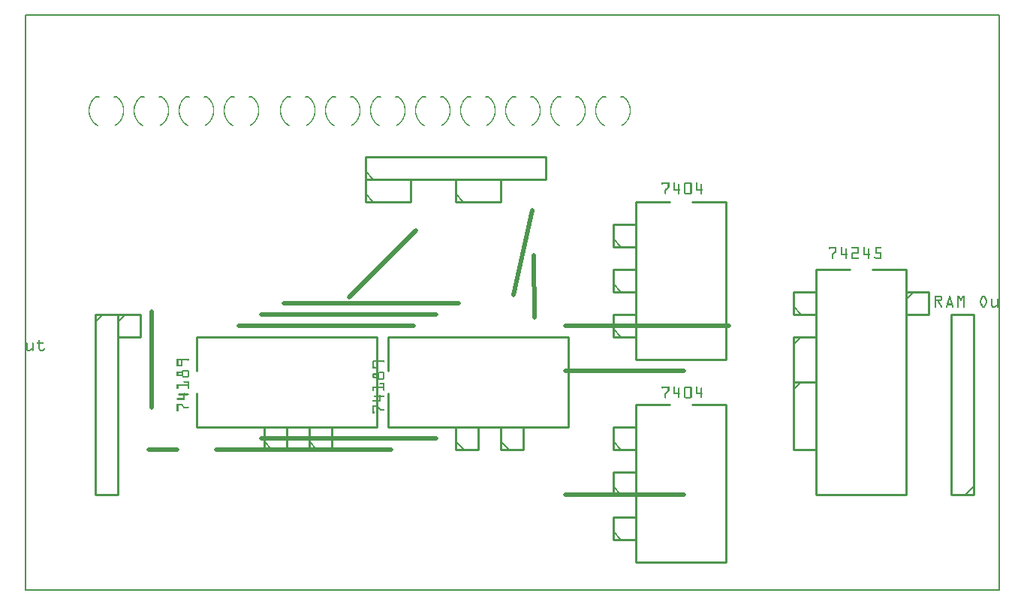
<source format=gto>
G04 MADE WITH FRITZING*
G04 WWW.FRITZING.ORG*
G04 SINGLE SIDED*
G04 HOLES NOT PLATED*
G04 CONTOUR ON CENTER OF CONTOUR VECTOR*
%ASAXBY*%
%FSLAX23Y23*%
%MOIN*%
%OFA0B0*%
%SFA1.0B1.0*%
%ADD10R,4.330720X2.559060X4.314720X2.543060*%
%ADD11C,0.008000*%
%ADD12C,0.010000*%
%ADD13C,0.021000*%
%ADD14C,0.005000*%
%ADD15C,0.005120*%
%ADD16R,0.001000X0.001000*%
%LNSILK1*%
G90*
G70*
G54D11*
X4Y2555D02*
X4327Y2555D01*
X4327Y4D01*
X4Y4D01*
X4Y2555D01*
D02*
G54D12*
X1616Y727D02*
X2416Y727D01*
D02*
X2416Y727D02*
X2416Y1127D01*
D02*
X2416Y1127D02*
X1616Y1127D01*
D02*
X1616Y727D02*
X1616Y877D01*
D02*
X1616Y977D02*
X1616Y1127D01*
D02*
X764Y726D02*
X1564Y726D01*
D02*
X1564Y726D02*
X1564Y1126D01*
D02*
X1564Y1126D02*
X764Y1126D01*
D02*
X764Y726D02*
X764Y876D01*
D02*
X764Y976D02*
X764Y1126D01*
D02*
X2714Y1726D02*
X2714Y1026D01*
D02*
X2714Y1026D02*
X3114Y1026D01*
D02*
X3114Y1026D02*
X3114Y1726D01*
D02*
X2714Y1726D02*
X2864Y1726D01*
D02*
X2964Y1726D02*
X3114Y1726D01*
D02*
X2714Y826D02*
X2714Y126D01*
D02*
X2714Y126D02*
X3114Y126D01*
D02*
X3114Y126D02*
X3114Y826D01*
D02*
X2714Y826D02*
X2864Y826D01*
D02*
X2964Y826D02*
X3114Y826D01*
G54D13*
D02*
X1152Y1276D02*
X1928Y1277D01*
D02*
X1052Y1226D02*
X1828Y1227D01*
D02*
X952Y1176D02*
X1728Y1177D01*
D02*
X1052Y676D02*
X1828Y677D01*
D02*
X852Y626D02*
X1628Y627D01*
G54D12*
D02*
X314Y1226D02*
X314Y426D01*
D02*
X314Y426D02*
X414Y426D01*
D02*
X414Y426D02*
X414Y1226D01*
D02*
X414Y1226D02*
X314Y1226D01*
G54D14*
D02*
X314Y1191D02*
X349Y1226D01*
G54D12*
D02*
X3414Y1226D02*
X3514Y1226D01*
D02*
X3514Y1226D02*
X3514Y1326D01*
D02*
X3514Y1326D02*
X3414Y1326D01*
D02*
X3414Y1326D02*
X3414Y1226D01*
G54D14*
D02*
X3449Y1226D02*
X3414Y1261D01*
G54D12*
D02*
X2614Y1126D02*
X2714Y1126D01*
D02*
X2714Y1126D02*
X2714Y1226D01*
D02*
X2714Y1226D02*
X2614Y1226D01*
D02*
X2614Y1226D02*
X2614Y1126D01*
G54D14*
D02*
X2649Y1126D02*
X2614Y1161D01*
G54D12*
D02*
X2614Y1326D02*
X2714Y1326D01*
D02*
X2714Y1326D02*
X2714Y1426D01*
D02*
X2714Y1426D02*
X2614Y1426D01*
D02*
X2614Y1426D02*
X2614Y1326D01*
G54D14*
D02*
X2649Y1326D02*
X2614Y1361D01*
G54D12*
D02*
X2614Y1526D02*
X2714Y1526D01*
D02*
X2714Y1526D02*
X2714Y1626D01*
D02*
X2714Y1626D02*
X2614Y1626D01*
D02*
X2614Y1626D02*
X2614Y1526D01*
G54D14*
D02*
X2649Y1526D02*
X2614Y1561D01*
G54D12*
D02*
X2614Y226D02*
X2714Y226D01*
D02*
X2714Y226D02*
X2714Y326D01*
D02*
X2714Y326D02*
X2614Y326D01*
D02*
X2614Y326D02*
X2614Y226D01*
G54D14*
D02*
X2649Y226D02*
X2614Y261D01*
G54D12*
D02*
X2614Y426D02*
X2714Y426D01*
D02*
X2714Y426D02*
X2714Y526D01*
D02*
X2714Y526D02*
X2614Y526D01*
D02*
X2614Y526D02*
X2614Y426D01*
G54D14*
D02*
X2649Y426D02*
X2614Y461D01*
G54D12*
D02*
X2614Y626D02*
X2714Y626D01*
D02*
X2714Y626D02*
X2714Y726D01*
D02*
X2714Y726D02*
X2614Y726D01*
D02*
X2614Y726D02*
X2614Y626D01*
G54D14*
D02*
X2649Y626D02*
X2614Y661D01*
G54D12*
D02*
X3414Y926D02*
X3414Y626D01*
D02*
X3414Y626D02*
X3514Y626D01*
D02*
X3514Y626D02*
X3514Y926D01*
D02*
X3514Y926D02*
X3414Y926D01*
G54D14*
D02*
X3414Y891D02*
X3449Y926D01*
G54D12*
D02*
X4214Y426D02*
X4214Y1226D01*
D02*
X4214Y1226D02*
X4114Y1226D01*
D02*
X4114Y1226D02*
X4114Y426D01*
D02*
X4114Y426D02*
X4214Y426D01*
G54D14*
D02*
X4214Y461D02*
X4179Y426D01*
G54D12*
D02*
X2116Y627D02*
X2216Y627D01*
D02*
X2216Y627D02*
X2216Y727D01*
D02*
X2216Y727D02*
X2116Y727D01*
D02*
X2116Y727D02*
X2116Y627D01*
G54D14*
D02*
X2151Y627D02*
X2116Y662D01*
G54D12*
D02*
X1916Y627D02*
X2016Y627D01*
D02*
X2016Y627D02*
X2016Y727D01*
D02*
X2016Y727D02*
X1916Y727D01*
D02*
X1916Y727D02*
X1916Y627D01*
G54D14*
D02*
X1951Y627D02*
X1916Y662D01*
G54D12*
D02*
X1264Y626D02*
X1364Y626D01*
D02*
X1364Y626D02*
X1364Y726D01*
D02*
X1364Y726D02*
X1264Y726D01*
D02*
X1264Y726D02*
X1264Y626D01*
G54D14*
D02*
X1299Y626D02*
X1264Y661D01*
G54D12*
D02*
X1064Y626D02*
X1164Y626D01*
D02*
X1164Y626D02*
X1164Y726D01*
D02*
X1164Y726D02*
X1064Y726D01*
D02*
X1064Y726D02*
X1064Y626D01*
G54D14*
D02*
X1099Y626D02*
X1064Y661D01*
G54D12*
D02*
X1914Y1726D02*
X2114Y1726D01*
D02*
X2114Y1726D02*
X2114Y1826D01*
D02*
X2114Y1826D02*
X1914Y1826D01*
D02*
X1914Y1826D02*
X1914Y1726D01*
G54D14*
D02*
X1949Y1726D02*
X1914Y1761D01*
G54D12*
D02*
X1514Y1726D02*
X1714Y1726D01*
D02*
X1714Y1726D02*
X1714Y1826D01*
D02*
X1714Y1826D02*
X1514Y1826D01*
D02*
X1514Y1826D02*
X1514Y1726D01*
G54D14*
D02*
X1549Y1726D02*
X1514Y1761D01*
G54D12*
D02*
X1514Y1826D02*
X2314Y1826D01*
D02*
X2314Y1826D02*
X2314Y1926D01*
D02*
X2314Y1926D02*
X1514Y1926D01*
D02*
X1514Y1926D02*
X1514Y1826D01*
G54D14*
D02*
X1549Y1826D02*
X1514Y1861D01*
G54D13*
D02*
X1441Y1303D02*
X1738Y1600D01*
D02*
X2927Y976D02*
X2402Y976D01*
D02*
X552Y626D02*
X677Y626D01*
D02*
X2927Y426D02*
X2402Y426D01*
D02*
X3127Y1176D02*
X2402Y1176D01*
D02*
X2173Y1313D02*
X2256Y1690D01*
D02*
X2264Y1214D02*
X2263Y1489D01*
G54D12*
D02*
X3514Y1426D02*
X3514Y426D01*
D02*
X3514Y426D02*
X3914Y426D01*
D02*
X3914Y426D02*
X3914Y1426D01*
D02*
X3514Y1426D02*
X3664Y1426D01*
D02*
X3764Y1426D02*
X3914Y1426D01*
D02*
X3414Y1126D02*
X3414Y926D01*
D02*
X3414Y926D02*
X3514Y926D01*
D02*
X3514Y926D02*
X3514Y1126D01*
D02*
X3514Y1126D02*
X3414Y1126D01*
G54D14*
D02*
X3414Y1091D02*
X3449Y1126D01*
G54D12*
D02*
X414Y1226D02*
X414Y1126D01*
D02*
X414Y1126D02*
X514Y1126D01*
D02*
X514Y1126D02*
X514Y1226D01*
D02*
X514Y1226D02*
X414Y1226D01*
G54D14*
D02*
X414Y1191D02*
X449Y1226D01*
G54D12*
D02*
X3914Y1326D02*
X3914Y1226D01*
D02*
X3914Y1226D02*
X4014Y1226D01*
D02*
X4014Y1226D02*
X4014Y1326D01*
D02*
X4014Y1326D02*
X3914Y1326D01*
G54D14*
D02*
X3914Y1291D02*
X3949Y1326D01*
G54D13*
D02*
X564Y814D02*
X564Y1239D01*
G54D15*
X331Y2193D02*
X318Y2193D01*
D02*
X410Y2193D02*
X398Y2193D01*
D02*
X531Y2193D02*
X518Y2193D01*
D02*
X610Y2193D02*
X598Y2193D01*
D02*
X731Y2193D02*
X718Y2193D01*
D02*
X810Y2193D02*
X798Y2193D01*
D02*
X931Y2193D02*
X918Y2193D01*
D02*
X1010Y2193D02*
X998Y2193D01*
D02*
X1181Y2193D02*
X1168Y2193D01*
D02*
X1260Y2193D02*
X1248Y2193D01*
D02*
X1381Y2193D02*
X1368Y2193D01*
D02*
X1460Y2193D02*
X1448Y2193D01*
D02*
X1981Y2193D02*
X1968Y2193D01*
D02*
X2060Y2193D02*
X2048Y2193D01*
D02*
X1781Y2193D02*
X1768Y2193D01*
D02*
X1860Y2193D02*
X1848Y2193D01*
D02*
X1581Y2193D02*
X1568Y2193D01*
D02*
X1660Y2193D02*
X1648Y2193D01*
D02*
X2181Y2193D02*
X2168Y2193D01*
D02*
X2260Y2193D02*
X2248Y2193D01*
D02*
X2381Y2193D02*
X2368Y2193D01*
D02*
X2460Y2193D02*
X2448Y2193D01*
D02*
X2581Y2193D02*
X2568Y2193D01*
D02*
X2660Y2193D02*
X2648Y2193D01*
D02*
G54D16*
X317Y2195D02*
X319Y2195D01*
X409Y2195D02*
X411Y2195D01*
X517Y2195D02*
X519Y2195D01*
X609Y2195D02*
X611Y2195D01*
X717Y2195D02*
X719Y2195D01*
X809Y2195D02*
X811Y2195D01*
X917Y2195D02*
X919Y2195D01*
X1009Y2195D02*
X1011Y2195D01*
X1167Y2195D02*
X1169Y2195D01*
X1259Y2195D02*
X1261Y2195D01*
X1366Y2195D02*
X1369Y2195D01*
X1459Y2195D02*
X1461Y2195D01*
X1566Y2195D02*
X1569Y2195D01*
X1659Y2195D02*
X1661Y2195D01*
X1766Y2195D02*
X1769Y2195D01*
X1859Y2195D02*
X1861Y2195D01*
X1966Y2195D02*
X1969Y2195D01*
X2059Y2195D02*
X2061Y2195D01*
X2166Y2195D02*
X2169Y2195D01*
X2259Y2195D02*
X2261Y2195D01*
X2366Y2195D02*
X2369Y2195D01*
X2459Y2195D02*
X2461Y2195D01*
X2566Y2195D02*
X2569Y2195D01*
X2659Y2195D02*
X2661Y2195D01*
X315Y2194D02*
X320Y2194D01*
X408Y2194D02*
X412Y2194D01*
X515Y2194D02*
X520Y2194D01*
X608Y2194D02*
X612Y2194D01*
X715Y2194D02*
X720Y2194D01*
X808Y2194D02*
X812Y2194D01*
X915Y2194D02*
X920Y2194D01*
X1008Y2194D02*
X1012Y2194D01*
X1165Y2194D02*
X1170Y2194D01*
X1258Y2194D02*
X1262Y2194D01*
X1365Y2194D02*
X1370Y2194D01*
X1458Y2194D02*
X1462Y2194D01*
X1565Y2194D02*
X1569Y2194D01*
X1658Y2194D02*
X1662Y2194D01*
X1765Y2194D02*
X1769Y2194D01*
X1858Y2194D02*
X1862Y2194D01*
X1965Y2194D02*
X1969Y2194D01*
X2058Y2194D02*
X2062Y2194D01*
X2165Y2194D02*
X2169Y2194D01*
X2258Y2194D02*
X2262Y2194D01*
X2365Y2194D02*
X2369Y2194D01*
X2458Y2194D02*
X2462Y2194D01*
X2565Y2194D02*
X2569Y2194D01*
X2658Y2194D02*
X2662Y2194D01*
X314Y2193D02*
X320Y2193D01*
X408Y2193D02*
X413Y2193D01*
X514Y2193D02*
X520Y2193D01*
X608Y2193D02*
X613Y2193D01*
X714Y2193D02*
X720Y2193D01*
X808Y2193D02*
X813Y2193D01*
X914Y2193D02*
X920Y2193D01*
X1008Y2193D02*
X1013Y2193D01*
X1164Y2193D02*
X1170Y2193D01*
X1258Y2193D02*
X1263Y2193D01*
X1364Y2193D02*
X1370Y2193D01*
X1458Y2193D02*
X1463Y2193D01*
X1564Y2193D02*
X1570Y2193D01*
X1658Y2193D02*
X1663Y2193D01*
X1764Y2193D02*
X1770Y2193D01*
X1858Y2193D02*
X1863Y2193D01*
X1964Y2193D02*
X1970Y2193D01*
X2058Y2193D02*
X2063Y2193D01*
X2164Y2193D02*
X2170Y2193D01*
X2258Y2193D02*
X2263Y2193D01*
X2364Y2193D02*
X2370Y2193D01*
X2458Y2193D02*
X2463Y2193D01*
X2564Y2193D02*
X2569Y2193D01*
X2658Y2193D02*
X2663Y2193D01*
X313Y2192D02*
X320Y2192D01*
X408Y2192D02*
X415Y2192D01*
X513Y2192D02*
X520Y2192D01*
X608Y2192D02*
X615Y2192D01*
X713Y2192D02*
X720Y2192D01*
X808Y2192D02*
X815Y2192D01*
X913Y2192D02*
X920Y2192D01*
X1008Y2192D02*
X1015Y2192D01*
X1163Y2192D02*
X1169Y2192D01*
X1258Y2192D02*
X1265Y2192D01*
X1363Y2192D02*
X1369Y2192D01*
X1458Y2192D02*
X1464Y2192D01*
X1563Y2192D02*
X1569Y2192D01*
X1658Y2192D02*
X1664Y2192D01*
X1763Y2192D02*
X1769Y2192D01*
X1858Y2192D02*
X1864Y2192D01*
X1963Y2192D02*
X1969Y2192D01*
X2058Y2192D02*
X2064Y2192D01*
X2163Y2192D02*
X2169Y2192D01*
X2258Y2192D02*
X2264Y2192D01*
X2363Y2192D02*
X2369Y2192D01*
X2458Y2192D02*
X2464Y2192D01*
X2563Y2192D02*
X2569Y2192D01*
X2658Y2192D02*
X2664Y2192D01*
X312Y2191D02*
X319Y2191D01*
X409Y2191D02*
X416Y2191D01*
X512Y2191D02*
X519Y2191D01*
X609Y2191D02*
X616Y2191D01*
X712Y2191D02*
X719Y2191D01*
X809Y2191D02*
X816Y2191D01*
X912Y2191D02*
X919Y2191D01*
X1009Y2191D02*
X1016Y2191D01*
X1162Y2191D02*
X1169Y2191D01*
X1259Y2191D02*
X1266Y2191D01*
X1362Y2191D02*
X1369Y2191D01*
X1459Y2191D02*
X1466Y2191D01*
X1562Y2191D02*
X1569Y2191D01*
X1659Y2191D02*
X1666Y2191D01*
X1762Y2191D02*
X1769Y2191D01*
X1859Y2191D02*
X1866Y2191D01*
X1962Y2191D02*
X1969Y2191D01*
X2059Y2191D02*
X2066Y2191D01*
X2161Y2191D02*
X2169Y2191D01*
X2259Y2191D02*
X2266Y2191D01*
X2361Y2191D02*
X2368Y2191D01*
X2459Y2191D02*
X2466Y2191D01*
X2561Y2191D02*
X2568Y2191D01*
X2659Y2191D02*
X2665Y2191D01*
X311Y2190D02*
X318Y2190D01*
X410Y2190D02*
X417Y2190D01*
X511Y2190D02*
X518Y2190D01*
X610Y2190D02*
X617Y2190D01*
X711Y2190D02*
X718Y2190D01*
X810Y2190D02*
X817Y2190D01*
X911Y2190D02*
X917Y2190D01*
X1010Y2190D02*
X1017Y2190D01*
X1161Y2190D02*
X1167Y2190D01*
X1260Y2190D02*
X1267Y2190D01*
X1361Y2190D02*
X1367Y2190D01*
X1460Y2190D02*
X1467Y2190D01*
X1561Y2190D02*
X1567Y2190D01*
X1660Y2190D02*
X1667Y2190D01*
X1760Y2190D02*
X1767Y2190D01*
X1860Y2190D02*
X1867Y2190D01*
X1960Y2190D02*
X1967Y2190D01*
X2060Y2190D02*
X2067Y2190D01*
X2160Y2190D02*
X2167Y2190D01*
X2260Y2190D02*
X2267Y2190D01*
X2360Y2190D02*
X2367Y2190D01*
X2460Y2190D02*
X2467Y2190D01*
X2560Y2190D02*
X2567Y2190D01*
X2660Y2190D02*
X2667Y2190D01*
X310Y2189D02*
X316Y2189D01*
X411Y2189D02*
X418Y2189D01*
X510Y2189D02*
X516Y2189D01*
X611Y2189D02*
X618Y2189D01*
X710Y2189D02*
X716Y2189D01*
X811Y2189D02*
X818Y2189D01*
X910Y2189D02*
X916Y2189D01*
X1011Y2189D02*
X1018Y2189D01*
X1159Y2189D02*
X1166Y2189D01*
X1261Y2189D02*
X1268Y2189D01*
X1359Y2189D02*
X1366Y2189D01*
X1461Y2189D02*
X1468Y2189D01*
X1559Y2189D02*
X1566Y2189D01*
X1661Y2189D02*
X1668Y2189D01*
X1759Y2189D02*
X1766Y2189D01*
X1861Y2189D02*
X1868Y2189D01*
X1959Y2189D02*
X1966Y2189D01*
X2061Y2189D02*
X2068Y2189D01*
X2159Y2189D02*
X2166Y2189D01*
X2261Y2189D02*
X2268Y2189D01*
X2359Y2189D02*
X2366Y2189D01*
X2461Y2189D02*
X2468Y2189D01*
X2559Y2189D02*
X2566Y2189D01*
X2661Y2189D02*
X2668Y2189D01*
X309Y2188D02*
X315Y2188D01*
X412Y2188D02*
X419Y2188D01*
X509Y2188D02*
X515Y2188D01*
X612Y2188D02*
X619Y2188D01*
X708Y2188D02*
X715Y2188D01*
X812Y2188D02*
X819Y2188D01*
X908Y2188D02*
X915Y2188D01*
X1012Y2188D02*
X1019Y2188D01*
X1158Y2188D02*
X1165Y2188D01*
X1262Y2188D02*
X1269Y2188D01*
X1358Y2188D02*
X1365Y2188D01*
X1462Y2188D02*
X1469Y2188D01*
X1558Y2188D02*
X1565Y2188D01*
X1662Y2188D02*
X1669Y2188D01*
X1758Y2188D02*
X1765Y2188D01*
X1862Y2188D02*
X1869Y2188D01*
X1958Y2188D02*
X1965Y2188D01*
X2062Y2188D02*
X2069Y2188D01*
X2158Y2188D02*
X2165Y2188D01*
X2262Y2188D02*
X2269Y2188D01*
X2358Y2188D02*
X2365Y2188D01*
X2462Y2188D02*
X2469Y2188D01*
X2558Y2188D02*
X2565Y2188D01*
X2662Y2188D02*
X2669Y2188D01*
X308Y2187D02*
X314Y2187D01*
X414Y2187D02*
X420Y2187D01*
X508Y2187D02*
X514Y2187D01*
X614Y2187D02*
X620Y2187D01*
X708Y2187D02*
X714Y2187D01*
X814Y2187D02*
X820Y2187D01*
X908Y2187D02*
X914Y2187D01*
X1014Y2187D02*
X1020Y2187D01*
X1157Y2187D02*
X1164Y2187D01*
X1264Y2187D02*
X1270Y2187D01*
X1357Y2187D02*
X1364Y2187D01*
X1464Y2187D02*
X1470Y2187D01*
X1557Y2187D02*
X1564Y2187D01*
X1663Y2187D02*
X1670Y2187D01*
X1757Y2187D02*
X1764Y2187D01*
X1863Y2187D02*
X1870Y2187D01*
X1957Y2187D02*
X1964Y2187D01*
X2063Y2187D02*
X2070Y2187D01*
X2157Y2187D02*
X2164Y2187D01*
X2263Y2187D02*
X2270Y2187D01*
X2357Y2187D02*
X2364Y2187D01*
X2463Y2187D02*
X2470Y2187D01*
X2557Y2187D02*
X2564Y2187D01*
X2663Y2187D02*
X2670Y2187D01*
X307Y2186D02*
X313Y2186D01*
X415Y2186D02*
X421Y2186D01*
X507Y2186D02*
X513Y2186D01*
X615Y2186D02*
X621Y2186D01*
X707Y2186D02*
X713Y2186D01*
X815Y2186D02*
X821Y2186D01*
X907Y2186D02*
X913Y2186D01*
X1015Y2186D02*
X1021Y2186D01*
X1157Y2186D02*
X1163Y2186D01*
X1265Y2186D02*
X1271Y2186D01*
X1356Y2186D02*
X1363Y2186D01*
X1465Y2186D02*
X1471Y2186D01*
X1556Y2186D02*
X1563Y2186D01*
X1665Y2186D02*
X1671Y2186D01*
X1756Y2186D02*
X1763Y2186D01*
X1865Y2186D02*
X1871Y2186D01*
X1956Y2186D02*
X1963Y2186D01*
X2065Y2186D02*
X2071Y2186D01*
X2156Y2186D02*
X2163Y2186D01*
X2265Y2186D02*
X2271Y2186D01*
X2356Y2186D02*
X2363Y2186D01*
X2465Y2186D02*
X2471Y2186D01*
X2556Y2186D02*
X2563Y2186D01*
X2664Y2186D02*
X2671Y2186D01*
X306Y2185D02*
X312Y2185D01*
X416Y2185D02*
X422Y2185D01*
X506Y2185D02*
X512Y2185D01*
X616Y2185D02*
X622Y2185D01*
X706Y2185D02*
X712Y2185D01*
X816Y2185D02*
X822Y2185D01*
X906Y2185D02*
X912Y2185D01*
X1016Y2185D02*
X1022Y2185D01*
X1156Y2185D02*
X1162Y2185D01*
X1266Y2185D02*
X1272Y2185D01*
X1356Y2185D02*
X1362Y2185D01*
X1466Y2185D02*
X1472Y2185D01*
X1556Y2185D02*
X1562Y2185D01*
X1666Y2185D02*
X1672Y2185D01*
X1755Y2185D02*
X1762Y2185D01*
X1866Y2185D02*
X1872Y2185D01*
X1955Y2185D02*
X1962Y2185D01*
X2066Y2185D02*
X2072Y2185D01*
X2155Y2185D02*
X2162Y2185D01*
X2266Y2185D02*
X2272Y2185D01*
X2355Y2185D02*
X2362Y2185D01*
X2466Y2185D02*
X2472Y2185D01*
X2555Y2185D02*
X2561Y2185D01*
X2666Y2185D02*
X2672Y2185D01*
X305Y2184D02*
X311Y2184D01*
X417Y2184D02*
X423Y2184D01*
X505Y2184D02*
X511Y2184D01*
X617Y2184D02*
X623Y2184D01*
X705Y2184D02*
X711Y2184D01*
X817Y2184D02*
X823Y2184D01*
X905Y2184D02*
X911Y2184D01*
X1017Y2184D02*
X1023Y2184D01*
X1155Y2184D02*
X1161Y2184D01*
X1267Y2184D02*
X1273Y2184D01*
X1355Y2184D02*
X1361Y2184D01*
X1467Y2184D02*
X1473Y2184D01*
X1555Y2184D02*
X1561Y2184D01*
X1667Y2184D02*
X1673Y2184D01*
X1755Y2184D02*
X1761Y2184D01*
X1867Y2184D02*
X1873Y2184D01*
X1955Y2184D02*
X1961Y2184D01*
X2067Y2184D02*
X2073Y2184D01*
X2154Y2184D02*
X2161Y2184D01*
X2267Y2184D02*
X2273Y2184D01*
X2354Y2184D02*
X2360Y2184D01*
X2467Y2184D02*
X2473Y2184D01*
X2554Y2184D02*
X2560Y2184D01*
X2666Y2184D02*
X2673Y2184D01*
X304Y2183D02*
X310Y2183D01*
X418Y2183D02*
X424Y2183D01*
X504Y2183D02*
X510Y2183D01*
X618Y2183D02*
X624Y2183D01*
X704Y2183D02*
X710Y2183D01*
X818Y2183D02*
X824Y2183D01*
X904Y2183D02*
X910Y2183D01*
X1018Y2183D02*
X1024Y2183D01*
X1154Y2183D02*
X1160Y2183D01*
X1268Y2183D02*
X1274Y2183D01*
X1354Y2183D02*
X1360Y2183D01*
X1468Y2183D02*
X1474Y2183D01*
X1554Y2183D02*
X1560Y2183D01*
X1668Y2183D02*
X1674Y2183D01*
X1754Y2183D02*
X1760Y2183D01*
X1868Y2183D02*
X1873Y2183D01*
X1954Y2183D02*
X1960Y2183D01*
X2068Y2183D02*
X2073Y2183D01*
X2154Y2183D02*
X2160Y2183D01*
X2268Y2183D02*
X2273Y2183D01*
X2354Y2183D02*
X2360Y2183D01*
X2467Y2183D02*
X2473Y2183D01*
X2554Y2183D02*
X2559Y2183D01*
X2667Y2183D02*
X2673Y2183D01*
X303Y2182D02*
X309Y2182D01*
X419Y2182D02*
X425Y2182D01*
X503Y2182D02*
X509Y2182D01*
X619Y2182D02*
X624Y2182D01*
X703Y2182D02*
X709Y2182D01*
X819Y2182D02*
X824Y2182D01*
X903Y2182D02*
X909Y2182D01*
X1019Y2182D02*
X1024Y2182D01*
X1153Y2182D02*
X1159Y2182D01*
X1269Y2182D02*
X1274Y2182D01*
X1353Y2182D02*
X1359Y2182D01*
X1469Y2182D02*
X1474Y2182D01*
X1553Y2182D02*
X1559Y2182D01*
X1669Y2182D02*
X1674Y2182D01*
X1753Y2182D02*
X1759Y2182D01*
X1869Y2182D02*
X1874Y2182D01*
X1953Y2182D02*
X1959Y2182D01*
X2069Y2182D02*
X2074Y2182D01*
X2153Y2182D02*
X2159Y2182D01*
X2268Y2182D02*
X2274Y2182D01*
X2353Y2182D02*
X2359Y2182D01*
X2468Y2182D02*
X2474Y2182D01*
X2553Y2182D02*
X2559Y2182D01*
X2668Y2182D02*
X2674Y2182D01*
X302Y2181D02*
X308Y2181D01*
X420Y2181D02*
X425Y2181D01*
X502Y2181D02*
X508Y2181D01*
X620Y2181D02*
X625Y2181D01*
X702Y2181D02*
X708Y2181D01*
X820Y2181D02*
X825Y2181D01*
X902Y2181D02*
X908Y2181D01*
X1020Y2181D02*
X1025Y2181D01*
X1152Y2181D02*
X1158Y2181D01*
X1270Y2181D02*
X1275Y2181D01*
X1352Y2181D02*
X1358Y2181D01*
X1470Y2181D02*
X1475Y2181D01*
X1552Y2181D02*
X1558Y2181D01*
X1670Y2181D02*
X1675Y2181D01*
X1752Y2181D02*
X1758Y2181D01*
X1870Y2181D02*
X1875Y2181D01*
X1952Y2181D02*
X1958Y2181D01*
X2070Y2181D02*
X2075Y2181D01*
X2152Y2181D02*
X2158Y2181D01*
X2269Y2181D02*
X2275Y2181D01*
X2352Y2181D02*
X2358Y2181D01*
X2469Y2181D02*
X2475Y2181D01*
X2552Y2181D02*
X2558Y2181D01*
X2669Y2181D02*
X2675Y2181D01*
X302Y2180D02*
X307Y2180D01*
X421Y2180D02*
X426Y2180D01*
X501Y2180D02*
X507Y2180D01*
X621Y2180D02*
X626Y2180D01*
X701Y2180D02*
X707Y2180D01*
X821Y2180D02*
X826Y2180D01*
X901Y2180D02*
X907Y2180D01*
X1021Y2180D02*
X1026Y2180D01*
X1151Y2180D02*
X1157Y2180D01*
X1271Y2180D02*
X1276Y2180D01*
X1351Y2180D02*
X1357Y2180D01*
X1470Y2180D02*
X1476Y2180D01*
X1551Y2180D02*
X1557Y2180D01*
X1670Y2180D02*
X1676Y2180D01*
X1751Y2180D02*
X1757Y2180D01*
X1870Y2180D02*
X1876Y2180D01*
X1951Y2180D02*
X1957Y2180D01*
X2070Y2180D02*
X2076Y2180D01*
X2151Y2180D02*
X2157Y2180D01*
X2270Y2180D02*
X2276Y2180D01*
X2351Y2180D02*
X2357Y2180D01*
X2470Y2180D02*
X2476Y2180D01*
X2551Y2180D02*
X2557Y2180D01*
X2670Y2180D02*
X2676Y2180D01*
X301Y2179D02*
X306Y2179D01*
X421Y2179D02*
X427Y2179D01*
X501Y2179D02*
X506Y2179D01*
X621Y2179D02*
X627Y2179D01*
X701Y2179D02*
X706Y2179D01*
X821Y2179D02*
X827Y2179D01*
X901Y2179D02*
X906Y2179D01*
X1021Y2179D02*
X1027Y2179D01*
X1151Y2179D02*
X1156Y2179D01*
X1271Y2179D02*
X1277Y2179D01*
X1351Y2179D02*
X1356Y2179D01*
X1471Y2179D02*
X1477Y2179D01*
X1551Y2179D02*
X1556Y2179D01*
X1671Y2179D02*
X1677Y2179D01*
X1751Y2179D02*
X1756Y2179D01*
X1871Y2179D02*
X1877Y2179D01*
X1950Y2179D02*
X1956Y2179D01*
X2071Y2179D02*
X2077Y2179D01*
X2150Y2179D02*
X2156Y2179D01*
X2271Y2179D02*
X2277Y2179D01*
X2350Y2179D02*
X2356Y2179D01*
X2471Y2179D02*
X2477Y2179D01*
X2550Y2179D02*
X2556Y2179D01*
X2671Y2179D02*
X2677Y2179D01*
X300Y2178D02*
X305Y2178D01*
X422Y2178D02*
X428Y2178D01*
X500Y2178D02*
X505Y2178D01*
X622Y2178D02*
X628Y2178D01*
X700Y2178D02*
X705Y2178D01*
X822Y2178D02*
X828Y2178D01*
X900Y2178D02*
X905Y2178D01*
X1022Y2178D02*
X1028Y2178D01*
X1150Y2178D02*
X1155Y2178D01*
X1272Y2178D02*
X1278Y2178D01*
X1350Y2178D02*
X1355Y2178D01*
X1472Y2178D02*
X1477Y2178D01*
X1550Y2178D02*
X1555Y2178D01*
X1672Y2178D02*
X1677Y2178D01*
X1750Y2178D02*
X1755Y2178D01*
X1872Y2178D02*
X1877Y2178D01*
X1950Y2178D02*
X1955Y2178D01*
X2072Y2178D02*
X2077Y2178D01*
X2150Y2178D02*
X2155Y2178D01*
X2272Y2178D02*
X2277Y2178D01*
X2350Y2178D02*
X2355Y2178D01*
X2472Y2178D02*
X2477Y2178D01*
X2550Y2178D02*
X2555Y2178D01*
X2672Y2178D02*
X2677Y2178D01*
X299Y2177D02*
X305Y2177D01*
X423Y2177D02*
X428Y2177D01*
X499Y2177D02*
X505Y2177D01*
X623Y2177D02*
X628Y2177D01*
X699Y2177D02*
X705Y2177D01*
X823Y2177D02*
X828Y2177D01*
X899Y2177D02*
X905Y2177D01*
X1023Y2177D02*
X1028Y2177D01*
X1149Y2177D02*
X1155Y2177D01*
X1273Y2177D02*
X1278Y2177D01*
X1349Y2177D02*
X1354Y2177D01*
X1473Y2177D02*
X1478Y2177D01*
X1549Y2177D02*
X1554Y2177D01*
X1673Y2177D02*
X1678Y2177D01*
X1749Y2177D02*
X1754Y2177D01*
X1873Y2177D02*
X1878Y2177D01*
X1949Y2177D02*
X1954Y2177D01*
X2073Y2177D02*
X2078Y2177D01*
X2149Y2177D02*
X2154Y2177D01*
X2273Y2177D02*
X2278Y2177D01*
X2349Y2177D02*
X2354Y2177D01*
X2473Y2177D02*
X2478Y2177D01*
X2549Y2177D02*
X2554Y2177D01*
X2673Y2177D02*
X2678Y2177D01*
X299Y2176D02*
X304Y2176D01*
X424Y2176D02*
X429Y2176D01*
X499Y2176D02*
X504Y2176D01*
X624Y2176D02*
X629Y2176D01*
X699Y2176D02*
X704Y2176D01*
X824Y2176D02*
X829Y2176D01*
X899Y2176D02*
X904Y2176D01*
X1024Y2176D02*
X1029Y2176D01*
X1149Y2176D02*
X1154Y2176D01*
X1274Y2176D02*
X1279Y2176D01*
X1349Y2176D02*
X1354Y2176D01*
X1474Y2176D02*
X1479Y2176D01*
X1549Y2176D02*
X1554Y2176D01*
X1674Y2176D02*
X1679Y2176D01*
X1748Y2176D02*
X1754Y2176D01*
X1874Y2176D02*
X1879Y2176D01*
X1948Y2176D02*
X1954Y2176D01*
X2074Y2176D02*
X2079Y2176D01*
X2148Y2176D02*
X2154Y2176D01*
X2274Y2176D02*
X2279Y2176D01*
X2348Y2176D02*
X2354Y2176D01*
X2474Y2176D02*
X2479Y2176D01*
X2548Y2176D02*
X2554Y2176D01*
X2673Y2176D02*
X2679Y2176D01*
X298Y2175D02*
X303Y2175D01*
X425Y2175D02*
X430Y2175D01*
X498Y2175D02*
X503Y2175D01*
X625Y2175D02*
X630Y2175D01*
X698Y2175D02*
X703Y2175D01*
X825Y2175D02*
X830Y2175D01*
X898Y2175D02*
X903Y2175D01*
X1025Y2175D02*
X1030Y2175D01*
X1148Y2175D02*
X1153Y2175D01*
X1275Y2175D02*
X1279Y2175D01*
X1348Y2175D02*
X1353Y2175D01*
X1474Y2175D02*
X1479Y2175D01*
X1548Y2175D02*
X1553Y2175D01*
X1674Y2175D02*
X1679Y2175D01*
X1748Y2175D02*
X1753Y2175D01*
X1874Y2175D02*
X1879Y2175D01*
X1948Y2175D02*
X1953Y2175D01*
X2074Y2175D02*
X2079Y2175D01*
X2148Y2175D02*
X2153Y2175D01*
X2274Y2175D02*
X2279Y2175D01*
X2348Y2175D02*
X2353Y2175D01*
X2474Y2175D02*
X2479Y2175D01*
X2548Y2175D02*
X2553Y2175D01*
X2674Y2175D02*
X2679Y2175D01*
X297Y2174D02*
X303Y2174D01*
X425Y2174D02*
X430Y2174D01*
X497Y2174D02*
X503Y2174D01*
X625Y2174D02*
X630Y2174D01*
X697Y2174D02*
X702Y2174D01*
X825Y2174D02*
X830Y2174D01*
X897Y2174D02*
X902Y2174D01*
X1025Y2174D02*
X1030Y2174D01*
X1147Y2174D02*
X1152Y2174D01*
X1275Y2174D02*
X1280Y2174D01*
X1347Y2174D02*
X1352Y2174D01*
X1475Y2174D02*
X1480Y2174D01*
X1547Y2174D02*
X1552Y2174D01*
X1675Y2174D02*
X1680Y2174D01*
X1747Y2174D02*
X1752Y2174D01*
X1875Y2174D02*
X1880Y2174D01*
X1947Y2174D02*
X1952Y2174D01*
X2075Y2174D02*
X2080Y2174D01*
X2147Y2174D02*
X2152Y2174D01*
X2275Y2174D02*
X2280Y2174D01*
X2347Y2174D02*
X2352Y2174D01*
X2475Y2174D02*
X2480Y2174D01*
X2547Y2174D02*
X2552Y2174D01*
X2675Y2174D02*
X2680Y2174D01*
X297Y2173D02*
X302Y2173D01*
X426Y2173D02*
X431Y2173D01*
X497Y2173D02*
X502Y2173D01*
X626Y2173D02*
X631Y2173D01*
X697Y2173D02*
X702Y2173D01*
X826Y2173D02*
X831Y2173D01*
X897Y2173D02*
X902Y2173D01*
X1026Y2173D02*
X1031Y2173D01*
X1147Y2173D02*
X1152Y2173D01*
X1276Y2173D02*
X1281Y2173D01*
X1347Y2173D02*
X1352Y2173D01*
X1476Y2173D02*
X1481Y2173D01*
X1546Y2173D02*
X1552Y2173D01*
X1676Y2173D02*
X1681Y2173D01*
X1746Y2173D02*
X1752Y2173D01*
X1876Y2173D02*
X1881Y2173D01*
X1946Y2173D02*
X1952Y2173D01*
X2076Y2173D02*
X2081Y2173D01*
X2146Y2173D02*
X2152Y2173D01*
X2276Y2173D02*
X2281Y2173D01*
X2346Y2173D02*
X2352Y2173D01*
X2476Y2173D02*
X2481Y2173D01*
X2546Y2173D02*
X2551Y2173D01*
X2676Y2173D02*
X2681Y2173D01*
X296Y2172D02*
X301Y2172D01*
X427Y2172D02*
X432Y2172D01*
X496Y2172D02*
X501Y2172D01*
X627Y2172D02*
X631Y2172D01*
X696Y2172D02*
X701Y2172D01*
X827Y2172D02*
X831Y2172D01*
X896Y2172D02*
X901Y2172D01*
X1027Y2172D02*
X1031Y2172D01*
X1146Y2172D02*
X1151Y2172D01*
X1277Y2172D02*
X1281Y2172D01*
X1346Y2172D02*
X1351Y2172D01*
X1476Y2172D02*
X1481Y2172D01*
X1546Y2172D02*
X1551Y2172D01*
X1676Y2172D02*
X1681Y2172D01*
X1746Y2172D02*
X1751Y2172D01*
X1876Y2172D02*
X1881Y2172D01*
X1946Y2172D02*
X1951Y2172D01*
X2076Y2172D02*
X2081Y2172D01*
X2146Y2172D02*
X2151Y2172D01*
X2276Y2172D02*
X2281Y2172D01*
X2346Y2172D02*
X2351Y2172D01*
X2476Y2172D02*
X2481Y2172D01*
X2546Y2172D02*
X2551Y2172D01*
X2676Y2172D02*
X2681Y2172D01*
X296Y2171D02*
X301Y2171D01*
X427Y2171D02*
X432Y2171D01*
X496Y2171D02*
X500Y2171D01*
X627Y2171D02*
X632Y2171D01*
X696Y2171D02*
X700Y2171D01*
X827Y2171D02*
X832Y2171D01*
X895Y2171D02*
X900Y2171D01*
X1027Y2171D02*
X1032Y2171D01*
X1145Y2171D02*
X1150Y2171D01*
X1277Y2171D02*
X1282Y2171D01*
X1345Y2171D02*
X1350Y2171D01*
X1477Y2171D02*
X1482Y2171D01*
X1545Y2171D02*
X1550Y2171D01*
X1677Y2171D02*
X1682Y2171D01*
X1745Y2171D02*
X1750Y2171D01*
X1877Y2171D02*
X1882Y2171D01*
X1945Y2171D02*
X1950Y2171D01*
X2077Y2171D02*
X2082Y2171D01*
X2145Y2171D02*
X2150Y2171D01*
X2277Y2171D02*
X2282Y2171D01*
X2345Y2171D02*
X2350Y2171D01*
X2477Y2171D02*
X2482Y2171D01*
X2545Y2171D02*
X2550Y2171D01*
X2677Y2171D02*
X2682Y2171D01*
X295Y2170D02*
X300Y2170D01*
X428Y2170D02*
X433Y2170D01*
X495Y2170D02*
X500Y2170D01*
X628Y2170D02*
X633Y2170D01*
X695Y2170D02*
X700Y2170D01*
X828Y2170D02*
X833Y2170D01*
X895Y2170D02*
X900Y2170D01*
X1028Y2170D02*
X1033Y2170D01*
X1145Y2170D02*
X1150Y2170D01*
X1278Y2170D02*
X1282Y2170D01*
X1345Y2170D02*
X1350Y2170D01*
X1478Y2170D02*
X1482Y2170D01*
X1545Y2170D02*
X1550Y2170D01*
X1678Y2170D02*
X1682Y2170D01*
X1745Y2170D02*
X1750Y2170D01*
X1878Y2170D02*
X1882Y2170D01*
X1945Y2170D02*
X1950Y2170D01*
X2078Y2170D02*
X2082Y2170D01*
X2145Y2170D02*
X2150Y2170D01*
X2278Y2170D02*
X2282Y2170D01*
X2345Y2170D02*
X2350Y2170D01*
X2478Y2170D02*
X2482Y2170D01*
X2545Y2170D02*
X2549Y2170D01*
X2678Y2170D02*
X2682Y2170D01*
X294Y2169D02*
X299Y2169D01*
X429Y2169D02*
X433Y2169D01*
X494Y2169D02*
X499Y2169D01*
X629Y2169D02*
X633Y2169D01*
X694Y2169D02*
X699Y2169D01*
X829Y2169D02*
X833Y2169D01*
X894Y2169D02*
X899Y2169D01*
X1028Y2169D02*
X1033Y2169D01*
X1144Y2169D02*
X1149Y2169D01*
X1278Y2169D02*
X1283Y2169D01*
X1344Y2169D02*
X1349Y2169D01*
X1478Y2169D02*
X1483Y2169D01*
X1544Y2169D02*
X1549Y2169D01*
X1678Y2169D02*
X1683Y2169D01*
X1744Y2169D02*
X1749Y2169D01*
X1878Y2169D02*
X1883Y2169D01*
X1944Y2169D02*
X1949Y2169D01*
X2078Y2169D02*
X2083Y2169D01*
X2144Y2169D02*
X2149Y2169D01*
X2278Y2169D02*
X2283Y2169D01*
X2344Y2169D02*
X2349Y2169D01*
X2478Y2169D02*
X2483Y2169D01*
X2544Y2169D02*
X2549Y2169D01*
X2678Y2169D02*
X2683Y2169D01*
X294Y2168D02*
X299Y2168D01*
X429Y2168D02*
X434Y2168D01*
X494Y2168D02*
X499Y2168D01*
X629Y2168D02*
X634Y2168D01*
X694Y2168D02*
X699Y2168D01*
X829Y2168D02*
X834Y2168D01*
X894Y2168D02*
X899Y2168D01*
X1029Y2168D02*
X1034Y2168D01*
X1144Y2168D02*
X1149Y2168D01*
X1279Y2168D02*
X1284Y2168D01*
X1344Y2168D02*
X1349Y2168D01*
X1479Y2168D02*
X1483Y2168D01*
X1544Y2168D02*
X1549Y2168D01*
X1679Y2168D02*
X1683Y2168D01*
X1744Y2168D02*
X1748Y2168D01*
X1879Y2168D02*
X1883Y2168D01*
X1944Y2168D02*
X1948Y2168D01*
X2079Y2168D02*
X2083Y2168D01*
X2144Y2168D02*
X2148Y2168D01*
X2279Y2168D02*
X2283Y2168D01*
X2344Y2168D02*
X2348Y2168D01*
X2479Y2168D02*
X2483Y2168D01*
X2544Y2168D02*
X2548Y2168D01*
X2679Y2168D02*
X2683Y2168D01*
X293Y2167D02*
X298Y2167D01*
X430Y2167D02*
X434Y2167D01*
X493Y2167D02*
X498Y2167D01*
X630Y2167D02*
X634Y2167D01*
X693Y2167D02*
X698Y2167D01*
X830Y2167D02*
X834Y2167D01*
X893Y2167D02*
X898Y2167D01*
X1030Y2167D02*
X1034Y2167D01*
X1143Y2167D02*
X1148Y2167D01*
X1280Y2167D02*
X1284Y2167D01*
X1343Y2167D02*
X1348Y2167D01*
X1479Y2167D02*
X1484Y2167D01*
X1543Y2167D02*
X1548Y2167D01*
X1679Y2167D02*
X1684Y2167D01*
X1743Y2167D02*
X1748Y2167D01*
X1879Y2167D02*
X1884Y2167D01*
X1943Y2167D02*
X1948Y2167D01*
X2079Y2167D02*
X2084Y2167D01*
X2143Y2167D02*
X2148Y2167D01*
X2279Y2167D02*
X2284Y2167D01*
X2343Y2167D02*
X2348Y2167D01*
X2479Y2167D02*
X2484Y2167D01*
X2543Y2167D02*
X2548Y2167D01*
X2679Y2167D02*
X2684Y2167D01*
X293Y2166D02*
X298Y2166D01*
X430Y2166D02*
X435Y2166D01*
X493Y2166D02*
X498Y2166D01*
X630Y2166D02*
X635Y2166D01*
X693Y2166D02*
X698Y2166D01*
X830Y2166D02*
X835Y2166D01*
X893Y2166D02*
X898Y2166D01*
X1030Y2166D02*
X1035Y2166D01*
X1143Y2166D02*
X1148Y2166D01*
X1280Y2166D02*
X1285Y2166D01*
X1343Y2166D02*
X1347Y2166D01*
X1480Y2166D02*
X1484Y2166D01*
X1543Y2166D02*
X1547Y2166D01*
X1680Y2166D02*
X1684Y2166D01*
X1743Y2166D02*
X1747Y2166D01*
X1880Y2166D02*
X1884Y2166D01*
X1943Y2166D02*
X1947Y2166D01*
X2080Y2166D02*
X2084Y2166D01*
X2143Y2166D02*
X2147Y2166D01*
X2280Y2166D02*
X2284Y2166D01*
X2343Y2166D02*
X2347Y2166D01*
X2480Y2166D02*
X2484Y2166D01*
X2543Y2166D02*
X2547Y2166D01*
X2680Y2166D02*
X2684Y2166D01*
X292Y2165D02*
X297Y2165D01*
X431Y2165D02*
X435Y2165D01*
X492Y2165D02*
X497Y2165D01*
X631Y2165D02*
X635Y2165D01*
X692Y2165D02*
X697Y2165D01*
X831Y2165D02*
X835Y2165D01*
X892Y2165D02*
X897Y2165D01*
X1031Y2165D02*
X1035Y2165D01*
X1142Y2165D02*
X1147Y2165D01*
X1281Y2165D02*
X1285Y2165D01*
X1342Y2165D02*
X1347Y2165D01*
X1481Y2165D02*
X1485Y2165D01*
X1542Y2165D02*
X1547Y2165D01*
X1681Y2165D02*
X1685Y2165D01*
X1742Y2165D02*
X1747Y2165D01*
X1880Y2165D02*
X1885Y2165D01*
X1942Y2165D02*
X1947Y2165D01*
X2080Y2165D02*
X2085Y2165D01*
X2142Y2165D02*
X2147Y2165D01*
X2280Y2165D02*
X2285Y2165D01*
X2342Y2165D02*
X2347Y2165D01*
X2480Y2165D02*
X2485Y2165D01*
X2542Y2165D02*
X2547Y2165D01*
X2680Y2165D02*
X2685Y2165D01*
X292Y2164D02*
X297Y2164D01*
X431Y2164D02*
X436Y2164D01*
X492Y2164D02*
X497Y2164D01*
X631Y2164D02*
X636Y2164D01*
X692Y2164D02*
X696Y2164D01*
X831Y2164D02*
X836Y2164D01*
X892Y2164D02*
X896Y2164D01*
X1031Y2164D02*
X1036Y2164D01*
X1142Y2164D02*
X1146Y2164D01*
X1281Y2164D02*
X1285Y2164D01*
X1342Y2164D02*
X1346Y2164D01*
X1481Y2164D02*
X1485Y2164D01*
X1542Y2164D02*
X1546Y2164D01*
X1681Y2164D02*
X1685Y2164D01*
X1742Y2164D02*
X1746Y2164D01*
X1881Y2164D02*
X1885Y2164D01*
X1942Y2164D02*
X1946Y2164D01*
X2081Y2164D02*
X2085Y2164D01*
X2142Y2164D02*
X2146Y2164D01*
X2281Y2164D02*
X2285Y2164D01*
X2342Y2164D02*
X2346Y2164D01*
X2481Y2164D02*
X2485Y2164D01*
X2542Y2164D02*
X2546Y2164D01*
X2681Y2164D02*
X2685Y2164D01*
X292Y2163D02*
X296Y2163D01*
X432Y2163D02*
X436Y2163D01*
X492Y2163D02*
X496Y2163D01*
X632Y2163D02*
X636Y2163D01*
X692Y2163D02*
X696Y2163D01*
X832Y2163D02*
X836Y2163D01*
X892Y2163D02*
X896Y2163D01*
X1032Y2163D02*
X1036Y2163D01*
X1141Y2163D02*
X1146Y2163D01*
X1282Y2163D02*
X1286Y2163D01*
X1341Y2163D02*
X1346Y2163D01*
X1482Y2163D02*
X1486Y2163D01*
X1541Y2163D02*
X1546Y2163D01*
X1682Y2163D02*
X1686Y2163D01*
X1741Y2163D02*
X1746Y2163D01*
X1882Y2163D02*
X1886Y2163D01*
X1941Y2163D02*
X1946Y2163D01*
X2081Y2163D02*
X2086Y2163D01*
X2141Y2163D02*
X2146Y2163D01*
X2281Y2163D02*
X2286Y2163D01*
X2341Y2163D02*
X2346Y2163D01*
X2481Y2163D02*
X2486Y2163D01*
X2541Y2163D02*
X2546Y2163D01*
X2681Y2163D02*
X2686Y2163D01*
X291Y2162D02*
X296Y2162D01*
X432Y2162D02*
X436Y2162D01*
X491Y2162D02*
X496Y2162D01*
X632Y2162D02*
X636Y2162D01*
X691Y2162D02*
X696Y2162D01*
X832Y2162D02*
X836Y2162D01*
X891Y2162D02*
X896Y2162D01*
X1032Y2162D02*
X1036Y2162D01*
X1141Y2162D02*
X1146Y2162D01*
X1282Y2162D02*
X1286Y2162D01*
X1341Y2162D02*
X1345Y2162D01*
X1482Y2162D02*
X1486Y2162D01*
X1541Y2162D02*
X1545Y2162D01*
X1682Y2162D02*
X1686Y2162D01*
X1741Y2162D02*
X1745Y2162D01*
X1882Y2162D02*
X1886Y2162D01*
X1941Y2162D02*
X1945Y2162D01*
X2082Y2162D02*
X2086Y2162D01*
X2141Y2162D02*
X2145Y2162D01*
X2282Y2162D02*
X2286Y2162D01*
X2341Y2162D02*
X2345Y2162D01*
X2482Y2162D02*
X2486Y2162D01*
X2541Y2162D02*
X2545Y2162D01*
X2682Y2162D02*
X2686Y2162D01*
X291Y2161D02*
X295Y2161D01*
X433Y2161D02*
X437Y2161D01*
X491Y2161D02*
X495Y2161D01*
X633Y2161D02*
X637Y2161D01*
X691Y2161D02*
X695Y2161D01*
X833Y2161D02*
X837Y2161D01*
X891Y2161D02*
X895Y2161D01*
X1033Y2161D02*
X1037Y2161D01*
X1141Y2161D02*
X1145Y2161D01*
X1282Y2161D02*
X1287Y2161D01*
X1341Y2161D02*
X1345Y2161D01*
X1482Y2161D02*
X1487Y2161D01*
X1541Y2161D02*
X1545Y2161D01*
X1682Y2161D02*
X1687Y2161D01*
X1741Y2161D02*
X1745Y2161D01*
X1882Y2161D02*
X1887Y2161D01*
X1941Y2161D02*
X1945Y2161D01*
X2082Y2161D02*
X2087Y2161D01*
X2140Y2161D02*
X2145Y2161D01*
X2282Y2161D02*
X2286Y2161D01*
X2340Y2161D02*
X2345Y2161D01*
X2482Y2161D02*
X2486Y2161D01*
X2540Y2161D02*
X2545Y2161D01*
X2682Y2161D02*
X2686Y2161D01*
X290Y2160D02*
X295Y2160D01*
X433Y2160D02*
X437Y2160D01*
X490Y2160D02*
X495Y2160D01*
X633Y2160D02*
X637Y2160D01*
X690Y2160D02*
X695Y2160D01*
X833Y2160D02*
X837Y2160D01*
X890Y2160D02*
X895Y2160D01*
X1033Y2160D02*
X1037Y2160D01*
X1140Y2160D02*
X1145Y2160D01*
X1283Y2160D02*
X1287Y2160D01*
X1340Y2160D02*
X1345Y2160D01*
X1483Y2160D02*
X1487Y2160D01*
X1540Y2160D02*
X1545Y2160D01*
X1683Y2160D02*
X1687Y2160D01*
X1740Y2160D02*
X1745Y2160D01*
X1883Y2160D02*
X1887Y2160D01*
X1940Y2160D02*
X1945Y2160D01*
X2083Y2160D02*
X2087Y2160D01*
X2140Y2160D02*
X2144Y2160D01*
X2283Y2160D02*
X2287Y2160D01*
X2340Y2160D02*
X2344Y2160D01*
X2483Y2160D02*
X2487Y2160D01*
X2540Y2160D02*
X2544Y2160D01*
X2683Y2160D02*
X2687Y2160D01*
X290Y2159D02*
X294Y2159D01*
X433Y2159D02*
X438Y2159D01*
X490Y2159D02*
X494Y2159D01*
X633Y2159D02*
X638Y2159D01*
X690Y2159D02*
X694Y2159D01*
X833Y2159D02*
X838Y2159D01*
X890Y2159D02*
X894Y2159D01*
X1033Y2159D02*
X1038Y2159D01*
X1140Y2159D02*
X1144Y2159D01*
X1283Y2159D02*
X1287Y2159D01*
X1340Y2159D02*
X1344Y2159D01*
X1483Y2159D02*
X1487Y2159D01*
X1540Y2159D02*
X1544Y2159D01*
X1683Y2159D02*
X1687Y2159D01*
X1740Y2159D02*
X1744Y2159D01*
X1883Y2159D02*
X1887Y2159D01*
X1940Y2159D02*
X1944Y2159D01*
X2083Y2159D02*
X2087Y2159D01*
X2140Y2159D02*
X2144Y2159D01*
X2283Y2159D02*
X2287Y2159D01*
X2340Y2159D02*
X2344Y2159D01*
X2483Y2159D02*
X2487Y2159D01*
X2540Y2159D02*
X2544Y2159D01*
X2683Y2159D02*
X2687Y2159D01*
X290Y2158D02*
X294Y2158D01*
X434Y2158D02*
X438Y2158D01*
X490Y2158D02*
X494Y2158D01*
X634Y2158D02*
X638Y2158D01*
X690Y2158D02*
X694Y2158D01*
X834Y2158D02*
X838Y2158D01*
X890Y2158D02*
X894Y2158D01*
X1034Y2158D02*
X1038Y2158D01*
X1139Y2158D02*
X1144Y2158D01*
X1284Y2158D02*
X1288Y2158D01*
X1339Y2158D02*
X1344Y2158D01*
X1484Y2158D02*
X1488Y2158D01*
X1539Y2158D02*
X1544Y2158D01*
X1684Y2158D02*
X1688Y2158D01*
X1739Y2158D02*
X1744Y2158D01*
X1884Y2158D02*
X1888Y2158D01*
X1939Y2158D02*
X1944Y2158D01*
X2084Y2158D02*
X2088Y2158D01*
X2139Y2158D02*
X2144Y2158D01*
X2284Y2158D02*
X2288Y2158D01*
X2339Y2158D02*
X2344Y2158D01*
X2483Y2158D02*
X2488Y2158D01*
X2539Y2158D02*
X2544Y2158D01*
X2683Y2158D02*
X2688Y2158D01*
X289Y2157D02*
X294Y2157D01*
X434Y2157D02*
X438Y2157D01*
X489Y2157D02*
X494Y2157D01*
X634Y2157D02*
X638Y2157D01*
X689Y2157D02*
X693Y2157D01*
X834Y2157D02*
X838Y2157D01*
X889Y2157D02*
X893Y2157D01*
X1034Y2157D02*
X1038Y2157D01*
X1139Y2157D02*
X1143Y2157D01*
X1284Y2157D02*
X1288Y2157D01*
X1339Y2157D02*
X1343Y2157D01*
X1484Y2157D02*
X1488Y2157D01*
X1539Y2157D02*
X1543Y2157D01*
X1684Y2157D02*
X1688Y2157D01*
X1739Y2157D02*
X1743Y2157D01*
X1884Y2157D02*
X1888Y2157D01*
X1939Y2157D02*
X1943Y2157D01*
X2084Y2157D02*
X2088Y2157D01*
X2139Y2157D02*
X2143Y2157D01*
X2284Y2157D02*
X2288Y2157D01*
X2339Y2157D02*
X2343Y2157D01*
X2484Y2157D02*
X2488Y2157D01*
X2539Y2157D02*
X2543Y2157D01*
X2684Y2157D02*
X2688Y2157D01*
X289Y2156D02*
X293Y2156D01*
X435Y2156D02*
X439Y2156D01*
X489Y2156D02*
X493Y2156D01*
X635Y2156D02*
X639Y2156D01*
X689Y2156D02*
X693Y2156D01*
X835Y2156D02*
X839Y2156D01*
X889Y2156D02*
X893Y2156D01*
X1035Y2156D02*
X1039Y2156D01*
X1139Y2156D02*
X1143Y2156D01*
X1284Y2156D02*
X1288Y2156D01*
X1339Y2156D02*
X1343Y2156D01*
X1484Y2156D02*
X1488Y2156D01*
X1539Y2156D02*
X1543Y2156D01*
X1684Y2156D02*
X1688Y2156D01*
X1739Y2156D02*
X1743Y2156D01*
X1884Y2156D02*
X1888Y2156D01*
X1939Y2156D02*
X1943Y2156D01*
X2084Y2156D02*
X2088Y2156D01*
X2139Y2156D02*
X2143Y2156D01*
X2284Y2156D02*
X2288Y2156D01*
X2339Y2156D02*
X2343Y2156D01*
X2484Y2156D02*
X2488Y2156D01*
X2539Y2156D02*
X2543Y2156D01*
X2684Y2156D02*
X2688Y2156D01*
X289Y2155D02*
X293Y2155D01*
X435Y2155D02*
X439Y2155D01*
X489Y2155D02*
X493Y2155D01*
X635Y2155D02*
X639Y2155D01*
X689Y2155D02*
X693Y2155D01*
X835Y2155D02*
X839Y2155D01*
X889Y2155D02*
X893Y2155D01*
X1035Y2155D02*
X1039Y2155D01*
X1139Y2155D02*
X1143Y2155D01*
X1285Y2155D02*
X1289Y2155D01*
X1339Y2155D02*
X1343Y2155D01*
X1485Y2155D02*
X1489Y2155D01*
X1538Y2155D02*
X1543Y2155D01*
X1685Y2155D02*
X1689Y2155D01*
X1738Y2155D02*
X1743Y2155D01*
X1885Y2155D02*
X1889Y2155D01*
X1938Y2155D02*
X1943Y2155D01*
X2085Y2155D02*
X2089Y2155D01*
X2138Y2155D02*
X2143Y2155D01*
X2285Y2155D02*
X2289Y2155D01*
X2338Y2155D02*
X2343Y2155D01*
X2485Y2155D02*
X2489Y2155D01*
X2538Y2155D02*
X2543Y2155D01*
X2685Y2155D02*
X2689Y2155D01*
X288Y2154D02*
X293Y2154D01*
X435Y2154D02*
X439Y2154D01*
X488Y2154D02*
X493Y2154D01*
X635Y2154D02*
X639Y2154D01*
X688Y2154D02*
X693Y2154D01*
X835Y2154D02*
X839Y2154D01*
X888Y2154D02*
X892Y2154D01*
X1035Y2154D02*
X1039Y2154D01*
X1138Y2154D02*
X1142Y2154D01*
X1285Y2154D02*
X1289Y2154D01*
X1338Y2154D02*
X1342Y2154D01*
X1485Y2154D02*
X1489Y2154D01*
X1538Y2154D02*
X1542Y2154D01*
X1685Y2154D02*
X1689Y2154D01*
X1738Y2154D02*
X1742Y2154D01*
X1885Y2154D02*
X1889Y2154D01*
X1938Y2154D02*
X1942Y2154D01*
X2085Y2154D02*
X2089Y2154D01*
X2138Y2154D02*
X2142Y2154D01*
X2285Y2154D02*
X2289Y2154D01*
X2338Y2154D02*
X2342Y2154D01*
X2485Y2154D02*
X2489Y2154D01*
X2538Y2154D02*
X2542Y2154D01*
X2685Y2154D02*
X2689Y2154D01*
X288Y2153D02*
X292Y2153D01*
X436Y2153D02*
X439Y2153D01*
X488Y2153D02*
X492Y2153D01*
X635Y2153D02*
X639Y2153D01*
X688Y2153D02*
X692Y2153D01*
X835Y2153D02*
X839Y2153D01*
X888Y2153D02*
X892Y2153D01*
X1035Y2153D02*
X1039Y2153D01*
X1138Y2153D02*
X1142Y2153D01*
X1285Y2153D02*
X1289Y2153D01*
X1338Y2153D02*
X1342Y2153D01*
X1485Y2153D02*
X1489Y2153D01*
X1538Y2153D02*
X1542Y2153D01*
X1685Y2153D02*
X1689Y2153D01*
X1738Y2153D02*
X1742Y2153D01*
X1885Y2153D02*
X1889Y2153D01*
X1938Y2153D02*
X1942Y2153D01*
X2085Y2153D02*
X2089Y2153D01*
X2138Y2153D02*
X2142Y2153D01*
X2285Y2153D02*
X2289Y2153D01*
X2338Y2153D02*
X2342Y2153D01*
X2485Y2153D02*
X2489Y2153D01*
X2538Y2153D02*
X2542Y2153D01*
X2685Y2153D02*
X2689Y2153D01*
X288Y2152D02*
X292Y2152D01*
X436Y2152D02*
X440Y2152D01*
X488Y2152D02*
X492Y2152D01*
X636Y2152D02*
X640Y2152D01*
X688Y2152D02*
X692Y2152D01*
X836Y2152D02*
X840Y2152D01*
X888Y2152D02*
X892Y2152D01*
X1036Y2152D02*
X1040Y2152D01*
X1138Y2152D02*
X1142Y2152D01*
X1286Y2152D02*
X1290Y2152D01*
X1338Y2152D02*
X1342Y2152D01*
X1486Y2152D02*
X1490Y2152D01*
X1538Y2152D02*
X1542Y2152D01*
X1686Y2152D02*
X1690Y2152D01*
X1738Y2152D02*
X1742Y2152D01*
X1886Y2152D02*
X1890Y2152D01*
X1938Y2152D02*
X1942Y2152D01*
X2086Y2152D02*
X2090Y2152D01*
X2137Y2152D02*
X2142Y2152D01*
X2286Y2152D02*
X2289Y2152D01*
X2337Y2152D02*
X2342Y2152D01*
X2485Y2152D02*
X2489Y2152D01*
X2537Y2152D02*
X2542Y2152D01*
X2685Y2152D02*
X2689Y2152D01*
X288Y2151D02*
X292Y2151D01*
X436Y2151D02*
X440Y2151D01*
X487Y2151D02*
X492Y2151D01*
X636Y2151D02*
X640Y2151D01*
X687Y2151D02*
X692Y2151D01*
X836Y2151D02*
X840Y2151D01*
X887Y2151D02*
X892Y2151D01*
X1036Y2151D02*
X1040Y2151D01*
X1137Y2151D02*
X1142Y2151D01*
X1286Y2151D02*
X1290Y2151D01*
X1337Y2151D02*
X1341Y2151D01*
X1486Y2151D02*
X1490Y2151D01*
X1537Y2151D02*
X1541Y2151D01*
X1686Y2151D02*
X1690Y2151D01*
X1737Y2151D02*
X1741Y2151D01*
X1886Y2151D02*
X1890Y2151D01*
X1937Y2151D02*
X1941Y2151D01*
X2086Y2151D02*
X2090Y2151D01*
X2137Y2151D02*
X2141Y2151D01*
X2286Y2151D02*
X2290Y2151D01*
X2337Y2151D02*
X2341Y2151D01*
X2486Y2151D02*
X2490Y2151D01*
X2537Y2151D02*
X2541Y2151D01*
X2686Y2151D02*
X2690Y2151D01*
X287Y2150D02*
X291Y2150D01*
X436Y2150D02*
X440Y2150D01*
X487Y2150D02*
X491Y2150D01*
X636Y2150D02*
X640Y2150D01*
X687Y2150D02*
X691Y2150D01*
X836Y2150D02*
X840Y2150D01*
X887Y2150D02*
X891Y2150D01*
X1036Y2150D02*
X1040Y2150D01*
X1137Y2150D02*
X1141Y2150D01*
X1286Y2150D02*
X1290Y2150D01*
X1337Y2150D02*
X1341Y2150D01*
X1486Y2150D02*
X1490Y2150D01*
X1537Y2150D02*
X1541Y2150D01*
X1686Y2150D02*
X1690Y2150D01*
X1737Y2150D02*
X1741Y2150D01*
X1886Y2150D02*
X1890Y2150D01*
X1937Y2150D02*
X1941Y2150D01*
X2086Y2150D02*
X2090Y2150D01*
X2137Y2150D02*
X2141Y2150D01*
X2286Y2150D02*
X2290Y2150D01*
X2337Y2150D02*
X2341Y2150D01*
X2486Y2150D02*
X2490Y2150D01*
X2537Y2150D02*
X2541Y2150D01*
X2686Y2150D02*
X2690Y2150D01*
X287Y2149D02*
X291Y2149D01*
X437Y2149D02*
X441Y2149D01*
X487Y2149D02*
X491Y2149D01*
X637Y2149D02*
X641Y2149D01*
X687Y2149D02*
X691Y2149D01*
X837Y2149D02*
X840Y2149D01*
X887Y2149D02*
X891Y2149D01*
X1037Y2149D02*
X1040Y2149D01*
X1137Y2149D02*
X1141Y2149D01*
X1287Y2149D02*
X1290Y2149D01*
X1337Y2149D02*
X1341Y2149D01*
X1487Y2149D02*
X1490Y2149D01*
X1537Y2149D02*
X1541Y2149D01*
X1686Y2149D02*
X1690Y2149D01*
X1737Y2149D02*
X1741Y2149D01*
X1886Y2149D02*
X1890Y2149D01*
X1937Y2149D02*
X1941Y2149D01*
X2086Y2149D02*
X2090Y2149D01*
X2137Y2149D02*
X2141Y2149D01*
X2286Y2149D02*
X2290Y2149D01*
X2337Y2149D02*
X2341Y2149D01*
X2486Y2149D02*
X2490Y2149D01*
X2537Y2149D02*
X2541Y2149D01*
X2686Y2149D02*
X2690Y2149D01*
X287Y2148D02*
X291Y2148D01*
X437Y2148D02*
X441Y2148D01*
X487Y2148D02*
X491Y2148D01*
X637Y2148D02*
X641Y2148D01*
X687Y2148D02*
X691Y2148D01*
X837Y2148D02*
X841Y2148D01*
X887Y2148D02*
X891Y2148D01*
X1037Y2148D02*
X1041Y2148D01*
X1137Y2148D02*
X1141Y2148D01*
X1287Y2148D02*
X1291Y2148D01*
X1337Y2148D02*
X1341Y2148D01*
X1487Y2148D02*
X1491Y2148D01*
X1537Y2148D02*
X1541Y2148D01*
X1687Y2148D02*
X1691Y2148D01*
X1737Y2148D02*
X1741Y2148D01*
X1887Y2148D02*
X1890Y2148D01*
X1937Y2148D02*
X1941Y2148D01*
X2087Y2148D02*
X2090Y2148D01*
X2137Y2148D02*
X2141Y2148D01*
X2287Y2148D02*
X2290Y2148D01*
X2337Y2148D02*
X2341Y2148D01*
X2487Y2148D02*
X2490Y2148D01*
X2537Y2148D02*
X2541Y2148D01*
X2687Y2148D02*
X2690Y2148D01*
X287Y2147D02*
X291Y2147D01*
X437Y2147D02*
X441Y2147D01*
X487Y2147D02*
X491Y2147D01*
X637Y2147D02*
X641Y2147D01*
X687Y2147D02*
X691Y2147D01*
X837Y2147D02*
X841Y2147D01*
X887Y2147D02*
X891Y2147D01*
X1037Y2147D02*
X1041Y2147D01*
X1137Y2147D02*
X1141Y2147D01*
X1287Y2147D02*
X1291Y2147D01*
X1337Y2147D02*
X1341Y2147D01*
X1487Y2147D02*
X1491Y2147D01*
X1537Y2147D02*
X1540Y2147D01*
X1687Y2147D02*
X1691Y2147D01*
X1736Y2147D02*
X1740Y2147D01*
X1887Y2147D02*
X1891Y2147D01*
X1936Y2147D02*
X1940Y2147D01*
X2087Y2147D02*
X2091Y2147D01*
X2136Y2147D02*
X2140Y2147D01*
X2287Y2147D02*
X2291Y2147D01*
X2336Y2147D02*
X2340Y2147D01*
X2487Y2147D02*
X2491Y2147D01*
X2536Y2147D02*
X2540Y2147D01*
X2687Y2147D02*
X2691Y2147D01*
X287Y2146D02*
X290Y2146D01*
X437Y2146D02*
X441Y2146D01*
X486Y2146D02*
X490Y2146D01*
X637Y2146D02*
X641Y2146D01*
X686Y2146D02*
X690Y2146D01*
X837Y2146D02*
X841Y2146D01*
X886Y2146D02*
X890Y2146D01*
X1037Y2146D02*
X1041Y2146D01*
X1136Y2146D02*
X1140Y2146D01*
X1287Y2146D02*
X1291Y2146D01*
X1336Y2146D02*
X1340Y2146D01*
X1487Y2146D02*
X1491Y2146D01*
X1536Y2146D02*
X1540Y2146D01*
X1687Y2146D02*
X1691Y2146D01*
X1736Y2146D02*
X1740Y2146D01*
X1887Y2146D02*
X1891Y2146D01*
X1936Y2146D02*
X1940Y2146D01*
X2087Y2146D02*
X2091Y2146D01*
X2136Y2146D02*
X2140Y2146D01*
X2287Y2146D02*
X2291Y2146D01*
X2336Y2146D02*
X2340Y2146D01*
X2487Y2146D02*
X2491Y2146D01*
X2536Y2146D02*
X2540Y2146D01*
X2687Y2146D02*
X2691Y2146D01*
X286Y2145D02*
X290Y2145D01*
X437Y2145D02*
X441Y2145D01*
X486Y2145D02*
X490Y2145D01*
X637Y2145D02*
X641Y2145D01*
X686Y2145D02*
X690Y2145D01*
X837Y2145D02*
X841Y2145D01*
X886Y2145D02*
X890Y2145D01*
X1037Y2145D02*
X1041Y2145D01*
X1136Y2145D02*
X1140Y2145D01*
X1287Y2145D02*
X1291Y2145D01*
X1336Y2145D02*
X1340Y2145D01*
X1487Y2145D02*
X1491Y2145D01*
X1536Y2145D02*
X1540Y2145D01*
X1687Y2145D02*
X1691Y2145D01*
X1736Y2145D02*
X1740Y2145D01*
X1887Y2145D02*
X1891Y2145D01*
X1936Y2145D02*
X1940Y2145D01*
X2087Y2145D02*
X2091Y2145D01*
X2136Y2145D02*
X2140Y2145D01*
X2287Y2145D02*
X2291Y2145D01*
X2336Y2145D02*
X2340Y2145D01*
X2487Y2145D02*
X2491Y2145D01*
X2536Y2145D02*
X2540Y2145D01*
X2687Y2145D02*
X2691Y2145D01*
X286Y2144D02*
X290Y2144D01*
X438Y2144D02*
X441Y2144D01*
X486Y2144D02*
X490Y2144D01*
X638Y2144D02*
X641Y2144D01*
X686Y2144D02*
X690Y2144D01*
X838Y2144D02*
X841Y2144D01*
X886Y2144D02*
X890Y2144D01*
X1038Y2144D02*
X1041Y2144D01*
X1136Y2144D02*
X1140Y2144D01*
X1288Y2144D02*
X1291Y2144D01*
X1336Y2144D02*
X1340Y2144D01*
X1487Y2144D02*
X1491Y2144D01*
X1536Y2144D02*
X1540Y2144D01*
X1687Y2144D02*
X1691Y2144D01*
X1736Y2144D02*
X1740Y2144D01*
X1887Y2144D02*
X1891Y2144D01*
X1936Y2144D02*
X1940Y2144D01*
X2087Y2144D02*
X2091Y2144D01*
X2136Y2144D02*
X2140Y2144D01*
X2287Y2144D02*
X2291Y2144D01*
X2336Y2144D02*
X2340Y2144D01*
X2487Y2144D02*
X2491Y2144D01*
X2536Y2144D02*
X2540Y2144D01*
X2687Y2144D02*
X2691Y2144D01*
X286Y2143D02*
X290Y2143D01*
X438Y2143D02*
X442Y2143D01*
X486Y2143D02*
X490Y2143D01*
X638Y2143D02*
X642Y2143D01*
X686Y2143D02*
X690Y2143D01*
X838Y2143D02*
X842Y2143D01*
X886Y2143D02*
X890Y2143D01*
X1038Y2143D02*
X1042Y2143D01*
X1136Y2143D02*
X1140Y2143D01*
X1288Y2143D02*
X1292Y2143D01*
X1336Y2143D02*
X1340Y2143D01*
X1488Y2143D02*
X1491Y2143D01*
X1536Y2143D02*
X1540Y2143D01*
X1688Y2143D02*
X1691Y2143D01*
X1736Y2143D02*
X1740Y2143D01*
X1888Y2143D02*
X1891Y2143D01*
X1936Y2143D02*
X1940Y2143D01*
X2088Y2143D02*
X2091Y2143D01*
X2136Y2143D02*
X2140Y2143D01*
X2288Y2143D02*
X2291Y2143D01*
X2336Y2143D02*
X2340Y2143D01*
X2488Y2143D02*
X2491Y2143D01*
X2536Y2143D02*
X2540Y2143D01*
X2687Y2143D02*
X2691Y2143D01*
X286Y2142D02*
X290Y2142D01*
X438Y2142D02*
X442Y2142D01*
X486Y2142D02*
X490Y2142D01*
X638Y2142D02*
X642Y2142D01*
X686Y2142D02*
X690Y2142D01*
X838Y2142D02*
X842Y2142D01*
X886Y2142D02*
X890Y2142D01*
X1038Y2142D02*
X1042Y2142D01*
X1136Y2142D02*
X1140Y2142D01*
X1288Y2142D02*
X1292Y2142D01*
X1336Y2142D02*
X1340Y2142D01*
X1488Y2142D02*
X1492Y2142D01*
X1536Y2142D02*
X1540Y2142D01*
X1688Y2142D02*
X1692Y2142D01*
X1736Y2142D02*
X1740Y2142D01*
X1888Y2142D02*
X1892Y2142D01*
X1936Y2142D02*
X1939Y2142D01*
X2088Y2142D02*
X2092Y2142D01*
X2136Y2142D02*
X2139Y2142D01*
X2288Y2142D02*
X2292Y2142D01*
X2336Y2142D02*
X2339Y2142D01*
X2488Y2142D02*
X2491Y2142D01*
X2536Y2142D02*
X2539Y2142D01*
X2688Y2142D02*
X2691Y2142D01*
X286Y2141D02*
X290Y2141D01*
X438Y2141D02*
X442Y2141D01*
X486Y2141D02*
X490Y2141D01*
X638Y2141D02*
X642Y2141D01*
X686Y2141D02*
X690Y2141D01*
X838Y2141D02*
X842Y2141D01*
X886Y2141D02*
X890Y2141D01*
X1038Y2141D02*
X1042Y2141D01*
X1136Y2141D02*
X1139Y2141D01*
X1288Y2141D02*
X1292Y2141D01*
X1336Y2141D02*
X1339Y2141D01*
X1488Y2141D02*
X1492Y2141D01*
X1536Y2141D02*
X1539Y2141D01*
X1688Y2141D02*
X1692Y2141D01*
X1736Y2141D02*
X1739Y2141D01*
X1888Y2141D02*
X1892Y2141D01*
X1936Y2141D02*
X1939Y2141D01*
X2088Y2141D02*
X2092Y2141D01*
X2135Y2141D02*
X2139Y2141D01*
X2288Y2141D02*
X2292Y2141D01*
X2335Y2141D02*
X2339Y2141D01*
X2488Y2141D02*
X2492Y2141D01*
X2535Y2141D02*
X2539Y2141D01*
X2688Y2141D02*
X2692Y2141D01*
X286Y2140D02*
X290Y2140D01*
X438Y2140D02*
X442Y2140D01*
X486Y2140D02*
X489Y2140D01*
X638Y2140D02*
X642Y2140D01*
X686Y2140D02*
X689Y2140D01*
X838Y2140D02*
X842Y2140D01*
X886Y2140D02*
X889Y2140D01*
X1038Y2140D02*
X1042Y2140D01*
X1136Y2140D02*
X1139Y2140D01*
X1288Y2140D02*
X1292Y2140D01*
X1336Y2140D02*
X1339Y2140D01*
X1488Y2140D02*
X1492Y2140D01*
X1535Y2140D02*
X1539Y2140D01*
X1688Y2140D02*
X1692Y2140D01*
X1735Y2140D02*
X1739Y2140D01*
X1888Y2140D02*
X1892Y2140D01*
X1935Y2140D02*
X1939Y2140D01*
X2088Y2140D02*
X2092Y2140D01*
X2135Y2140D02*
X2139Y2140D01*
X2288Y2140D02*
X2292Y2140D01*
X2335Y2140D02*
X2339Y2140D01*
X2488Y2140D02*
X2492Y2140D01*
X2535Y2140D02*
X2539Y2140D01*
X2688Y2140D02*
X2692Y2140D01*
X286Y2139D02*
X289Y2139D01*
X438Y2139D02*
X442Y2139D01*
X486Y2139D02*
X489Y2139D01*
X638Y2139D02*
X642Y2139D01*
X686Y2139D02*
X689Y2139D01*
X838Y2139D02*
X842Y2139D01*
X885Y2139D02*
X889Y2139D01*
X1038Y2139D02*
X1042Y2139D01*
X1135Y2139D02*
X1139Y2139D01*
X1288Y2139D02*
X1292Y2139D01*
X1335Y2139D02*
X1339Y2139D01*
X1488Y2139D02*
X1492Y2139D01*
X1535Y2139D02*
X1539Y2139D01*
X1688Y2139D02*
X1692Y2139D01*
X1735Y2139D02*
X1739Y2139D01*
X1888Y2139D02*
X1892Y2139D01*
X1935Y2139D02*
X1939Y2139D01*
X2088Y2139D02*
X2092Y2139D01*
X2135Y2139D02*
X2139Y2139D01*
X2288Y2139D02*
X2292Y2139D01*
X2335Y2139D02*
X2339Y2139D01*
X2488Y2139D02*
X2492Y2139D01*
X2535Y2139D02*
X2539Y2139D01*
X2688Y2139D02*
X2692Y2139D01*
X285Y2138D02*
X289Y2138D01*
X438Y2138D02*
X442Y2138D01*
X485Y2138D02*
X489Y2138D01*
X638Y2138D02*
X642Y2138D01*
X685Y2138D02*
X689Y2138D01*
X838Y2138D02*
X842Y2138D01*
X885Y2138D02*
X889Y2138D01*
X1038Y2138D02*
X1042Y2138D01*
X1135Y2138D02*
X1139Y2138D01*
X1288Y2138D02*
X1292Y2138D01*
X1335Y2138D02*
X1339Y2138D01*
X1488Y2138D02*
X1492Y2138D01*
X1535Y2138D02*
X1539Y2138D01*
X1688Y2138D02*
X1692Y2138D01*
X1735Y2138D02*
X1739Y2138D01*
X1888Y2138D02*
X1892Y2138D01*
X1935Y2138D02*
X1939Y2138D01*
X2088Y2138D02*
X2092Y2138D01*
X2135Y2138D02*
X2139Y2138D01*
X2288Y2138D02*
X2292Y2138D01*
X2335Y2138D02*
X2339Y2138D01*
X2488Y2138D02*
X2492Y2138D01*
X2535Y2138D02*
X2539Y2138D01*
X2688Y2138D02*
X2692Y2138D01*
X285Y2137D02*
X289Y2137D01*
X438Y2137D02*
X442Y2137D01*
X485Y2137D02*
X489Y2137D01*
X638Y2137D02*
X642Y2137D01*
X685Y2137D02*
X689Y2137D01*
X838Y2137D02*
X842Y2137D01*
X885Y2137D02*
X889Y2137D01*
X1038Y2137D02*
X1042Y2137D01*
X1135Y2137D02*
X1139Y2137D01*
X1288Y2137D02*
X1292Y2137D01*
X1335Y2137D02*
X1339Y2137D01*
X1488Y2137D02*
X1492Y2137D01*
X1535Y2137D02*
X1539Y2137D01*
X1688Y2137D02*
X1692Y2137D01*
X1735Y2137D02*
X1739Y2137D01*
X1888Y2137D02*
X1892Y2137D01*
X1935Y2137D02*
X1939Y2137D01*
X2088Y2137D02*
X2092Y2137D01*
X2135Y2137D02*
X2139Y2137D01*
X2288Y2137D02*
X2292Y2137D01*
X2335Y2137D02*
X2339Y2137D01*
X2488Y2137D02*
X2492Y2137D01*
X2535Y2137D02*
X2539Y2137D01*
X2688Y2137D02*
X2692Y2137D01*
X285Y2136D02*
X289Y2136D01*
X439Y2136D02*
X442Y2136D01*
X485Y2136D02*
X489Y2136D01*
X639Y2136D02*
X642Y2136D01*
X685Y2136D02*
X689Y2136D01*
X839Y2136D02*
X842Y2136D01*
X885Y2136D02*
X889Y2136D01*
X1038Y2136D02*
X1042Y2136D01*
X1135Y2136D02*
X1139Y2136D01*
X1288Y2136D02*
X1292Y2136D01*
X1335Y2136D02*
X1339Y2136D01*
X1488Y2136D02*
X1492Y2136D01*
X1535Y2136D02*
X1539Y2136D01*
X1688Y2136D02*
X1692Y2136D01*
X1735Y2136D02*
X1739Y2136D01*
X1888Y2136D02*
X1892Y2136D01*
X1935Y2136D02*
X1939Y2136D01*
X2088Y2136D02*
X2092Y2136D01*
X2135Y2136D02*
X2139Y2136D01*
X2288Y2136D02*
X2292Y2136D01*
X2335Y2136D02*
X2339Y2136D01*
X2488Y2136D02*
X2492Y2136D01*
X2535Y2136D02*
X2539Y2136D01*
X2688Y2136D02*
X2692Y2136D01*
X285Y2135D02*
X289Y2135D01*
X439Y2135D02*
X442Y2135D01*
X485Y2135D02*
X489Y2135D01*
X639Y2135D02*
X642Y2135D01*
X685Y2135D02*
X689Y2135D01*
X839Y2135D02*
X842Y2135D01*
X885Y2135D02*
X889Y2135D01*
X1039Y2135D02*
X1042Y2135D01*
X1135Y2135D02*
X1139Y2135D01*
X1289Y2135D02*
X1292Y2135D01*
X1335Y2135D02*
X1339Y2135D01*
X1489Y2135D02*
X1492Y2135D01*
X1535Y2135D02*
X1539Y2135D01*
X1688Y2135D02*
X1692Y2135D01*
X1735Y2135D02*
X1739Y2135D01*
X1888Y2135D02*
X1892Y2135D01*
X1935Y2135D02*
X1939Y2135D01*
X2088Y2135D02*
X2092Y2135D01*
X2135Y2135D02*
X2139Y2135D01*
X2288Y2135D02*
X2292Y2135D01*
X2335Y2135D02*
X2339Y2135D01*
X2488Y2135D02*
X2492Y2135D01*
X2535Y2135D02*
X2539Y2135D01*
X2688Y2135D02*
X2692Y2135D01*
X285Y2134D02*
X289Y2134D01*
X439Y2134D02*
X442Y2134D01*
X485Y2134D02*
X489Y2134D01*
X639Y2134D02*
X642Y2134D01*
X685Y2134D02*
X689Y2134D01*
X839Y2134D02*
X842Y2134D01*
X885Y2134D02*
X889Y2134D01*
X1039Y2134D02*
X1042Y2134D01*
X1135Y2134D02*
X1139Y2134D01*
X1289Y2134D02*
X1292Y2134D01*
X1335Y2134D02*
X1339Y2134D01*
X1489Y2134D02*
X1492Y2134D01*
X1535Y2134D02*
X1539Y2134D01*
X1688Y2134D02*
X1692Y2134D01*
X1735Y2134D02*
X1739Y2134D01*
X1888Y2134D02*
X1892Y2134D01*
X1935Y2134D02*
X1939Y2134D01*
X2088Y2134D02*
X2092Y2134D01*
X2135Y2134D02*
X2139Y2134D01*
X2288Y2134D02*
X2292Y2134D01*
X2335Y2134D02*
X2339Y2134D01*
X2488Y2134D02*
X2492Y2134D01*
X2535Y2134D02*
X2539Y2134D01*
X2688Y2134D02*
X2692Y2134D01*
X285Y2133D02*
X289Y2133D01*
X439Y2133D02*
X442Y2133D01*
X485Y2133D02*
X489Y2133D01*
X639Y2133D02*
X642Y2133D01*
X685Y2133D02*
X689Y2133D01*
X839Y2133D02*
X842Y2133D01*
X885Y2133D02*
X889Y2133D01*
X1039Y2133D02*
X1042Y2133D01*
X1135Y2133D02*
X1139Y2133D01*
X1289Y2133D02*
X1292Y2133D01*
X1335Y2133D02*
X1339Y2133D01*
X1489Y2133D02*
X1492Y2133D01*
X1535Y2133D02*
X1539Y2133D01*
X1688Y2133D02*
X1692Y2133D01*
X1735Y2133D02*
X1739Y2133D01*
X1888Y2133D02*
X1892Y2133D01*
X1935Y2133D02*
X1939Y2133D01*
X2088Y2133D02*
X2092Y2133D01*
X2135Y2133D02*
X2139Y2133D01*
X2288Y2133D02*
X2292Y2133D01*
X2335Y2133D02*
X2339Y2133D01*
X2488Y2133D02*
X2492Y2133D01*
X2535Y2133D02*
X2539Y2133D01*
X2688Y2133D02*
X2692Y2133D01*
X285Y2132D02*
X289Y2132D01*
X439Y2132D02*
X442Y2132D01*
X485Y2132D02*
X489Y2132D01*
X639Y2132D02*
X642Y2132D01*
X685Y2132D02*
X689Y2132D01*
X839Y2132D02*
X842Y2132D01*
X885Y2132D02*
X889Y2132D01*
X1039Y2132D02*
X1042Y2132D01*
X1135Y2132D02*
X1139Y2132D01*
X1289Y2132D02*
X1292Y2132D01*
X1335Y2132D02*
X1339Y2132D01*
X1489Y2132D02*
X1492Y2132D01*
X1535Y2132D02*
X1539Y2132D01*
X1688Y2132D02*
X1692Y2132D01*
X1735Y2132D02*
X1739Y2132D01*
X1888Y2132D02*
X1892Y2132D01*
X1935Y2132D02*
X1939Y2132D01*
X2088Y2132D02*
X2092Y2132D01*
X2135Y2132D02*
X2139Y2132D01*
X2288Y2132D02*
X2292Y2132D01*
X2335Y2132D02*
X2339Y2132D01*
X2488Y2132D02*
X2492Y2132D01*
X2535Y2132D02*
X2539Y2132D01*
X2688Y2132D02*
X2692Y2132D01*
X285Y2131D02*
X289Y2131D01*
X439Y2131D02*
X442Y2131D01*
X485Y2131D02*
X489Y2131D01*
X639Y2131D02*
X642Y2131D01*
X685Y2131D02*
X689Y2131D01*
X839Y2131D02*
X842Y2131D01*
X885Y2131D02*
X889Y2131D01*
X1039Y2131D02*
X1042Y2131D01*
X1135Y2131D02*
X1139Y2131D01*
X1289Y2131D02*
X1292Y2131D01*
X1335Y2131D02*
X1339Y2131D01*
X1489Y2131D02*
X1492Y2131D01*
X1535Y2131D02*
X1539Y2131D01*
X1688Y2131D02*
X1692Y2131D01*
X1735Y2131D02*
X1739Y2131D01*
X1888Y2131D02*
X1892Y2131D01*
X1935Y2131D02*
X1939Y2131D01*
X2088Y2131D02*
X2092Y2131D01*
X2135Y2131D02*
X2139Y2131D01*
X2288Y2131D02*
X2292Y2131D01*
X2335Y2131D02*
X2339Y2131D01*
X2488Y2131D02*
X2492Y2131D01*
X2535Y2131D02*
X2539Y2131D01*
X2688Y2131D02*
X2692Y2131D01*
X285Y2130D02*
X289Y2130D01*
X439Y2130D02*
X442Y2130D01*
X485Y2130D02*
X489Y2130D01*
X639Y2130D02*
X642Y2130D01*
X685Y2130D02*
X689Y2130D01*
X839Y2130D02*
X842Y2130D01*
X885Y2130D02*
X889Y2130D01*
X1039Y2130D02*
X1042Y2130D01*
X1135Y2130D02*
X1139Y2130D01*
X1289Y2130D02*
X1292Y2130D01*
X1335Y2130D02*
X1339Y2130D01*
X1488Y2130D02*
X1492Y2130D01*
X1535Y2130D02*
X1539Y2130D01*
X1688Y2130D02*
X1692Y2130D01*
X1735Y2130D02*
X1739Y2130D01*
X1888Y2130D02*
X1892Y2130D01*
X1935Y2130D02*
X1939Y2130D01*
X2088Y2130D02*
X2092Y2130D01*
X2135Y2130D02*
X2139Y2130D01*
X2288Y2130D02*
X2292Y2130D01*
X2335Y2130D02*
X2339Y2130D01*
X2488Y2130D02*
X2492Y2130D01*
X2535Y2130D02*
X2539Y2130D01*
X2688Y2130D02*
X2692Y2130D01*
X285Y2129D02*
X289Y2129D01*
X439Y2129D02*
X442Y2129D01*
X485Y2129D02*
X489Y2129D01*
X639Y2129D02*
X642Y2129D01*
X685Y2129D02*
X689Y2129D01*
X839Y2129D02*
X842Y2129D01*
X885Y2129D02*
X889Y2129D01*
X1039Y2129D02*
X1042Y2129D01*
X1135Y2129D02*
X1139Y2129D01*
X1289Y2129D02*
X1292Y2129D01*
X1335Y2129D02*
X1339Y2129D01*
X1488Y2129D02*
X1492Y2129D01*
X1535Y2129D02*
X1539Y2129D01*
X1688Y2129D02*
X1692Y2129D01*
X1735Y2129D02*
X1739Y2129D01*
X1888Y2129D02*
X1892Y2129D01*
X1935Y2129D02*
X1939Y2129D01*
X2088Y2129D02*
X2092Y2129D01*
X2135Y2129D02*
X2139Y2129D01*
X2288Y2129D02*
X2292Y2129D01*
X2335Y2129D02*
X2339Y2129D01*
X2488Y2129D02*
X2492Y2129D01*
X2535Y2129D02*
X2539Y2129D01*
X2688Y2129D02*
X2692Y2129D01*
X285Y2128D02*
X289Y2128D01*
X439Y2128D02*
X442Y2128D01*
X485Y2128D02*
X489Y2128D01*
X639Y2128D02*
X642Y2128D01*
X685Y2128D02*
X689Y2128D01*
X839Y2128D02*
X842Y2128D01*
X885Y2128D02*
X889Y2128D01*
X1039Y2128D02*
X1042Y2128D01*
X1135Y2128D02*
X1139Y2128D01*
X1289Y2128D02*
X1292Y2128D01*
X1335Y2128D02*
X1339Y2128D01*
X1488Y2128D02*
X1492Y2128D01*
X1535Y2128D02*
X1539Y2128D01*
X1688Y2128D02*
X1692Y2128D01*
X1735Y2128D02*
X1739Y2128D01*
X1888Y2128D02*
X1892Y2128D01*
X1935Y2128D02*
X1939Y2128D01*
X2088Y2128D02*
X2092Y2128D01*
X2135Y2128D02*
X2139Y2128D01*
X2288Y2128D02*
X2292Y2128D01*
X2335Y2128D02*
X2339Y2128D01*
X2488Y2128D02*
X2492Y2128D01*
X2535Y2128D02*
X2539Y2128D01*
X2688Y2128D02*
X2692Y2128D01*
X285Y2127D02*
X289Y2127D01*
X439Y2127D02*
X442Y2127D01*
X485Y2127D02*
X489Y2127D01*
X639Y2127D02*
X642Y2127D01*
X685Y2127D02*
X689Y2127D01*
X839Y2127D02*
X842Y2127D01*
X885Y2127D02*
X889Y2127D01*
X1038Y2127D02*
X1042Y2127D01*
X1135Y2127D02*
X1139Y2127D01*
X1288Y2127D02*
X1292Y2127D01*
X1335Y2127D02*
X1339Y2127D01*
X1488Y2127D02*
X1492Y2127D01*
X1535Y2127D02*
X1539Y2127D01*
X1688Y2127D02*
X1692Y2127D01*
X1735Y2127D02*
X1739Y2127D01*
X1888Y2127D02*
X1892Y2127D01*
X1935Y2127D02*
X1939Y2127D01*
X2088Y2127D02*
X2092Y2127D01*
X2135Y2127D02*
X2139Y2127D01*
X2288Y2127D02*
X2292Y2127D01*
X2335Y2127D02*
X2339Y2127D01*
X2488Y2127D02*
X2492Y2127D01*
X2535Y2127D02*
X2539Y2127D01*
X2688Y2127D02*
X2692Y2127D01*
X285Y2126D02*
X289Y2126D01*
X438Y2126D02*
X442Y2126D01*
X485Y2126D02*
X489Y2126D01*
X638Y2126D02*
X642Y2126D01*
X685Y2126D02*
X689Y2126D01*
X838Y2126D02*
X842Y2126D01*
X885Y2126D02*
X889Y2126D01*
X1038Y2126D02*
X1042Y2126D01*
X1135Y2126D02*
X1139Y2126D01*
X1288Y2126D02*
X1292Y2126D01*
X1335Y2126D02*
X1339Y2126D01*
X1488Y2126D02*
X1492Y2126D01*
X1535Y2126D02*
X1539Y2126D01*
X1688Y2126D02*
X1692Y2126D01*
X1735Y2126D02*
X1739Y2126D01*
X1888Y2126D02*
X1892Y2126D01*
X1935Y2126D02*
X1939Y2126D01*
X2088Y2126D02*
X2092Y2126D01*
X2135Y2126D02*
X2139Y2126D01*
X2288Y2126D02*
X2292Y2126D01*
X2335Y2126D02*
X2339Y2126D01*
X2488Y2126D02*
X2492Y2126D01*
X2535Y2126D02*
X2539Y2126D01*
X2688Y2126D02*
X2692Y2126D01*
X286Y2125D02*
X289Y2125D01*
X438Y2125D02*
X442Y2125D01*
X486Y2125D02*
X489Y2125D01*
X638Y2125D02*
X642Y2125D01*
X685Y2125D02*
X689Y2125D01*
X838Y2125D02*
X842Y2125D01*
X885Y2125D02*
X889Y2125D01*
X1038Y2125D02*
X1042Y2125D01*
X1135Y2125D02*
X1139Y2125D01*
X1288Y2125D02*
X1292Y2125D01*
X1335Y2125D02*
X1339Y2125D01*
X1488Y2125D02*
X1492Y2125D01*
X1535Y2125D02*
X1539Y2125D01*
X1688Y2125D02*
X1692Y2125D01*
X1735Y2125D02*
X1739Y2125D01*
X1888Y2125D02*
X1892Y2125D01*
X1935Y2125D02*
X1939Y2125D01*
X2088Y2125D02*
X2092Y2125D01*
X2135Y2125D02*
X2139Y2125D01*
X2288Y2125D02*
X2292Y2125D01*
X2335Y2125D02*
X2339Y2125D01*
X2488Y2125D02*
X2492Y2125D01*
X2535Y2125D02*
X2539Y2125D01*
X2688Y2125D02*
X2692Y2125D01*
X286Y2124D02*
X289Y2124D01*
X438Y2124D02*
X442Y2124D01*
X486Y2124D02*
X489Y2124D01*
X638Y2124D02*
X642Y2124D01*
X686Y2124D02*
X689Y2124D01*
X838Y2124D02*
X842Y2124D01*
X886Y2124D02*
X889Y2124D01*
X1038Y2124D02*
X1042Y2124D01*
X1136Y2124D02*
X1139Y2124D01*
X1288Y2124D02*
X1292Y2124D01*
X1335Y2124D02*
X1339Y2124D01*
X1488Y2124D02*
X1492Y2124D01*
X1535Y2124D02*
X1539Y2124D01*
X1688Y2124D02*
X1692Y2124D01*
X1735Y2124D02*
X1739Y2124D01*
X1888Y2124D02*
X1892Y2124D01*
X1935Y2124D02*
X1939Y2124D01*
X2088Y2124D02*
X2092Y2124D01*
X2135Y2124D02*
X2139Y2124D01*
X2288Y2124D02*
X2292Y2124D01*
X2335Y2124D02*
X2339Y2124D01*
X2488Y2124D02*
X2492Y2124D01*
X2535Y2124D02*
X2539Y2124D01*
X2688Y2124D02*
X2692Y2124D01*
X286Y2123D02*
X290Y2123D01*
X438Y2123D02*
X442Y2123D01*
X486Y2123D02*
X489Y2123D01*
X638Y2123D02*
X642Y2123D01*
X686Y2123D02*
X689Y2123D01*
X838Y2123D02*
X842Y2123D01*
X886Y2123D02*
X889Y2123D01*
X1038Y2123D02*
X1042Y2123D01*
X1136Y2123D02*
X1139Y2123D01*
X1288Y2123D02*
X1292Y2123D01*
X1336Y2123D02*
X1339Y2123D01*
X1488Y2123D02*
X1492Y2123D01*
X1536Y2123D02*
X1539Y2123D01*
X1688Y2123D02*
X1692Y2123D01*
X1735Y2123D02*
X1739Y2123D01*
X1888Y2123D02*
X1892Y2123D01*
X1935Y2123D02*
X1939Y2123D01*
X2088Y2123D02*
X2092Y2123D01*
X2135Y2123D02*
X2139Y2123D01*
X2288Y2123D02*
X2292Y2123D01*
X2335Y2123D02*
X2339Y2123D01*
X2488Y2123D02*
X2492Y2123D01*
X2535Y2123D02*
X2539Y2123D01*
X2688Y2123D02*
X2692Y2123D01*
X286Y2122D02*
X290Y2122D01*
X438Y2122D02*
X442Y2122D01*
X486Y2122D02*
X490Y2122D01*
X638Y2122D02*
X642Y2122D01*
X686Y2122D02*
X690Y2122D01*
X838Y2122D02*
X842Y2122D01*
X886Y2122D02*
X890Y2122D01*
X1038Y2122D02*
X1042Y2122D01*
X1136Y2122D02*
X1139Y2122D01*
X1288Y2122D02*
X1292Y2122D01*
X1336Y2122D02*
X1339Y2122D01*
X1488Y2122D02*
X1492Y2122D01*
X1536Y2122D02*
X1539Y2122D01*
X1688Y2122D02*
X1692Y2122D01*
X1736Y2122D02*
X1739Y2122D01*
X1888Y2122D02*
X1892Y2122D01*
X1936Y2122D02*
X1939Y2122D01*
X2088Y2122D02*
X2092Y2122D01*
X2136Y2122D02*
X2139Y2122D01*
X2288Y2122D02*
X2292Y2122D01*
X2335Y2122D02*
X2339Y2122D01*
X2488Y2122D02*
X2492Y2122D01*
X2535Y2122D02*
X2539Y2122D01*
X2688Y2122D02*
X2692Y2122D01*
X286Y2121D02*
X290Y2121D01*
X438Y2121D02*
X442Y2121D01*
X486Y2121D02*
X490Y2121D01*
X638Y2121D02*
X642Y2121D01*
X686Y2121D02*
X690Y2121D01*
X838Y2121D02*
X842Y2121D01*
X886Y2121D02*
X890Y2121D01*
X1038Y2121D02*
X1042Y2121D01*
X1136Y2121D02*
X1140Y2121D01*
X1288Y2121D02*
X1292Y2121D01*
X1336Y2121D02*
X1340Y2121D01*
X1488Y2121D02*
X1492Y2121D01*
X1536Y2121D02*
X1540Y2121D01*
X1688Y2121D02*
X1692Y2121D01*
X1736Y2121D02*
X1739Y2121D01*
X1888Y2121D02*
X1892Y2121D01*
X1936Y2121D02*
X1939Y2121D01*
X2088Y2121D02*
X2092Y2121D01*
X2136Y2121D02*
X2139Y2121D01*
X2288Y2121D02*
X2292Y2121D01*
X2336Y2121D02*
X2339Y2121D01*
X2488Y2121D02*
X2491Y2121D01*
X2536Y2121D02*
X2539Y2121D01*
X2688Y2121D02*
X2691Y2121D01*
X286Y2120D02*
X290Y2120D01*
X438Y2120D02*
X442Y2120D01*
X486Y2120D02*
X490Y2120D01*
X638Y2120D02*
X642Y2120D01*
X686Y2120D02*
X690Y2120D01*
X838Y2120D02*
X842Y2120D01*
X886Y2120D02*
X890Y2120D01*
X1038Y2120D02*
X1042Y2120D01*
X1136Y2120D02*
X1140Y2120D01*
X1288Y2120D02*
X1292Y2120D01*
X1336Y2120D02*
X1340Y2120D01*
X1488Y2120D02*
X1492Y2120D01*
X1536Y2120D02*
X1540Y2120D01*
X1688Y2120D02*
X1692Y2120D01*
X1736Y2120D02*
X1740Y2120D01*
X1888Y2120D02*
X1891Y2120D01*
X1936Y2120D02*
X1940Y2120D01*
X2088Y2120D02*
X2091Y2120D01*
X2136Y2120D02*
X2140Y2120D01*
X2287Y2120D02*
X2291Y2120D01*
X2336Y2120D02*
X2340Y2120D01*
X2487Y2120D02*
X2491Y2120D01*
X2536Y2120D02*
X2540Y2120D01*
X2687Y2120D02*
X2691Y2120D01*
X286Y2119D02*
X290Y2119D01*
X438Y2119D02*
X442Y2119D01*
X486Y2119D02*
X490Y2119D01*
X638Y2119D02*
X642Y2119D01*
X686Y2119D02*
X690Y2119D01*
X838Y2119D02*
X841Y2119D01*
X886Y2119D02*
X890Y2119D01*
X1037Y2119D02*
X1041Y2119D01*
X1136Y2119D02*
X1140Y2119D01*
X1287Y2119D02*
X1291Y2119D01*
X1336Y2119D02*
X1340Y2119D01*
X1487Y2119D02*
X1491Y2119D01*
X1536Y2119D02*
X1540Y2119D01*
X1687Y2119D02*
X1691Y2119D01*
X1736Y2119D02*
X1740Y2119D01*
X1887Y2119D02*
X1891Y2119D01*
X1936Y2119D02*
X1940Y2119D01*
X2087Y2119D02*
X2091Y2119D01*
X2136Y2119D02*
X2140Y2119D01*
X2287Y2119D02*
X2291Y2119D01*
X2336Y2119D02*
X2340Y2119D01*
X2487Y2119D02*
X2491Y2119D01*
X2536Y2119D02*
X2540Y2119D01*
X2687Y2119D02*
X2691Y2119D01*
X286Y2118D02*
X290Y2118D01*
X437Y2118D02*
X441Y2118D01*
X486Y2118D02*
X490Y2118D01*
X637Y2118D02*
X641Y2118D01*
X686Y2118D02*
X690Y2118D01*
X837Y2118D02*
X841Y2118D01*
X886Y2118D02*
X890Y2118D01*
X1037Y2118D02*
X1041Y2118D01*
X1136Y2118D02*
X1140Y2118D01*
X1287Y2118D02*
X1291Y2118D01*
X1336Y2118D02*
X1340Y2118D01*
X1487Y2118D02*
X1491Y2118D01*
X1536Y2118D02*
X1540Y2118D01*
X1687Y2118D02*
X1691Y2118D01*
X1736Y2118D02*
X1740Y2118D01*
X1887Y2118D02*
X1891Y2118D01*
X1936Y2118D02*
X1940Y2118D01*
X2087Y2118D02*
X2091Y2118D01*
X2136Y2118D02*
X2140Y2118D01*
X2287Y2118D02*
X2291Y2118D01*
X2336Y2118D02*
X2340Y2118D01*
X2487Y2118D02*
X2491Y2118D01*
X2536Y2118D02*
X2540Y2118D01*
X2687Y2118D02*
X2691Y2118D01*
X287Y2117D02*
X290Y2117D01*
X437Y2117D02*
X441Y2117D01*
X487Y2117D02*
X490Y2117D01*
X637Y2117D02*
X641Y2117D01*
X687Y2117D02*
X690Y2117D01*
X837Y2117D02*
X841Y2117D01*
X887Y2117D02*
X890Y2117D01*
X1037Y2117D02*
X1041Y2117D01*
X1136Y2117D02*
X1140Y2117D01*
X1287Y2117D02*
X1291Y2117D01*
X1336Y2117D02*
X1340Y2117D01*
X1487Y2117D02*
X1491Y2117D01*
X1536Y2117D02*
X1540Y2117D01*
X1687Y2117D02*
X1691Y2117D01*
X1736Y2117D02*
X1740Y2117D01*
X1887Y2117D02*
X1891Y2117D01*
X1936Y2117D02*
X1940Y2117D01*
X2087Y2117D02*
X2091Y2117D01*
X2136Y2117D02*
X2140Y2117D01*
X2287Y2117D02*
X2291Y2117D01*
X2336Y2117D02*
X2340Y2117D01*
X2487Y2117D02*
X2491Y2117D01*
X2536Y2117D02*
X2540Y2117D01*
X2687Y2117D02*
X2691Y2117D01*
X287Y2116D02*
X291Y2116D01*
X437Y2116D02*
X441Y2116D01*
X487Y2116D02*
X491Y2116D01*
X637Y2116D02*
X641Y2116D01*
X687Y2116D02*
X691Y2116D01*
X837Y2116D02*
X841Y2116D01*
X887Y2116D02*
X891Y2116D01*
X1037Y2116D02*
X1041Y2116D01*
X1137Y2116D02*
X1141Y2116D01*
X1287Y2116D02*
X1291Y2116D01*
X1337Y2116D02*
X1340Y2116D01*
X1487Y2116D02*
X1491Y2116D01*
X1537Y2116D02*
X1540Y2116D01*
X1687Y2116D02*
X1691Y2116D01*
X1737Y2116D02*
X1740Y2116D01*
X1887Y2116D02*
X1891Y2116D01*
X1937Y2116D02*
X1940Y2116D01*
X2087Y2116D02*
X2091Y2116D01*
X2137Y2116D02*
X2140Y2116D01*
X2287Y2116D02*
X2291Y2116D01*
X2336Y2116D02*
X2340Y2116D01*
X2487Y2116D02*
X2491Y2116D01*
X2536Y2116D02*
X2540Y2116D01*
X2687Y2116D02*
X2691Y2116D01*
X287Y2115D02*
X291Y2115D01*
X437Y2115D02*
X441Y2115D01*
X487Y2115D02*
X491Y2115D01*
X637Y2115D02*
X641Y2115D01*
X687Y2115D02*
X691Y2115D01*
X837Y2115D02*
X841Y2115D01*
X887Y2115D02*
X891Y2115D01*
X1037Y2115D02*
X1041Y2115D01*
X1137Y2115D02*
X1141Y2115D01*
X1287Y2115D02*
X1291Y2115D01*
X1337Y2115D02*
X1341Y2115D01*
X1487Y2115D02*
X1491Y2115D01*
X1537Y2115D02*
X1541Y2115D01*
X1687Y2115D02*
X1691Y2115D01*
X1737Y2115D02*
X1741Y2115D01*
X1887Y2115D02*
X1891Y2115D01*
X1937Y2115D02*
X1941Y2115D01*
X2087Y2115D02*
X2090Y2115D01*
X2137Y2115D02*
X2141Y2115D01*
X2286Y2115D02*
X2290Y2115D01*
X2337Y2115D02*
X2341Y2115D01*
X2486Y2115D02*
X2490Y2115D01*
X2537Y2115D02*
X2540Y2115D01*
X2686Y2115D02*
X2690Y2115D01*
X287Y2114D02*
X291Y2114D01*
X437Y2114D02*
X441Y2114D01*
X487Y2114D02*
X491Y2114D01*
X637Y2114D02*
X641Y2114D01*
X687Y2114D02*
X691Y2114D01*
X837Y2114D02*
X841Y2114D01*
X887Y2114D02*
X891Y2114D01*
X1036Y2114D02*
X1040Y2114D01*
X1137Y2114D02*
X1141Y2114D01*
X1286Y2114D02*
X1290Y2114D01*
X1337Y2114D02*
X1341Y2114D01*
X1486Y2114D02*
X1490Y2114D01*
X1537Y2114D02*
X1541Y2114D01*
X1686Y2114D02*
X1690Y2114D01*
X1737Y2114D02*
X1741Y2114D01*
X1886Y2114D02*
X1890Y2114D01*
X1937Y2114D02*
X1941Y2114D01*
X2086Y2114D02*
X2090Y2114D01*
X2137Y2114D02*
X2141Y2114D01*
X2286Y2114D02*
X2290Y2114D01*
X2337Y2114D02*
X2341Y2114D01*
X2486Y2114D02*
X2490Y2114D01*
X2537Y2114D02*
X2541Y2114D01*
X2686Y2114D02*
X2690Y2114D01*
X287Y2113D02*
X291Y2113D01*
X436Y2113D02*
X440Y2113D01*
X487Y2113D02*
X491Y2113D01*
X636Y2113D02*
X640Y2113D01*
X687Y2113D02*
X691Y2113D01*
X836Y2113D02*
X840Y2113D01*
X887Y2113D02*
X891Y2113D01*
X1036Y2113D02*
X1040Y2113D01*
X1137Y2113D02*
X1141Y2113D01*
X1286Y2113D02*
X1290Y2113D01*
X1337Y2113D02*
X1341Y2113D01*
X1486Y2113D02*
X1490Y2113D01*
X1537Y2113D02*
X1541Y2113D01*
X1686Y2113D02*
X1690Y2113D01*
X1737Y2113D02*
X1741Y2113D01*
X1886Y2113D02*
X1890Y2113D01*
X1937Y2113D02*
X1941Y2113D01*
X2086Y2113D02*
X2090Y2113D01*
X2137Y2113D02*
X2141Y2113D01*
X2286Y2113D02*
X2290Y2113D01*
X2337Y2113D02*
X2341Y2113D01*
X2486Y2113D02*
X2490Y2113D01*
X2537Y2113D02*
X2541Y2113D01*
X2686Y2113D02*
X2690Y2113D01*
X288Y2112D02*
X292Y2112D01*
X436Y2112D02*
X440Y2112D01*
X488Y2112D02*
X492Y2112D01*
X636Y2112D02*
X640Y2112D01*
X688Y2112D02*
X692Y2112D01*
X836Y2112D02*
X840Y2112D01*
X888Y2112D02*
X892Y2112D01*
X1036Y2112D02*
X1040Y2112D01*
X1138Y2112D02*
X1142Y2112D01*
X1286Y2112D02*
X1290Y2112D01*
X1338Y2112D02*
X1341Y2112D01*
X1486Y2112D02*
X1490Y2112D01*
X1537Y2112D02*
X1541Y2112D01*
X1686Y2112D02*
X1690Y2112D01*
X1737Y2112D02*
X1741Y2112D01*
X1886Y2112D02*
X1890Y2112D01*
X1937Y2112D02*
X1941Y2112D01*
X2086Y2112D02*
X2090Y2112D01*
X2137Y2112D02*
X2141Y2112D01*
X2286Y2112D02*
X2290Y2112D01*
X2337Y2112D02*
X2341Y2112D01*
X2486Y2112D02*
X2490Y2112D01*
X2537Y2112D02*
X2541Y2112D01*
X2686Y2112D02*
X2690Y2112D01*
X288Y2111D02*
X292Y2111D01*
X436Y2111D02*
X440Y2111D01*
X488Y2111D02*
X492Y2111D01*
X636Y2111D02*
X640Y2111D01*
X688Y2111D02*
X692Y2111D01*
X836Y2111D02*
X840Y2111D01*
X888Y2111D02*
X892Y2111D01*
X1036Y2111D02*
X1040Y2111D01*
X1138Y2111D02*
X1142Y2111D01*
X1286Y2111D02*
X1290Y2111D01*
X1338Y2111D02*
X1342Y2111D01*
X1486Y2111D02*
X1490Y2111D01*
X1538Y2111D02*
X1542Y2111D01*
X1685Y2111D02*
X1690Y2111D01*
X1738Y2111D02*
X1742Y2111D01*
X1885Y2111D02*
X1890Y2111D01*
X1938Y2111D02*
X1942Y2111D01*
X2085Y2111D02*
X2090Y2111D01*
X2138Y2111D02*
X2142Y2111D01*
X2285Y2111D02*
X2290Y2111D01*
X2338Y2111D02*
X2342Y2111D01*
X2485Y2111D02*
X2490Y2111D01*
X2538Y2111D02*
X2542Y2111D01*
X2685Y2111D02*
X2689Y2111D01*
X288Y2110D02*
X292Y2110D01*
X435Y2110D02*
X440Y2110D01*
X488Y2110D02*
X492Y2110D01*
X635Y2110D02*
X640Y2110D01*
X688Y2110D02*
X692Y2110D01*
X835Y2110D02*
X840Y2110D01*
X888Y2110D02*
X892Y2110D01*
X1035Y2110D02*
X1039Y2110D01*
X1138Y2110D02*
X1142Y2110D01*
X1285Y2110D02*
X1289Y2110D01*
X1338Y2110D02*
X1342Y2110D01*
X1485Y2110D02*
X1489Y2110D01*
X1538Y2110D02*
X1542Y2110D01*
X1685Y2110D02*
X1689Y2110D01*
X1738Y2110D02*
X1742Y2110D01*
X1885Y2110D02*
X1889Y2110D01*
X1938Y2110D02*
X1942Y2110D01*
X2085Y2110D02*
X2089Y2110D01*
X2138Y2110D02*
X2142Y2110D01*
X2285Y2110D02*
X2289Y2110D01*
X2338Y2110D02*
X2342Y2110D01*
X2485Y2110D02*
X2489Y2110D01*
X2538Y2110D02*
X2542Y2110D01*
X2685Y2110D02*
X2689Y2110D01*
X289Y2109D02*
X293Y2109D01*
X435Y2109D02*
X439Y2109D01*
X489Y2109D02*
X493Y2109D01*
X635Y2109D02*
X639Y2109D01*
X688Y2109D02*
X692Y2109D01*
X835Y2109D02*
X839Y2109D01*
X888Y2109D02*
X892Y2109D01*
X1035Y2109D02*
X1039Y2109D01*
X1138Y2109D02*
X1142Y2109D01*
X1285Y2109D02*
X1289Y2109D01*
X1338Y2109D02*
X1342Y2109D01*
X1485Y2109D02*
X1489Y2109D01*
X1538Y2109D02*
X1542Y2109D01*
X1685Y2109D02*
X1689Y2109D01*
X1738Y2109D02*
X1742Y2109D01*
X1885Y2109D02*
X1889Y2109D01*
X1938Y2109D02*
X1942Y2109D01*
X2085Y2109D02*
X2089Y2109D01*
X2138Y2109D02*
X2142Y2109D01*
X2285Y2109D02*
X2289Y2109D01*
X2338Y2109D02*
X2342Y2109D01*
X2485Y2109D02*
X2489Y2109D01*
X2538Y2109D02*
X2542Y2109D01*
X2685Y2109D02*
X2689Y2109D01*
X289Y2108D02*
X293Y2108D01*
X435Y2108D02*
X439Y2108D01*
X489Y2108D02*
X493Y2108D01*
X635Y2108D02*
X639Y2108D01*
X689Y2108D02*
X693Y2108D01*
X835Y2108D02*
X839Y2108D01*
X889Y2108D02*
X893Y2108D01*
X1035Y2108D02*
X1039Y2108D01*
X1139Y2108D02*
X1143Y2108D01*
X1285Y2108D02*
X1289Y2108D01*
X1339Y2108D02*
X1343Y2108D01*
X1485Y2108D02*
X1489Y2108D01*
X1539Y2108D02*
X1543Y2108D01*
X1685Y2108D02*
X1689Y2108D01*
X1739Y2108D02*
X1743Y2108D01*
X1885Y2108D02*
X1889Y2108D01*
X1939Y2108D02*
X1943Y2108D01*
X2084Y2108D02*
X2089Y2108D01*
X2139Y2108D02*
X2143Y2108D01*
X2284Y2108D02*
X2289Y2108D01*
X2339Y2108D02*
X2342Y2108D01*
X2484Y2108D02*
X2489Y2108D01*
X2538Y2108D02*
X2542Y2108D01*
X2684Y2108D02*
X2689Y2108D01*
X289Y2107D02*
X293Y2107D01*
X434Y2107D02*
X439Y2107D01*
X489Y2107D02*
X493Y2107D01*
X634Y2107D02*
X639Y2107D01*
X689Y2107D02*
X693Y2107D01*
X834Y2107D02*
X839Y2107D01*
X889Y2107D02*
X893Y2107D01*
X1034Y2107D02*
X1039Y2107D01*
X1139Y2107D02*
X1143Y2107D01*
X1284Y2107D02*
X1289Y2107D01*
X1339Y2107D02*
X1343Y2107D01*
X1484Y2107D02*
X1488Y2107D01*
X1539Y2107D02*
X1543Y2107D01*
X1684Y2107D02*
X1688Y2107D01*
X1739Y2107D02*
X1743Y2107D01*
X1884Y2107D02*
X1888Y2107D01*
X1939Y2107D02*
X1943Y2107D01*
X2084Y2107D02*
X2088Y2107D01*
X2139Y2107D02*
X2143Y2107D01*
X2284Y2107D02*
X2288Y2107D01*
X2339Y2107D02*
X2343Y2107D01*
X2484Y2107D02*
X2488Y2107D01*
X2539Y2107D02*
X2543Y2107D01*
X2684Y2107D02*
X2688Y2107D01*
X289Y2106D02*
X294Y2106D01*
X434Y2106D02*
X438Y2106D01*
X489Y2106D02*
X494Y2106D01*
X634Y2106D02*
X638Y2106D01*
X689Y2106D02*
X693Y2106D01*
X834Y2106D02*
X838Y2106D01*
X889Y2106D02*
X893Y2106D01*
X1034Y2106D02*
X1038Y2106D01*
X1139Y2106D02*
X1143Y2106D01*
X1284Y2106D02*
X1288Y2106D01*
X1339Y2106D02*
X1343Y2106D01*
X1484Y2106D02*
X1488Y2106D01*
X1539Y2106D02*
X1543Y2106D01*
X1684Y2106D02*
X1688Y2106D01*
X1739Y2106D02*
X1743Y2106D01*
X1884Y2106D02*
X1888Y2106D01*
X1939Y2106D02*
X1943Y2106D01*
X2084Y2106D02*
X2088Y2106D01*
X2139Y2106D02*
X2143Y2106D01*
X2284Y2106D02*
X2288Y2106D01*
X2339Y2106D02*
X2343Y2106D01*
X2484Y2106D02*
X2488Y2106D01*
X2539Y2106D02*
X2543Y2106D01*
X2684Y2106D02*
X2688Y2106D01*
X290Y2105D02*
X294Y2105D01*
X434Y2105D02*
X438Y2105D01*
X490Y2105D02*
X494Y2105D01*
X634Y2105D02*
X638Y2105D01*
X690Y2105D02*
X694Y2105D01*
X834Y2105D02*
X838Y2105D01*
X890Y2105D02*
X894Y2105D01*
X1034Y2105D02*
X1038Y2105D01*
X1140Y2105D02*
X1144Y2105D01*
X1284Y2105D02*
X1288Y2105D01*
X1340Y2105D02*
X1344Y2105D01*
X1483Y2105D02*
X1488Y2105D01*
X1540Y2105D02*
X1544Y2105D01*
X1683Y2105D02*
X1688Y2105D01*
X1740Y2105D02*
X1744Y2105D01*
X1883Y2105D02*
X1888Y2105D01*
X1940Y2105D02*
X1944Y2105D01*
X2083Y2105D02*
X2088Y2105D01*
X2139Y2105D02*
X2144Y2105D01*
X2283Y2105D02*
X2288Y2105D01*
X2339Y2105D02*
X2344Y2105D01*
X2483Y2105D02*
X2488Y2105D01*
X2539Y2105D02*
X2544Y2105D01*
X2683Y2105D02*
X2688Y2105D01*
X290Y2104D02*
X294Y2104D01*
X433Y2104D02*
X438Y2104D01*
X490Y2104D02*
X494Y2104D01*
X633Y2104D02*
X638Y2104D01*
X690Y2104D02*
X694Y2104D01*
X833Y2104D02*
X838Y2104D01*
X890Y2104D02*
X894Y2104D01*
X1033Y2104D02*
X1038Y2104D01*
X1140Y2104D02*
X1144Y2104D01*
X1283Y2104D02*
X1288Y2104D01*
X1340Y2104D02*
X1344Y2104D01*
X1483Y2104D02*
X1488Y2104D01*
X1540Y2104D02*
X1544Y2104D01*
X1683Y2104D02*
X1687Y2104D01*
X1740Y2104D02*
X1744Y2104D01*
X1883Y2104D02*
X1887Y2104D01*
X1940Y2104D02*
X1944Y2104D01*
X2083Y2104D02*
X2087Y2104D01*
X2140Y2104D02*
X2144Y2104D01*
X2283Y2104D02*
X2287Y2104D01*
X2340Y2104D02*
X2344Y2104D01*
X2483Y2104D02*
X2487Y2104D01*
X2540Y2104D02*
X2544Y2104D01*
X2683Y2104D02*
X2687Y2104D01*
X291Y2103D02*
X295Y2103D01*
X433Y2103D02*
X437Y2103D01*
X491Y2103D02*
X495Y2103D01*
X633Y2103D02*
X637Y2103D01*
X691Y2103D02*
X695Y2103D01*
X833Y2103D02*
X837Y2103D01*
X890Y2103D02*
X895Y2103D01*
X1033Y2103D02*
X1037Y2103D01*
X1140Y2103D02*
X1145Y2103D01*
X1283Y2103D02*
X1287Y2103D01*
X1340Y2103D02*
X1345Y2103D01*
X1483Y2103D02*
X1487Y2103D01*
X1540Y2103D02*
X1545Y2103D01*
X1683Y2103D02*
X1687Y2103D01*
X1740Y2103D02*
X1745Y2103D01*
X1883Y2103D02*
X1887Y2103D01*
X1940Y2103D02*
X1944Y2103D01*
X2083Y2103D02*
X2087Y2103D01*
X2140Y2103D02*
X2144Y2103D01*
X2283Y2103D02*
X2287Y2103D01*
X2340Y2103D02*
X2344Y2103D01*
X2482Y2103D02*
X2487Y2103D01*
X2540Y2103D02*
X2544Y2103D01*
X2682Y2103D02*
X2687Y2103D01*
X291Y2102D02*
X295Y2102D01*
X432Y2102D02*
X437Y2102D01*
X491Y2102D02*
X495Y2102D01*
X632Y2102D02*
X637Y2102D01*
X691Y2102D02*
X695Y2102D01*
X832Y2102D02*
X837Y2102D01*
X891Y2102D02*
X895Y2102D01*
X1032Y2102D02*
X1037Y2102D01*
X1141Y2102D02*
X1145Y2102D01*
X1282Y2102D02*
X1287Y2102D01*
X1341Y2102D02*
X1345Y2102D01*
X1482Y2102D02*
X1487Y2102D01*
X1541Y2102D02*
X1545Y2102D01*
X1682Y2102D02*
X1687Y2102D01*
X1741Y2102D02*
X1745Y2102D01*
X1882Y2102D02*
X1887Y2102D01*
X1941Y2102D02*
X1945Y2102D01*
X2082Y2102D02*
X2087Y2102D01*
X2141Y2102D02*
X2145Y2102D01*
X2282Y2102D02*
X2287Y2102D01*
X2341Y2102D02*
X2345Y2102D01*
X2482Y2102D02*
X2487Y2102D01*
X2541Y2102D02*
X2545Y2102D01*
X2682Y2102D02*
X2686Y2102D01*
X291Y2101D02*
X296Y2101D01*
X432Y2101D02*
X436Y2101D01*
X491Y2101D02*
X496Y2101D01*
X632Y2101D02*
X636Y2101D01*
X691Y2101D02*
X696Y2101D01*
X832Y2101D02*
X836Y2101D01*
X891Y2101D02*
X895Y2101D01*
X1032Y2101D02*
X1036Y2101D01*
X1141Y2101D02*
X1145Y2101D01*
X1282Y2101D02*
X1286Y2101D01*
X1341Y2101D02*
X1345Y2101D01*
X1482Y2101D02*
X1486Y2101D01*
X1541Y2101D02*
X1545Y2101D01*
X1682Y2101D02*
X1686Y2101D01*
X1741Y2101D02*
X1745Y2101D01*
X1882Y2101D02*
X1886Y2101D01*
X1941Y2101D02*
X1945Y2101D01*
X2082Y2101D02*
X2086Y2101D01*
X2141Y2101D02*
X2145Y2101D01*
X2282Y2101D02*
X2286Y2101D01*
X2341Y2101D02*
X2345Y2101D01*
X2482Y2101D02*
X2486Y2101D01*
X2541Y2101D02*
X2545Y2101D01*
X2682Y2101D02*
X2686Y2101D01*
X292Y2100D02*
X296Y2100D01*
X432Y2100D02*
X436Y2100D01*
X492Y2100D02*
X496Y2100D01*
X632Y2100D02*
X636Y2100D01*
X692Y2100D02*
X696Y2100D01*
X832Y2100D02*
X836Y2100D01*
X892Y2100D02*
X896Y2100D01*
X1031Y2100D02*
X1036Y2100D01*
X1142Y2100D02*
X1146Y2100D01*
X1281Y2100D02*
X1286Y2100D01*
X1342Y2100D02*
X1346Y2100D01*
X1481Y2100D02*
X1486Y2100D01*
X1542Y2100D02*
X1546Y2100D01*
X1681Y2100D02*
X1686Y2100D01*
X1742Y2100D02*
X1746Y2100D01*
X1881Y2100D02*
X1886Y2100D01*
X1941Y2100D02*
X1946Y2100D01*
X2081Y2100D02*
X2086Y2100D01*
X2141Y2100D02*
X2146Y2100D01*
X2281Y2100D02*
X2286Y2100D01*
X2341Y2100D02*
X2346Y2100D01*
X2481Y2100D02*
X2486Y2100D01*
X2541Y2100D02*
X2546Y2100D01*
X2681Y2100D02*
X2686Y2100D01*
X292Y2099D02*
X297Y2099D01*
X431Y2099D02*
X436Y2099D01*
X492Y2099D02*
X497Y2099D01*
X631Y2099D02*
X636Y2099D01*
X692Y2099D02*
X697Y2099D01*
X831Y2099D02*
X836Y2099D01*
X892Y2099D02*
X896Y2099D01*
X1031Y2099D02*
X1036Y2099D01*
X1142Y2099D02*
X1146Y2099D01*
X1281Y2099D02*
X1285Y2099D01*
X1342Y2099D02*
X1346Y2099D01*
X1481Y2099D02*
X1485Y2099D01*
X1542Y2099D02*
X1546Y2099D01*
X1681Y2099D02*
X1685Y2099D01*
X1742Y2099D02*
X1746Y2099D01*
X1881Y2099D02*
X1885Y2099D01*
X1942Y2099D02*
X1946Y2099D01*
X2081Y2099D02*
X2085Y2099D01*
X2142Y2099D02*
X2146Y2099D01*
X2281Y2099D02*
X2285Y2099D01*
X2342Y2099D02*
X2346Y2099D01*
X2481Y2099D02*
X2485Y2099D01*
X2542Y2099D02*
X2546Y2099D01*
X2681Y2099D02*
X2685Y2099D01*
X293Y2098D02*
X297Y2098D01*
X431Y2098D02*
X435Y2098D01*
X493Y2098D02*
X497Y2098D01*
X630Y2098D02*
X635Y2098D01*
X693Y2098D02*
X697Y2098D01*
X830Y2098D02*
X835Y2098D01*
X893Y2098D02*
X897Y2098D01*
X1030Y2098D02*
X1035Y2098D01*
X1142Y2098D02*
X1147Y2098D01*
X1280Y2098D02*
X1285Y2098D01*
X1342Y2098D02*
X1347Y2098D01*
X1480Y2098D02*
X1485Y2098D01*
X1542Y2098D02*
X1547Y2098D01*
X1680Y2098D02*
X1685Y2098D01*
X1742Y2098D02*
X1747Y2098D01*
X1880Y2098D02*
X1885Y2098D01*
X1942Y2098D02*
X1947Y2098D01*
X2080Y2098D02*
X2085Y2098D01*
X2142Y2098D02*
X2147Y2098D01*
X2280Y2098D02*
X2285Y2098D01*
X2342Y2098D02*
X2347Y2098D01*
X2480Y2098D02*
X2485Y2098D01*
X2542Y2098D02*
X2547Y2098D01*
X2680Y2098D02*
X2685Y2098D01*
X293Y2097D02*
X298Y2097D01*
X430Y2097D02*
X435Y2097D01*
X493Y2097D02*
X498Y2097D01*
X630Y2097D02*
X635Y2097D01*
X693Y2097D02*
X698Y2097D01*
X830Y2097D02*
X835Y2097D01*
X893Y2097D02*
X898Y2097D01*
X1030Y2097D02*
X1035Y2097D01*
X1143Y2097D02*
X1147Y2097D01*
X1280Y2097D02*
X1285Y2097D01*
X1343Y2097D02*
X1347Y2097D01*
X1480Y2097D02*
X1485Y2097D01*
X1543Y2097D02*
X1547Y2097D01*
X1680Y2097D02*
X1685Y2097D01*
X1743Y2097D02*
X1747Y2097D01*
X1880Y2097D02*
X1884Y2097D01*
X1943Y2097D02*
X1947Y2097D01*
X2080Y2097D02*
X2084Y2097D01*
X2143Y2097D02*
X2147Y2097D01*
X2280Y2097D02*
X2284Y2097D01*
X2343Y2097D02*
X2347Y2097D01*
X2480Y2097D02*
X2484Y2097D01*
X2543Y2097D02*
X2547Y2097D01*
X2680Y2097D02*
X2684Y2097D01*
X294Y2096D02*
X298Y2096D01*
X429Y2096D02*
X434Y2096D01*
X494Y2096D02*
X498Y2096D01*
X629Y2096D02*
X634Y2096D01*
X694Y2096D02*
X698Y2096D01*
X829Y2096D02*
X834Y2096D01*
X894Y2096D02*
X898Y2096D01*
X1029Y2096D02*
X1034Y2096D01*
X1144Y2096D02*
X1148Y2096D01*
X1279Y2096D02*
X1284Y2096D01*
X1343Y2096D02*
X1348Y2096D01*
X1479Y2096D02*
X1484Y2096D01*
X1543Y2096D02*
X1548Y2096D01*
X1679Y2096D02*
X1684Y2096D01*
X1743Y2096D02*
X1748Y2096D01*
X1879Y2096D02*
X1884Y2096D01*
X1943Y2096D02*
X1948Y2096D01*
X2079Y2096D02*
X2084Y2096D01*
X2143Y2096D02*
X2148Y2096D01*
X2279Y2096D02*
X2284Y2096D01*
X2343Y2096D02*
X2348Y2096D01*
X2479Y2096D02*
X2484Y2096D01*
X2543Y2096D02*
X2548Y2096D01*
X2679Y2096D02*
X2684Y2096D01*
X294Y2095D02*
X299Y2095D01*
X429Y2095D02*
X434Y2095D01*
X494Y2095D02*
X499Y2095D01*
X629Y2095D02*
X634Y2095D01*
X694Y2095D02*
X699Y2095D01*
X829Y2095D02*
X834Y2095D01*
X894Y2095D02*
X899Y2095D01*
X1029Y2095D02*
X1034Y2095D01*
X1144Y2095D02*
X1149Y2095D01*
X1279Y2095D02*
X1284Y2095D01*
X1344Y2095D02*
X1348Y2095D01*
X1479Y2095D02*
X1483Y2095D01*
X1544Y2095D02*
X1548Y2095D01*
X1679Y2095D02*
X1683Y2095D01*
X1744Y2095D02*
X1748Y2095D01*
X1879Y2095D02*
X1883Y2095D01*
X1944Y2095D02*
X1948Y2095D01*
X2079Y2095D02*
X2083Y2095D01*
X2144Y2095D02*
X2148Y2095D01*
X2279Y2095D02*
X2283Y2095D01*
X2344Y2095D02*
X2348Y2095D01*
X2479Y2095D02*
X2483Y2095D01*
X2544Y2095D02*
X2548Y2095D01*
X2679Y2095D02*
X2683Y2095D01*
X295Y2094D02*
X299Y2094D01*
X428Y2094D02*
X433Y2094D01*
X495Y2094D02*
X499Y2094D01*
X628Y2094D02*
X633Y2094D01*
X695Y2094D02*
X699Y2094D01*
X828Y2094D02*
X833Y2094D01*
X895Y2094D02*
X899Y2094D01*
X1028Y2094D02*
X1033Y2094D01*
X1145Y2094D02*
X1149Y2094D01*
X1278Y2094D02*
X1283Y2094D01*
X1344Y2094D02*
X1349Y2094D01*
X1478Y2094D02*
X1483Y2094D01*
X1544Y2094D02*
X1549Y2094D01*
X1678Y2094D02*
X1683Y2094D01*
X1744Y2094D02*
X1749Y2094D01*
X1878Y2094D02*
X1883Y2094D01*
X1944Y2094D02*
X1949Y2094D01*
X2078Y2094D02*
X2083Y2094D01*
X2144Y2094D02*
X2149Y2094D01*
X2278Y2094D02*
X2283Y2094D01*
X2344Y2094D02*
X2349Y2094D01*
X2478Y2094D02*
X2483Y2094D01*
X2544Y2094D02*
X2549Y2094D01*
X2678Y2094D02*
X2683Y2094D01*
X295Y2093D02*
X300Y2093D01*
X428Y2093D02*
X433Y2093D01*
X495Y2093D02*
X500Y2093D01*
X628Y2093D02*
X633Y2093D01*
X695Y2093D02*
X700Y2093D01*
X828Y2093D02*
X833Y2093D01*
X895Y2093D02*
X900Y2093D01*
X1028Y2093D02*
X1032Y2093D01*
X1145Y2093D02*
X1150Y2093D01*
X1278Y2093D02*
X1282Y2093D01*
X1345Y2093D02*
X1350Y2093D01*
X1478Y2093D02*
X1482Y2093D01*
X1545Y2093D02*
X1550Y2093D01*
X1678Y2093D02*
X1682Y2093D01*
X1745Y2093D02*
X1750Y2093D01*
X1878Y2093D02*
X1882Y2093D01*
X1945Y2093D02*
X1950Y2093D01*
X2077Y2093D02*
X2082Y2093D01*
X2145Y2093D02*
X2150Y2093D01*
X2277Y2093D02*
X2282Y2093D01*
X2345Y2093D02*
X2350Y2093D01*
X2477Y2093D02*
X2482Y2093D01*
X2545Y2093D02*
X2550Y2093D01*
X2677Y2093D02*
X2682Y2093D01*
X296Y2092D02*
X301Y2092D01*
X427Y2092D02*
X432Y2092D01*
X496Y2092D02*
X500Y2092D01*
X627Y2092D02*
X632Y2092D01*
X696Y2092D02*
X700Y2092D01*
X827Y2092D02*
X832Y2092D01*
X896Y2092D02*
X900Y2092D01*
X1027Y2092D02*
X1032Y2092D01*
X1146Y2092D02*
X1150Y2092D01*
X1277Y2092D02*
X1282Y2092D01*
X1346Y2092D02*
X1350Y2092D01*
X1477Y2092D02*
X1482Y2092D01*
X1545Y2092D02*
X1550Y2092D01*
X1677Y2092D02*
X1682Y2092D01*
X1745Y2092D02*
X1750Y2092D01*
X1877Y2092D02*
X1882Y2092D01*
X1945Y2092D02*
X1950Y2092D01*
X2077Y2092D02*
X2082Y2092D01*
X2145Y2092D02*
X2150Y2092D01*
X2277Y2092D02*
X2282Y2092D01*
X2345Y2092D02*
X2350Y2092D01*
X2477Y2092D02*
X2482Y2092D01*
X2545Y2092D02*
X2550Y2092D01*
X2677Y2092D02*
X2682Y2092D01*
X296Y2091D02*
X301Y2091D01*
X426Y2091D02*
X432Y2091D01*
X496Y2091D02*
X501Y2091D01*
X626Y2091D02*
X631Y2091D01*
X696Y2091D02*
X701Y2091D01*
X826Y2091D02*
X831Y2091D01*
X896Y2091D02*
X901Y2091D01*
X1026Y2091D02*
X1031Y2091D01*
X1146Y2091D02*
X1151Y2091D01*
X1276Y2091D02*
X1281Y2091D01*
X1346Y2091D02*
X1351Y2091D01*
X1476Y2091D02*
X1481Y2091D01*
X1546Y2091D02*
X1551Y2091D01*
X1676Y2091D02*
X1681Y2091D01*
X1746Y2091D02*
X1751Y2091D01*
X1876Y2091D02*
X1881Y2091D01*
X1946Y2091D02*
X1951Y2091D01*
X2076Y2091D02*
X2081Y2091D01*
X2146Y2091D02*
X2151Y2091D01*
X2276Y2091D02*
X2281Y2091D01*
X2346Y2091D02*
X2351Y2091D01*
X2476Y2091D02*
X2481Y2091D01*
X2546Y2091D02*
X2551Y2091D01*
X2676Y2091D02*
X2681Y2091D01*
X297Y2090D02*
X302Y2090D01*
X426Y2090D02*
X431Y2090D01*
X497Y2090D02*
X502Y2090D01*
X626Y2090D02*
X631Y2090D01*
X697Y2090D02*
X702Y2090D01*
X826Y2090D02*
X831Y2090D01*
X897Y2090D02*
X902Y2090D01*
X1026Y2090D02*
X1031Y2090D01*
X1147Y2090D02*
X1152Y2090D01*
X1276Y2090D02*
X1281Y2090D01*
X1347Y2090D02*
X1352Y2090D01*
X1476Y2090D02*
X1481Y2090D01*
X1547Y2090D02*
X1552Y2090D01*
X1676Y2090D02*
X1681Y2090D01*
X1747Y2090D02*
X1752Y2090D01*
X1876Y2090D02*
X1881Y2090D01*
X1947Y2090D02*
X1952Y2090D01*
X2075Y2090D02*
X2081Y2090D01*
X2147Y2090D02*
X2152Y2090D01*
X2275Y2090D02*
X2281Y2090D01*
X2347Y2090D02*
X2351Y2090D01*
X2475Y2090D02*
X2481Y2090D01*
X2547Y2090D02*
X2551Y2090D01*
X2675Y2090D02*
X2681Y2090D01*
X298Y2089D02*
X302Y2089D01*
X425Y2089D02*
X430Y2089D01*
X498Y2089D02*
X502Y2089D01*
X625Y2089D02*
X630Y2089D01*
X698Y2089D02*
X702Y2089D01*
X825Y2089D02*
X830Y2089D01*
X897Y2089D02*
X902Y2089D01*
X1025Y2089D02*
X1030Y2089D01*
X1147Y2089D02*
X1152Y2089D01*
X1275Y2089D02*
X1280Y2089D01*
X1347Y2089D02*
X1352Y2089D01*
X1475Y2089D02*
X1480Y2089D01*
X1547Y2089D02*
X1552Y2089D01*
X1675Y2089D02*
X1680Y2089D01*
X1747Y2089D02*
X1752Y2089D01*
X1875Y2089D02*
X1880Y2089D01*
X1947Y2089D02*
X1952Y2089D01*
X2075Y2089D02*
X2080Y2089D01*
X2147Y2089D02*
X2152Y2089D01*
X2275Y2089D02*
X2280Y2089D01*
X2347Y2089D02*
X2352Y2089D01*
X2475Y2089D02*
X2480Y2089D01*
X2547Y2089D02*
X2552Y2089D01*
X2675Y2089D02*
X2680Y2089D01*
X298Y2088D02*
X303Y2088D01*
X424Y2088D02*
X430Y2088D01*
X498Y2088D02*
X503Y2088D01*
X624Y2088D02*
X630Y2088D01*
X698Y2088D02*
X703Y2088D01*
X824Y2088D02*
X829Y2088D01*
X898Y2088D02*
X903Y2088D01*
X1024Y2088D02*
X1029Y2088D01*
X1148Y2088D02*
X1153Y2088D01*
X1274Y2088D02*
X1279Y2088D01*
X1348Y2088D02*
X1353Y2088D01*
X1474Y2088D02*
X1479Y2088D01*
X1548Y2088D02*
X1553Y2088D01*
X1674Y2088D02*
X1679Y2088D01*
X1748Y2088D02*
X1753Y2088D01*
X1874Y2088D02*
X1879Y2088D01*
X1948Y2088D02*
X1953Y2088D01*
X2074Y2088D02*
X2079Y2088D01*
X2148Y2088D02*
X2153Y2088D01*
X2274Y2088D02*
X2279Y2088D01*
X2348Y2088D02*
X2353Y2088D01*
X2474Y2088D02*
X2479Y2088D01*
X2548Y2088D02*
X2553Y2088D01*
X2674Y2088D02*
X2679Y2088D01*
X299Y2087D02*
X304Y2087D01*
X424Y2087D02*
X429Y2087D01*
X499Y2087D02*
X504Y2087D01*
X624Y2087D02*
X629Y2087D01*
X699Y2087D02*
X704Y2087D01*
X824Y2087D02*
X829Y2087D01*
X899Y2087D02*
X904Y2087D01*
X1024Y2087D02*
X1029Y2087D01*
X1149Y2087D02*
X1154Y2087D01*
X1274Y2087D02*
X1279Y2087D01*
X1349Y2087D02*
X1354Y2087D01*
X1474Y2087D02*
X1479Y2087D01*
X1549Y2087D02*
X1554Y2087D01*
X1673Y2087D02*
X1679Y2087D01*
X1749Y2087D02*
X1754Y2087D01*
X1873Y2087D02*
X1879Y2087D01*
X1949Y2087D02*
X1954Y2087D01*
X2073Y2087D02*
X2079Y2087D01*
X2149Y2087D02*
X2154Y2087D01*
X2273Y2087D02*
X2279Y2087D01*
X2349Y2087D02*
X2354Y2087D01*
X2473Y2087D02*
X2479Y2087D01*
X2548Y2087D02*
X2554Y2087D01*
X2673Y2087D02*
X2679Y2087D01*
X300Y2086D02*
X305Y2086D01*
X423Y2086D02*
X428Y2086D01*
X499Y2086D02*
X505Y2086D01*
X623Y2086D02*
X628Y2086D01*
X699Y2086D02*
X705Y2086D01*
X823Y2086D02*
X828Y2086D01*
X899Y2086D02*
X905Y2086D01*
X1023Y2086D02*
X1028Y2086D01*
X1149Y2086D02*
X1155Y2086D01*
X1273Y2086D02*
X1278Y2086D01*
X1349Y2086D02*
X1355Y2086D01*
X1473Y2086D02*
X1478Y2086D01*
X1549Y2086D02*
X1555Y2086D01*
X1673Y2086D02*
X1678Y2086D01*
X1749Y2086D02*
X1755Y2086D01*
X1873Y2086D02*
X1878Y2086D01*
X1949Y2086D02*
X1955Y2086D01*
X2073Y2086D02*
X2078Y2086D01*
X2149Y2086D02*
X2154Y2086D01*
X2273Y2086D02*
X2278Y2086D01*
X2349Y2086D02*
X2354Y2086D01*
X2473Y2086D02*
X2478Y2086D01*
X2549Y2086D02*
X2554Y2086D01*
X2673Y2086D02*
X2678Y2086D01*
X300Y2085D02*
X306Y2085D01*
X422Y2085D02*
X428Y2085D01*
X500Y2085D02*
X506Y2085D01*
X622Y2085D02*
X628Y2085D01*
X700Y2085D02*
X706Y2085D01*
X822Y2085D02*
X827Y2085D01*
X900Y2085D02*
X905Y2085D01*
X1022Y2085D02*
X1027Y2085D01*
X1150Y2085D02*
X1155Y2085D01*
X1272Y2085D02*
X1277Y2085D01*
X1350Y2085D02*
X1355Y2085D01*
X1472Y2085D02*
X1477Y2085D01*
X1550Y2085D02*
X1555Y2085D01*
X1672Y2085D02*
X1677Y2085D01*
X1750Y2085D02*
X1755Y2085D01*
X1872Y2085D02*
X1877Y2085D01*
X1950Y2085D02*
X1955Y2085D01*
X2072Y2085D02*
X2077Y2085D01*
X2150Y2085D02*
X2155Y2085D01*
X2272Y2085D02*
X2277Y2085D01*
X2350Y2085D02*
X2355Y2085D01*
X2472Y2085D02*
X2477Y2085D01*
X2550Y2085D02*
X2555Y2085D01*
X2672Y2085D02*
X2677Y2085D01*
X301Y2084D02*
X306Y2084D01*
X421Y2084D02*
X427Y2084D01*
X501Y2084D02*
X506Y2084D01*
X621Y2084D02*
X627Y2084D01*
X701Y2084D02*
X706Y2084D01*
X821Y2084D02*
X827Y2084D01*
X901Y2084D02*
X906Y2084D01*
X1021Y2084D02*
X1027Y2084D01*
X1151Y2084D02*
X1156Y2084D01*
X1271Y2084D02*
X1277Y2084D01*
X1351Y2084D02*
X1356Y2084D01*
X1471Y2084D02*
X1477Y2084D01*
X1551Y2084D02*
X1556Y2084D01*
X1671Y2084D02*
X1677Y2084D01*
X1751Y2084D02*
X1756Y2084D01*
X1871Y2084D02*
X1877Y2084D01*
X1951Y2084D02*
X1956Y2084D01*
X2071Y2084D02*
X2077Y2084D01*
X2151Y2084D02*
X2156Y2084D01*
X2271Y2084D02*
X2277Y2084D01*
X2351Y2084D02*
X2356Y2084D01*
X2471Y2084D02*
X2477Y2084D01*
X2551Y2084D02*
X2556Y2084D01*
X2671Y2084D02*
X2676Y2084D01*
X302Y2083D02*
X307Y2083D01*
X420Y2083D02*
X426Y2083D01*
X502Y2083D02*
X507Y2083D01*
X620Y2083D02*
X626Y2083D01*
X702Y2083D02*
X707Y2083D01*
X820Y2083D02*
X826Y2083D01*
X902Y2083D02*
X907Y2083D01*
X1020Y2083D02*
X1026Y2083D01*
X1152Y2083D02*
X1157Y2083D01*
X1270Y2083D02*
X1276Y2083D01*
X1352Y2083D02*
X1357Y2083D01*
X1470Y2083D02*
X1476Y2083D01*
X1552Y2083D02*
X1557Y2083D01*
X1670Y2083D02*
X1676Y2083D01*
X1752Y2083D02*
X1757Y2083D01*
X1870Y2083D02*
X1876Y2083D01*
X1952Y2083D02*
X1957Y2083D01*
X2070Y2083D02*
X2076Y2083D01*
X2151Y2083D02*
X2157Y2083D01*
X2270Y2083D02*
X2276Y2083D01*
X2351Y2083D02*
X2357Y2083D01*
X2470Y2083D02*
X2476Y2083D01*
X2551Y2083D02*
X2557Y2083D01*
X2670Y2083D02*
X2676Y2083D01*
X303Y2082D02*
X308Y2082D01*
X420Y2082D02*
X425Y2082D01*
X503Y2082D02*
X508Y2082D01*
X620Y2082D02*
X625Y2082D01*
X702Y2082D02*
X708Y2082D01*
X820Y2082D02*
X825Y2082D01*
X902Y2082D02*
X908Y2082D01*
X1019Y2082D02*
X1025Y2082D01*
X1152Y2082D02*
X1158Y2082D01*
X1269Y2082D02*
X1275Y2082D01*
X1352Y2082D02*
X1358Y2082D01*
X1469Y2082D02*
X1475Y2082D01*
X1552Y2082D02*
X1558Y2082D01*
X1669Y2082D02*
X1675Y2082D01*
X1752Y2082D02*
X1758Y2082D01*
X1869Y2082D02*
X1875Y2082D01*
X1952Y2082D02*
X1958Y2082D01*
X2069Y2082D02*
X2075Y2082D01*
X2152Y2082D02*
X2158Y2082D01*
X2269Y2082D02*
X2275Y2082D01*
X2352Y2082D02*
X2358Y2082D01*
X2469Y2082D02*
X2475Y2082D01*
X2552Y2082D02*
X2558Y2082D01*
X2669Y2082D02*
X2675Y2082D01*
X303Y2081D02*
X309Y2081D01*
X419Y2081D02*
X424Y2081D01*
X503Y2081D02*
X509Y2081D01*
X619Y2081D02*
X624Y2081D01*
X703Y2081D02*
X709Y2081D01*
X819Y2081D02*
X824Y2081D01*
X903Y2081D02*
X909Y2081D01*
X1019Y2081D02*
X1024Y2081D01*
X1153Y2081D02*
X1159Y2081D01*
X1269Y2081D02*
X1274Y2081D01*
X1353Y2081D02*
X1359Y2081D01*
X1469Y2081D02*
X1474Y2081D01*
X1553Y2081D02*
X1559Y2081D01*
X1668Y2081D02*
X1674Y2081D01*
X1753Y2081D02*
X1759Y2081D01*
X1868Y2081D02*
X1874Y2081D01*
X1953Y2081D02*
X1959Y2081D01*
X2068Y2081D02*
X2074Y2081D01*
X2153Y2081D02*
X2159Y2081D01*
X2268Y2081D02*
X2274Y2081D01*
X2353Y2081D02*
X2359Y2081D01*
X2468Y2081D02*
X2474Y2081D01*
X2553Y2081D02*
X2559Y2081D01*
X2668Y2081D02*
X2674Y2081D01*
X304Y2080D02*
X310Y2080D01*
X418Y2080D02*
X424Y2080D01*
X504Y2080D02*
X510Y2080D01*
X618Y2080D02*
X624Y2080D01*
X704Y2080D02*
X710Y2080D01*
X818Y2080D02*
X823Y2080D01*
X904Y2080D02*
X910Y2080D01*
X1018Y2080D02*
X1023Y2080D01*
X1154Y2080D02*
X1160Y2080D01*
X1268Y2080D02*
X1273Y2080D01*
X1354Y2080D02*
X1360Y2080D01*
X1468Y2080D02*
X1473Y2080D01*
X1554Y2080D02*
X1560Y2080D01*
X1667Y2080D02*
X1673Y2080D01*
X1754Y2080D02*
X1760Y2080D01*
X1867Y2080D02*
X1873Y2080D01*
X1954Y2080D02*
X1960Y2080D01*
X2067Y2080D02*
X2073Y2080D01*
X2154Y2080D02*
X2160Y2080D01*
X2267Y2080D02*
X2273Y2080D01*
X2354Y2080D02*
X2360Y2080D01*
X2467Y2080D02*
X2473Y2080D01*
X2554Y2080D02*
X2560Y2080D01*
X2667Y2080D02*
X2673Y2080D01*
X305Y2079D02*
X311Y2079D01*
X417Y2079D02*
X423Y2079D01*
X505Y2079D02*
X511Y2079D01*
X617Y2079D02*
X623Y2079D01*
X705Y2079D02*
X711Y2079D01*
X817Y2079D02*
X823Y2079D01*
X905Y2079D02*
X911Y2079D01*
X1017Y2079D02*
X1023Y2079D01*
X1155Y2079D02*
X1161Y2079D01*
X1267Y2079D02*
X1273Y2079D01*
X1355Y2079D02*
X1361Y2079D01*
X1466Y2079D02*
X1473Y2079D01*
X1555Y2079D02*
X1561Y2079D01*
X1666Y2079D02*
X1673Y2079D01*
X1755Y2079D02*
X1761Y2079D01*
X1866Y2079D02*
X1872Y2079D01*
X1955Y2079D02*
X1961Y2079D01*
X2066Y2079D02*
X2072Y2079D01*
X2155Y2079D02*
X2161Y2079D01*
X2266Y2079D02*
X2272Y2079D01*
X2355Y2079D02*
X2361Y2079D01*
X2466Y2079D02*
X2472Y2079D01*
X2555Y2079D02*
X2561Y2079D01*
X2666Y2079D02*
X2672Y2079D01*
X306Y2078D02*
X312Y2078D01*
X416Y2078D02*
X422Y2078D01*
X506Y2078D02*
X512Y2078D01*
X616Y2078D02*
X622Y2078D01*
X706Y2078D02*
X712Y2078D01*
X816Y2078D02*
X822Y2078D01*
X906Y2078D02*
X912Y2078D01*
X1016Y2078D02*
X1022Y2078D01*
X1156Y2078D02*
X1162Y2078D01*
X1266Y2078D02*
X1272Y2078D01*
X1356Y2078D02*
X1362Y2078D01*
X1465Y2078D02*
X1472Y2078D01*
X1556Y2078D02*
X1562Y2078D01*
X1665Y2078D02*
X1672Y2078D01*
X1756Y2078D02*
X1762Y2078D01*
X1865Y2078D02*
X1872Y2078D01*
X1956Y2078D02*
X1962Y2078D01*
X2065Y2078D02*
X2072Y2078D01*
X2156Y2078D02*
X2162Y2078D01*
X2265Y2078D02*
X2272Y2078D01*
X2356Y2078D02*
X2362Y2078D01*
X2465Y2078D02*
X2472Y2078D01*
X2556Y2078D02*
X2562Y2078D01*
X2665Y2078D02*
X2672Y2078D01*
X307Y2077D02*
X313Y2077D01*
X415Y2077D02*
X421Y2077D01*
X507Y2077D02*
X513Y2077D01*
X615Y2077D02*
X621Y2077D01*
X707Y2077D02*
X713Y2077D01*
X815Y2077D02*
X821Y2077D01*
X907Y2077D02*
X913Y2077D01*
X1015Y2077D02*
X1021Y2077D01*
X1157Y2077D02*
X1163Y2077D01*
X1264Y2077D02*
X1271Y2077D01*
X1357Y2077D02*
X1363Y2077D01*
X1464Y2077D02*
X1471Y2077D01*
X1557Y2077D02*
X1563Y2077D01*
X1664Y2077D02*
X1671Y2077D01*
X1757Y2077D02*
X1763Y2077D01*
X1864Y2077D02*
X1871Y2077D01*
X1957Y2077D02*
X1963Y2077D01*
X2064Y2077D02*
X2071Y2077D01*
X2157Y2077D02*
X2163Y2077D01*
X2264Y2077D02*
X2271Y2077D01*
X2357Y2077D02*
X2363Y2077D01*
X2464Y2077D02*
X2471Y2077D01*
X2557Y2077D02*
X2563Y2077D01*
X2664Y2077D02*
X2671Y2077D01*
X308Y2076D02*
X314Y2076D01*
X414Y2076D02*
X420Y2076D01*
X508Y2076D02*
X514Y2076D01*
X614Y2076D02*
X620Y2076D01*
X708Y2076D02*
X714Y2076D01*
X814Y2076D02*
X820Y2076D01*
X908Y2076D02*
X914Y2076D01*
X1013Y2076D02*
X1020Y2076D01*
X1158Y2076D02*
X1164Y2076D01*
X1263Y2076D02*
X1270Y2076D01*
X1358Y2076D02*
X1364Y2076D01*
X1463Y2076D02*
X1470Y2076D01*
X1558Y2076D02*
X1564Y2076D01*
X1663Y2076D02*
X1670Y2076D01*
X1758Y2076D02*
X1764Y2076D01*
X1863Y2076D02*
X1870Y2076D01*
X1958Y2076D02*
X1964Y2076D01*
X2063Y2076D02*
X2070Y2076D01*
X2158Y2076D02*
X2164Y2076D01*
X2263Y2076D02*
X2270Y2076D01*
X2358Y2076D02*
X2364Y2076D01*
X2463Y2076D02*
X2470Y2076D01*
X2558Y2076D02*
X2564Y2076D01*
X2663Y2076D02*
X2670Y2076D01*
X309Y2075D02*
X315Y2075D01*
X412Y2075D02*
X419Y2075D01*
X509Y2075D02*
X515Y2075D01*
X612Y2075D02*
X619Y2075D01*
X709Y2075D02*
X715Y2075D01*
X812Y2075D02*
X819Y2075D01*
X909Y2075D02*
X915Y2075D01*
X1012Y2075D02*
X1019Y2075D01*
X1159Y2075D02*
X1165Y2075D01*
X1262Y2075D02*
X1269Y2075D01*
X1359Y2075D02*
X1365Y2075D01*
X1462Y2075D02*
X1469Y2075D01*
X1559Y2075D02*
X1565Y2075D01*
X1662Y2075D02*
X1669Y2075D01*
X1759Y2075D02*
X1765Y2075D01*
X1862Y2075D02*
X1869Y2075D01*
X1959Y2075D02*
X1965Y2075D01*
X2062Y2075D02*
X2069Y2075D01*
X2159Y2075D02*
X2165Y2075D01*
X2262Y2075D02*
X2269Y2075D01*
X2359Y2075D02*
X2365Y2075D01*
X2462Y2075D02*
X2469Y2075D01*
X2558Y2075D02*
X2565Y2075D01*
X2662Y2075D02*
X2669Y2075D01*
X310Y2074D02*
X317Y2074D01*
X411Y2074D02*
X418Y2074D01*
X510Y2074D02*
X517Y2074D01*
X611Y2074D02*
X618Y2074D01*
X710Y2074D02*
X717Y2074D01*
X811Y2074D02*
X818Y2074D01*
X910Y2074D02*
X917Y2074D01*
X1011Y2074D02*
X1018Y2074D01*
X1160Y2074D02*
X1167Y2074D01*
X1261Y2074D02*
X1268Y2074D01*
X1360Y2074D02*
X1366Y2074D01*
X1461Y2074D02*
X1468Y2074D01*
X1560Y2074D02*
X1566Y2074D01*
X1661Y2074D02*
X1668Y2074D01*
X1760Y2074D02*
X1766Y2074D01*
X1861Y2074D02*
X1868Y2074D01*
X1960Y2074D02*
X1966Y2074D01*
X2061Y2074D02*
X2068Y2074D01*
X2160Y2074D02*
X2166Y2074D01*
X2261Y2074D02*
X2268Y2074D01*
X2359Y2074D02*
X2366Y2074D01*
X2461Y2074D02*
X2468Y2074D01*
X2559Y2074D02*
X2566Y2074D01*
X2661Y2074D02*
X2667Y2074D01*
X311Y2073D02*
X318Y2073D01*
X410Y2073D02*
X417Y2073D01*
X511Y2073D02*
X518Y2073D01*
X610Y2073D02*
X617Y2073D01*
X711Y2073D02*
X718Y2073D01*
X810Y2073D02*
X817Y2073D01*
X911Y2073D02*
X918Y2073D01*
X1010Y2073D02*
X1017Y2073D01*
X1161Y2073D02*
X1168Y2073D01*
X1260Y2073D02*
X1267Y2073D01*
X1361Y2073D02*
X1368Y2073D01*
X1460Y2073D02*
X1467Y2073D01*
X1561Y2073D02*
X1568Y2073D01*
X1660Y2073D02*
X1667Y2073D01*
X1761Y2073D02*
X1768Y2073D01*
X1860Y2073D02*
X1867Y2073D01*
X1961Y2073D02*
X1968Y2073D01*
X2060Y2073D02*
X2067Y2073D01*
X2161Y2073D02*
X2168Y2073D01*
X2260Y2073D02*
X2267Y2073D01*
X2361Y2073D02*
X2368Y2073D01*
X2460Y2073D02*
X2467Y2073D01*
X2561Y2073D02*
X2567Y2073D01*
X2660Y2073D02*
X2666Y2073D01*
X312Y2072D02*
X319Y2072D01*
X409Y2072D02*
X416Y2072D01*
X512Y2072D02*
X519Y2072D01*
X609Y2072D02*
X616Y2072D01*
X712Y2072D02*
X719Y2072D01*
X809Y2072D02*
X816Y2072D01*
X912Y2072D02*
X919Y2072D01*
X1009Y2072D02*
X1016Y2072D01*
X1162Y2072D02*
X1169Y2072D01*
X1259Y2072D02*
X1266Y2072D01*
X1362Y2072D02*
X1369Y2072D01*
X1458Y2072D02*
X1466Y2072D01*
X1562Y2072D02*
X1569Y2072D01*
X1658Y2072D02*
X1666Y2072D01*
X1762Y2072D02*
X1769Y2072D01*
X1858Y2072D02*
X1866Y2072D01*
X1962Y2072D02*
X1969Y2072D01*
X2058Y2072D02*
X2065Y2072D01*
X2162Y2072D02*
X2169Y2072D01*
X2258Y2072D02*
X2265Y2072D01*
X2362Y2072D02*
X2369Y2072D01*
X2458Y2072D02*
X2465Y2072D01*
X2562Y2072D02*
X2569Y2072D01*
X2658Y2072D02*
X2665Y2072D01*
X313Y2071D02*
X321Y2071D01*
X407Y2071D02*
X415Y2071D01*
X513Y2071D02*
X520Y2071D01*
X607Y2071D02*
X614Y2071D01*
X713Y2071D02*
X720Y2071D01*
X807Y2071D02*
X814Y2071D01*
X913Y2071D02*
X920Y2071D01*
X1007Y2071D02*
X1014Y2071D01*
X1163Y2071D02*
X1170Y2071D01*
X1257Y2071D02*
X1264Y2071D01*
X1363Y2071D02*
X1370Y2071D01*
X1457Y2071D02*
X1464Y2071D01*
X1563Y2071D02*
X1570Y2071D01*
X1657Y2071D02*
X1664Y2071D01*
X1763Y2071D02*
X1770Y2071D01*
X1857Y2071D02*
X1864Y2071D01*
X1963Y2071D02*
X1970Y2071D01*
X2057Y2071D02*
X2064Y2071D01*
X2163Y2071D02*
X2170Y2071D01*
X2257Y2071D02*
X2264Y2071D01*
X2363Y2071D02*
X2370Y2071D01*
X2457Y2071D02*
X2464Y2071D01*
X2563Y2071D02*
X2570Y2071D01*
X2657Y2071D02*
X2664Y2071D01*
X314Y2070D02*
X322Y2070D01*
X406Y2070D02*
X413Y2070D01*
X514Y2070D02*
X522Y2070D01*
X606Y2070D02*
X613Y2070D01*
X714Y2070D02*
X722Y2070D01*
X806Y2070D02*
X813Y2070D01*
X914Y2070D02*
X922Y2070D01*
X1006Y2070D02*
X1013Y2070D01*
X1164Y2070D02*
X1172Y2070D01*
X1256Y2070D02*
X1263Y2070D01*
X1364Y2070D02*
X1372Y2070D01*
X1456Y2070D02*
X1463Y2070D01*
X1564Y2070D02*
X1572Y2070D01*
X1656Y2070D02*
X1663Y2070D01*
X1764Y2070D02*
X1772Y2070D01*
X1855Y2070D02*
X1863Y2070D01*
X1964Y2070D02*
X1972Y2070D01*
X2055Y2070D02*
X2063Y2070D01*
X2164Y2070D02*
X2172Y2070D01*
X2255Y2070D02*
X2263Y2070D01*
X2364Y2070D02*
X2372Y2070D01*
X2455Y2070D02*
X2463Y2070D01*
X2564Y2070D02*
X2572Y2070D01*
X2655Y2070D02*
X2663Y2070D01*
X316Y2069D02*
X323Y2069D01*
X404Y2069D02*
X412Y2069D01*
X516Y2069D02*
X523Y2069D01*
X604Y2069D02*
X612Y2069D01*
X716Y2069D02*
X723Y2069D01*
X804Y2069D02*
X812Y2069D01*
X916Y2069D02*
X923Y2069D01*
X1004Y2069D02*
X1012Y2069D01*
X1166Y2069D02*
X1173Y2069D01*
X1254Y2069D02*
X1262Y2069D01*
X1365Y2069D02*
X1373Y2069D01*
X1454Y2069D02*
X1462Y2069D01*
X1565Y2069D02*
X1573Y2069D01*
X1654Y2069D02*
X1662Y2069D01*
X1765Y2069D02*
X1773Y2069D01*
X1854Y2069D02*
X1862Y2069D01*
X1965Y2069D02*
X1973Y2069D01*
X2054Y2069D02*
X2062Y2069D01*
X2165Y2069D02*
X2173Y2069D01*
X2254Y2069D02*
X2262Y2069D01*
X2365Y2069D02*
X2373Y2069D01*
X2454Y2069D02*
X2462Y2069D01*
X2565Y2069D02*
X2573Y2069D01*
X2654Y2069D02*
X2662Y2069D01*
X317Y2068D02*
X325Y2068D01*
X403Y2068D02*
X411Y2068D01*
X517Y2068D02*
X525Y2068D01*
X603Y2068D02*
X611Y2068D01*
X717Y2068D02*
X725Y2068D01*
X803Y2068D02*
X811Y2068D01*
X917Y2068D02*
X925Y2068D01*
X1003Y2068D02*
X1011Y2068D01*
X1167Y2068D02*
X1175Y2068D01*
X1253Y2068D02*
X1261Y2068D01*
X1367Y2068D02*
X1375Y2068D01*
X1453Y2068D02*
X1461Y2068D01*
X1567Y2068D02*
X1575Y2068D01*
X1652Y2068D02*
X1661Y2068D01*
X1767Y2068D02*
X1775Y2068D01*
X1852Y2068D02*
X1861Y2068D01*
X1967Y2068D02*
X1975Y2068D01*
X2052Y2068D02*
X2061Y2068D01*
X2167Y2068D02*
X2175Y2068D01*
X2252Y2068D02*
X2261Y2068D01*
X2367Y2068D02*
X2375Y2068D01*
X2452Y2068D02*
X2460Y2068D01*
X2567Y2068D02*
X2575Y2068D01*
X2652Y2068D02*
X2660Y2068D01*
X318Y2067D02*
X327Y2067D01*
X402Y2067D02*
X409Y2067D01*
X518Y2067D02*
X527Y2067D01*
X602Y2067D02*
X609Y2067D01*
X718Y2067D02*
X727Y2067D01*
X802Y2067D02*
X809Y2067D01*
X918Y2067D02*
X926Y2067D01*
X1002Y2067D02*
X1009Y2067D01*
X1168Y2067D02*
X1176Y2067D01*
X1252Y2067D02*
X1259Y2067D01*
X1368Y2067D02*
X1376Y2067D01*
X1452Y2067D02*
X1459Y2067D01*
X1568Y2067D02*
X1576Y2067D01*
X1651Y2067D02*
X1659Y2067D01*
X1768Y2067D02*
X1776Y2067D01*
X1851Y2067D02*
X1859Y2067D01*
X1968Y2067D02*
X1976Y2067D01*
X2051Y2067D02*
X2059Y2067D01*
X2168Y2067D02*
X2176Y2067D01*
X2251Y2067D02*
X2259Y2067D01*
X2368Y2067D02*
X2376Y2067D01*
X2451Y2067D02*
X2459Y2067D01*
X2568Y2067D02*
X2576Y2067D01*
X2651Y2067D02*
X2659Y2067D01*
X320Y2066D02*
X327Y2066D01*
X401Y2066D02*
X408Y2066D01*
X520Y2066D02*
X527Y2066D01*
X601Y2066D02*
X608Y2066D01*
X720Y2066D02*
X727Y2066D01*
X801Y2066D02*
X808Y2066D01*
X920Y2066D02*
X927Y2066D01*
X1001Y2066D02*
X1008Y2066D01*
X1170Y2066D02*
X1177Y2066D01*
X1251Y2066D02*
X1258Y2066D01*
X1370Y2066D02*
X1377Y2066D01*
X1451Y2066D02*
X1458Y2066D01*
X1570Y2066D02*
X1577Y2066D01*
X1651Y2066D02*
X1658Y2066D01*
X1769Y2066D02*
X1777Y2066D01*
X1851Y2066D02*
X1858Y2066D01*
X1969Y2066D02*
X1977Y2066D01*
X2051Y2066D02*
X2058Y2066D01*
X2169Y2066D02*
X2177Y2066D01*
X2251Y2066D02*
X2258Y2066D01*
X2369Y2066D02*
X2377Y2066D01*
X2451Y2066D02*
X2458Y2066D01*
X2569Y2066D02*
X2577Y2066D01*
X2651Y2066D02*
X2658Y2066D01*
X321Y2065D02*
X328Y2065D01*
X401Y2065D02*
X406Y2065D01*
X521Y2065D02*
X528Y2065D01*
X601Y2065D02*
X606Y2065D01*
X721Y2065D02*
X727Y2065D01*
X801Y2065D02*
X806Y2065D01*
X921Y2065D02*
X927Y2065D01*
X1001Y2065D02*
X1006Y2065D01*
X1171Y2065D02*
X1177Y2065D01*
X1251Y2065D02*
X1256Y2065D01*
X1371Y2065D02*
X1377Y2065D01*
X1451Y2065D02*
X1456Y2065D01*
X1571Y2065D02*
X1577Y2065D01*
X1651Y2065D02*
X1656Y2065D01*
X1771Y2065D02*
X1777Y2065D01*
X1851Y2065D02*
X1856Y2065D01*
X1971Y2065D02*
X1977Y2065D01*
X2051Y2065D02*
X2056Y2065D01*
X2171Y2065D02*
X2177Y2065D01*
X2251Y2065D02*
X2256Y2065D01*
X2371Y2065D02*
X2377Y2065D01*
X2451Y2065D02*
X2456Y2065D01*
X2571Y2065D02*
X2577Y2065D01*
X2651Y2065D02*
X2656Y2065D01*
X323Y2064D02*
X327Y2064D01*
X402Y2064D02*
X405Y2064D01*
X523Y2064D02*
X527Y2064D01*
X602Y2064D02*
X605Y2064D01*
X723Y2064D02*
X727Y2064D01*
X802Y2064D02*
X805Y2064D01*
X923Y2064D02*
X927Y2064D01*
X1002Y2064D02*
X1005Y2064D01*
X1173Y2064D02*
X1177Y2064D01*
X1252Y2064D02*
X1255Y2064D01*
X1373Y2064D02*
X1377Y2064D01*
X1452Y2064D02*
X1455Y2064D01*
X1573Y2064D02*
X1577Y2064D01*
X1652Y2064D02*
X1655Y2064D01*
X1773Y2064D02*
X1777Y2064D01*
X1852Y2064D02*
X1855Y2064D01*
X1973Y2064D02*
X1977Y2064D01*
X2052Y2064D02*
X2055Y2064D01*
X2173Y2064D02*
X2177Y2064D01*
X2252Y2064D02*
X2255Y2064D01*
X2372Y2064D02*
X2377Y2064D01*
X2452Y2064D02*
X2455Y2064D01*
X2572Y2064D02*
X2577Y2064D01*
X2652Y2064D02*
X2655Y2064D01*
X324Y2063D02*
X327Y2063D01*
X524Y2063D02*
X526Y2063D01*
X724Y2063D02*
X726Y2063D01*
X924Y2063D02*
X926Y2063D01*
X1174Y2063D02*
X1176Y2063D01*
X1374Y2063D02*
X1376Y2063D01*
X1574Y2063D02*
X1576Y2063D01*
X1774Y2063D02*
X1776Y2063D01*
X1974Y2063D02*
X1976Y2063D01*
X2174Y2063D02*
X2176Y2063D01*
X2374Y2063D02*
X2376Y2063D01*
X2574Y2063D02*
X2576Y2063D01*
X2832Y1812D02*
X2863Y1812D01*
X2883Y1812D02*
X2885Y1812D01*
X2934Y1812D02*
X2959Y1812D01*
X2983Y1812D02*
X2985Y1812D01*
X2830Y1811D02*
X2863Y1811D01*
X2882Y1811D02*
X2887Y1811D01*
X2933Y1811D02*
X2960Y1811D01*
X2982Y1811D02*
X2987Y1811D01*
X2830Y1810D02*
X2863Y1810D01*
X2882Y1810D02*
X2887Y1810D01*
X2931Y1810D02*
X2961Y1810D01*
X2982Y1810D02*
X2987Y1810D01*
X2830Y1809D02*
X2863Y1809D01*
X2881Y1809D02*
X2887Y1809D01*
X2931Y1809D02*
X2962Y1809D01*
X2981Y1809D02*
X2987Y1809D01*
X2830Y1808D02*
X2863Y1808D01*
X2881Y1808D02*
X2887Y1808D01*
X2930Y1808D02*
X2963Y1808D01*
X2981Y1808D02*
X2987Y1808D01*
X2830Y1807D02*
X2863Y1807D01*
X2881Y1807D02*
X2887Y1807D01*
X2930Y1807D02*
X2963Y1807D01*
X2981Y1807D02*
X2987Y1807D01*
X2830Y1806D02*
X2863Y1806D01*
X2881Y1806D02*
X2887Y1806D01*
X2904Y1806D02*
X2906Y1806D01*
X2930Y1806D02*
X2963Y1806D01*
X2981Y1806D02*
X2987Y1806D01*
X3004Y1806D02*
X3006Y1806D01*
X2830Y1805D02*
X2836Y1805D01*
X2857Y1805D02*
X2863Y1805D01*
X2881Y1805D02*
X2887Y1805D01*
X2903Y1805D02*
X2907Y1805D01*
X2930Y1805D02*
X2936Y1805D01*
X2957Y1805D02*
X2963Y1805D01*
X2981Y1805D02*
X2987Y1805D01*
X3003Y1805D02*
X3007Y1805D01*
X2830Y1804D02*
X2835Y1804D01*
X2857Y1804D02*
X2863Y1804D01*
X2881Y1804D02*
X2887Y1804D01*
X2902Y1804D02*
X2908Y1804D01*
X2930Y1804D02*
X2936Y1804D01*
X2957Y1804D02*
X2963Y1804D01*
X2981Y1804D02*
X2987Y1804D01*
X3002Y1804D02*
X3008Y1804D01*
X2831Y1803D02*
X2834Y1803D01*
X2857Y1803D02*
X2863Y1803D01*
X2881Y1803D02*
X2887Y1803D01*
X2902Y1803D02*
X2908Y1803D01*
X2930Y1803D02*
X2936Y1803D01*
X2957Y1803D02*
X2963Y1803D01*
X2981Y1803D02*
X2987Y1803D01*
X3002Y1803D02*
X3008Y1803D01*
X2857Y1802D02*
X2863Y1802D01*
X2881Y1802D02*
X2887Y1802D01*
X2902Y1802D02*
X2908Y1802D01*
X2930Y1802D02*
X2936Y1802D01*
X2957Y1802D02*
X2963Y1802D01*
X2981Y1802D02*
X2987Y1802D01*
X3002Y1802D02*
X3008Y1802D01*
X2857Y1801D02*
X2863Y1801D01*
X2881Y1801D02*
X2887Y1801D01*
X2902Y1801D02*
X2908Y1801D01*
X2930Y1801D02*
X2936Y1801D01*
X2957Y1801D02*
X2963Y1801D01*
X2981Y1801D02*
X2987Y1801D01*
X3002Y1801D02*
X3008Y1801D01*
X2857Y1800D02*
X2863Y1800D01*
X2881Y1800D02*
X2887Y1800D01*
X2902Y1800D02*
X2908Y1800D01*
X2930Y1800D02*
X2936Y1800D01*
X2957Y1800D02*
X2963Y1800D01*
X2981Y1800D02*
X2987Y1800D01*
X3002Y1800D02*
X3008Y1800D01*
X2857Y1799D02*
X2863Y1799D01*
X2881Y1799D02*
X2887Y1799D01*
X2902Y1799D02*
X2908Y1799D01*
X2930Y1799D02*
X2936Y1799D01*
X2957Y1799D02*
X2963Y1799D01*
X2981Y1799D02*
X2987Y1799D01*
X3002Y1799D02*
X3008Y1799D01*
X2857Y1798D02*
X2863Y1798D01*
X2881Y1798D02*
X2887Y1798D01*
X2902Y1798D02*
X2908Y1798D01*
X2930Y1798D02*
X2936Y1798D01*
X2957Y1798D02*
X2963Y1798D01*
X2981Y1798D02*
X2987Y1798D01*
X3002Y1798D02*
X3008Y1798D01*
X2857Y1797D02*
X2863Y1797D01*
X2881Y1797D02*
X2887Y1797D01*
X2902Y1797D02*
X2908Y1797D01*
X2930Y1797D02*
X2936Y1797D01*
X2957Y1797D02*
X2963Y1797D01*
X2981Y1797D02*
X2987Y1797D01*
X3002Y1797D02*
X3008Y1797D01*
X2857Y1796D02*
X2863Y1796D01*
X2881Y1796D02*
X2887Y1796D01*
X2902Y1796D02*
X2908Y1796D01*
X2930Y1796D02*
X2936Y1796D01*
X2957Y1796D02*
X2963Y1796D01*
X2981Y1796D02*
X2987Y1796D01*
X3002Y1796D02*
X3008Y1796D01*
X2857Y1795D02*
X2863Y1795D01*
X2881Y1795D02*
X2887Y1795D01*
X2902Y1795D02*
X2908Y1795D01*
X2930Y1795D02*
X2936Y1795D01*
X2957Y1795D02*
X2963Y1795D01*
X2981Y1795D02*
X2987Y1795D01*
X3002Y1795D02*
X3008Y1795D01*
X2857Y1794D02*
X2863Y1794D01*
X2881Y1794D02*
X2887Y1794D01*
X2902Y1794D02*
X2908Y1794D01*
X2930Y1794D02*
X2936Y1794D01*
X2957Y1794D02*
X2963Y1794D01*
X2981Y1794D02*
X2987Y1794D01*
X3002Y1794D02*
X3008Y1794D01*
X2857Y1793D02*
X2863Y1793D01*
X2881Y1793D02*
X2887Y1793D01*
X2902Y1793D02*
X2908Y1793D01*
X2930Y1793D02*
X2936Y1793D01*
X2957Y1793D02*
X2963Y1793D01*
X2981Y1793D02*
X2987Y1793D01*
X3002Y1793D02*
X3008Y1793D01*
X2856Y1792D02*
X2863Y1792D01*
X2881Y1792D02*
X2887Y1792D01*
X2902Y1792D02*
X2908Y1792D01*
X2930Y1792D02*
X2936Y1792D01*
X2957Y1792D02*
X2963Y1792D01*
X2981Y1792D02*
X2987Y1792D01*
X3002Y1792D02*
X3008Y1792D01*
X2855Y1791D02*
X2863Y1791D01*
X2881Y1791D02*
X2887Y1791D01*
X2902Y1791D02*
X2908Y1791D01*
X2930Y1791D02*
X2936Y1791D01*
X2957Y1791D02*
X2963Y1791D01*
X2981Y1791D02*
X2987Y1791D01*
X3002Y1791D02*
X3008Y1791D01*
X2854Y1790D02*
X2863Y1790D01*
X2881Y1790D02*
X2887Y1790D01*
X2902Y1790D02*
X2908Y1790D01*
X2930Y1790D02*
X2936Y1790D01*
X2957Y1790D02*
X2963Y1790D01*
X2981Y1790D02*
X2987Y1790D01*
X3002Y1790D02*
X3008Y1790D01*
X2853Y1789D02*
X2862Y1789D01*
X2881Y1789D02*
X2887Y1789D01*
X2902Y1789D02*
X2908Y1789D01*
X2930Y1789D02*
X2936Y1789D01*
X2957Y1789D02*
X2963Y1789D01*
X2981Y1789D02*
X2987Y1789D01*
X3002Y1789D02*
X3008Y1789D01*
X2852Y1788D02*
X2861Y1788D01*
X2881Y1788D02*
X2887Y1788D01*
X2902Y1788D02*
X2908Y1788D01*
X2930Y1788D02*
X2936Y1788D01*
X2957Y1788D02*
X2963Y1788D01*
X2981Y1788D02*
X2987Y1788D01*
X3002Y1788D02*
X3008Y1788D01*
X2850Y1787D02*
X2860Y1787D01*
X2881Y1787D02*
X2887Y1787D01*
X2902Y1787D02*
X2908Y1787D01*
X2930Y1787D02*
X2936Y1787D01*
X2957Y1787D02*
X2963Y1787D01*
X2981Y1787D02*
X2987Y1787D01*
X3002Y1787D02*
X3008Y1787D01*
X2849Y1786D02*
X2859Y1786D01*
X2881Y1786D02*
X2887Y1786D01*
X2902Y1786D02*
X2908Y1786D01*
X2930Y1786D02*
X2936Y1786D01*
X2957Y1786D02*
X2963Y1786D01*
X2981Y1786D02*
X2987Y1786D01*
X3002Y1786D02*
X3008Y1786D01*
X2848Y1785D02*
X2858Y1785D01*
X2881Y1785D02*
X2887Y1785D01*
X2902Y1785D02*
X2908Y1785D01*
X2930Y1785D02*
X2936Y1785D01*
X2957Y1785D02*
X2963Y1785D01*
X2981Y1785D02*
X2987Y1785D01*
X3002Y1785D02*
X3008Y1785D01*
X2847Y1784D02*
X2857Y1784D01*
X2881Y1784D02*
X2887Y1784D01*
X2902Y1784D02*
X2908Y1784D01*
X2930Y1784D02*
X2936Y1784D01*
X2957Y1784D02*
X2963Y1784D01*
X2981Y1784D02*
X2987Y1784D01*
X3002Y1784D02*
X3008Y1784D01*
X2846Y1783D02*
X2856Y1783D01*
X2881Y1783D02*
X2888Y1783D01*
X2902Y1783D02*
X2908Y1783D01*
X2930Y1783D02*
X2936Y1783D01*
X2957Y1783D02*
X2963Y1783D01*
X2981Y1783D02*
X2988Y1783D01*
X3002Y1783D02*
X3008Y1783D01*
X2845Y1782D02*
X2854Y1782D01*
X2881Y1782D02*
X2910Y1782D01*
X2930Y1782D02*
X2936Y1782D01*
X2957Y1782D02*
X2963Y1782D01*
X2981Y1782D02*
X3010Y1782D01*
X2844Y1781D02*
X2853Y1781D01*
X2881Y1781D02*
X2911Y1781D01*
X2930Y1781D02*
X2936Y1781D01*
X2957Y1781D02*
X2963Y1781D01*
X2981Y1781D02*
X3011Y1781D01*
X2844Y1780D02*
X2852Y1780D01*
X2881Y1780D02*
X2911Y1780D01*
X2930Y1780D02*
X2936Y1780D01*
X2957Y1780D02*
X2963Y1780D01*
X2981Y1780D02*
X3011Y1780D01*
X2843Y1779D02*
X2851Y1779D01*
X2881Y1779D02*
X2911Y1779D01*
X2930Y1779D02*
X2936Y1779D01*
X2957Y1779D02*
X2963Y1779D01*
X2981Y1779D02*
X3011Y1779D01*
X2843Y1778D02*
X2850Y1778D01*
X2881Y1778D02*
X2911Y1778D01*
X2930Y1778D02*
X2936Y1778D01*
X2957Y1778D02*
X2963Y1778D01*
X2981Y1778D02*
X3011Y1778D01*
X2843Y1777D02*
X2849Y1777D01*
X2881Y1777D02*
X2910Y1777D01*
X2930Y1777D02*
X2936Y1777D01*
X2957Y1777D02*
X2963Y1777D01*
X2981Y1777D02*
X3010Y1777D01*
X2843Y1776D02*
X2849Y1776D01*
X2882Y1776D02*
X2908Y1776D01*
X2930Y1776D02*
X2936Y1776D01*
X2957Y1776D02*
X2963Y1776D01*
X2982Y1776D02*
X3008Y1776D01*
X2843Y1775D02*
X2849Y1775D01*
X2902Y1775D02*
X2908Y1775D01*
X2930Y1775D02*
X2936Y1775D01*
X2957Y1775D02*
X2963Y1775D01*
X3002Y1775D02*
X3008Y1775D01*
X2843Y1774D02*
X2849Y1774D01*
X2902Y1774D02*
X2908Y1774D01*
X2930Y1774D02*
X2936Y1774D01*
X2957Y1774D02*
X2963Y1774D01*
X3002Y1774D02*
X3008Y1774D01*
X2843Y1773D02*
X2849Y1773D01*
X2902Y1773D02*
X2908Y1773D01*
X2930Y1773D02*
X2936Y1773D01*
X2957Y1773D02*
X2963Y1773D01*
X3002Y1773D02*
X3008Y1773D01*
X2843Y1772D02*
X2849Y1772D01*
X2902Y1772D02*
X2908Y1772D01*
X2930Y1772D02*
X2936Y1772D01*
X2957Y1772D02*
X2963Y1772D01*
X3002Y1772D02*
X3008Y1772D01*
X2843Y1771D02*
X2849Y1771D01*
X2902Y1771D02*
X2908Y1771D01*
X2930Y1771D02*
X2936Y1771D01*
X2957Y1771D02*
X2963Y1771D01*
X3002Y1771D02*
X3008Y1771D01*
X2843Y1770D02*
X2849Y1770D01*
X2902Y1770D02*
X2908Y1770D01*
X2930Y1770D02*
X2936Y1770D01*
X2957Y1770D02*
X2963Y1770D01*
X3002Y1770D02*
X3008Y1770D01*
X2843Y1769D02*
X2849Y1769D01*
X2902Y1769D02*
X2908Y1769D01*
X2930Y1769D02*
X2936Y1769D01*
X2957Y1769D02*
X2963Y1769D01*
X3002Y1769D02*
X3008Y1769D01*
X2843Y1768D02*
X2849Y1768D01*
X2902Y1768D02*
X2908Y1768D01*
X2930Y1768D02*
X2936Y1768D01*
X2957Y1768D02*
X2963Y1768D01*
X3002Y1768D02*
X3008Y1768D01*
X2843Y1767D02*
X2849Y1767D01*
X2902Y1767D02*
X2908Y1767D01*
X2930Y1767D02*
X2936Y1767D01*
X2957Y1767D02*
X2963Y1767D01*
X3002Y1767D02*
X3008Y1767D01*
X2843Y1766D02*
X2849Y1766D01*
X2902Y1766D02*
X2908Y1766D01*
X2930Y1766D02*
X2936Y1766D01*
X2957Y1766D02*
X2963Y1766D01*
X3002Y1766D02*
X3008Y1766D01*
X2843Y1765D02*
X2849Y1765D01*
X2902Y1765D02*
X2908Y1765D01*
X2930Y1765D02*
X2963Y1765D01*
X3002Y1765D02*
X3008Y1765D01*
X2843Y1764D02*
X2849Y1764D01*
X2902Y1764D02*
X2908Y1764D01*
X2930Y1764D02*
X2963Y1764D01*
X3002Y1764D02*
X3008Y1764D01*
X2843Y1763D02*
X2849Y1763D01*
X2902Y1763D02*
X2908Y1763D01*
X2930Y1763D02*
X2963Y1763D01*
X3002Y1763D02*
X3008Y1763D01*
X2843Y1762D02*
X2849Y1762D01*
X2902Y1762D02*
X2908Y1762D01*
X2931Y1762D02*
X2962Y1762D01*
X3002Y1762D02*
X3008Y1762D01*
X2844Y1761D02*
X2849Y1761D01*
X2902Y1761D02*
X2908Y1761D01*
X2931Y1761D02*
X2962Y1761D01*
X3002Y1761D02*
X3008Y1761D01*
X2844Y1760D02*
X2849Y1760D01*
X2903Y1760D02*
X2908Y1760D01*
X2932Y1760D02*
X2961Y1760D01*
X3003Y1760D02*
X3007Y1760D01*
X2845Y1759D02*
X2848Y1759D01*
X2904Y1759D02*
X2907Y1759D01*
X2934Y1759D02*
X2959Y1759D01*
X3004Y1759D02*
X3007Y1759D01*
X3574Y1526D02*
X3606Y1526D01*
X3626Y1526D02*
X3628Y1526D01*
X3674Y1526D02*
X3701Y1526D01*
X3726Y1526D02*
X3728Y1526D01*
X3779Y1526D02*
X3804Y1526D01*
X3573Y1525D02*
X3606Y1525D01*
X3625Y1525D02*
X3629Y1525D01*
X3673Y1525D02*
X3703Y1525D01*
X3725Y1525D02*
X3729Y1525D01*
X3779Y1525D02*
X3805Y1525D01*
X3572Y1524D02*
X3606Y1524D01*
X3624Y1524D02*
X3630Y1524D01*
X3672Y1524D02*
X3704Y1524D01*
X3724Y1524D02*
X3730Y1524D01*
X3779Y1524D02*
X3806Y1524D01*
X3572Y1523D02*
X3606Y1523D01*
X3624Y1523D02*
X3630Y1523D01*
X3672Y1523D02*
X3705Y1523D01*
X3724Y1523D02*
X3730Y1523D01*
X3779Y1523D02*
X3806Y1523D01*
X3572Y1522D02*
X3606Y1522D01*
X3624Y1522D02*
X3630Y1522D01*
X3672Y1522D02*
X3705Y1522D01*
X3724Y1522D02*
X3730Y1522D01*
X3779Y1522D02*
X3806Y1522D01*
X3572Y1521D02*
X3606Y1521D01*
X3624Y1521D02*
X3630Y1521D01*
X3673Y1521D02*
X3706Y1521D01*
X3724Y1521D02*
X3730Y1521D01*
X3779Y1521D02*
X3805Y1521D01*
X3572Y1520D02*
X3606Y1520D01*
X3624Y1520D02*
X3630Y1520D01*
X3646Y1520D02*
X3649Y1520D01*
X3674Y1520D02*
X3706Y1520D01*
X3724Y1520D02*
X3730Y1520D01*
X3746Y1520D02*
X3749Y1520D01*
X3779Y1520D02*
X3804Y1520D01*
X3573Y1519D02*
X3578Y1519D01*
X3600Y1519D02*
X3606Y1519D01*
X3624Y1519D02*
X3630Y1519D01*
X3645Y1519D02*
X3650Y1519D01*
X3700Y1519D02*
X3706Y1519D01*
X3724Y1519D02*
X3730Y1519D01*
X3745Y1519D02*
X3750Y1519D01*
X3779Y1519D02*
X3785Y1519D01*
X3573Y1518D02*
X3578Y1518D01*
X3600Y1518D02*
X3606Y1518D01*
X3624Y1518D02*
X3630Y1518D01*
X3645Y1518D02*
X3650Y1518D01*
X3700Y1518D02*
X3706Y1518D01*
X3724Y1518D02*
X3730Y1518D01*
X3745Y1518D02*
X3750Y1518D01*
X3779Y1518D02*
X3785Y1518D01*
X3574Y1517D02*
X3576Y1517D01*
X3600Y1517D02*
X3606Y1517D01*
X3624Y1517D02*
X3630Y1517D01*
X3645Y1517D02*
X3651Y1517D01*
X3700Y1517D02*
X3706Y1517D01*
X3724Y1517D02*
X3730Y1517D01*
X3745Y1517D02*
X3751Y1517D01*
X3779Y1517D02*
X3785Y1517D01*
X3600Y1516D02*
X3606Y1516D01*
X3624Y1516D02*
X3630Y1516D01*
X3645Y1516D02*
X3651Y1516D01*
X3700Y1516D02*
X3706Y1516D01*
X3724Y1516D02*
X3730Y1516D01*
X3745Y1516D02*
X3751Y1516D01*
X3779Y1516D02*
X3785Y1516D01*
X3600Y1515D02*
X3606Y1515D01*
X3624Y1515D02*
X3630Y1515D01*
X3645Y1515D02*
X3651Y1515D01*
X3700Y1515D02*
X3706Y1515D01*
X3724Y1515D02*
X3730Y1515D01*
X3745Y1515D02*
X3751Y1515D01*
X3779Y1515D02*
X3785Y1515D01*
X3600Y1514D02*
X3606Y1514D01*
X3624Y1514D02*
X3630Y1514D01*
X3645Y1514D02*
X3651Y1514D01*
X3700Y1514D02*
X3706Y1514D01*
X3724Y1514D02*
X3730Y1514D01*
X3745Y1514D02*
X3751Y1514D01*
X3779Y1514D02*
X3785Y1514D01*
X3600Y1513D02*
X3606Y1513D01*
X3624Y1513D02*
X3630Y1513D01*
X3645Y1513D02*
X3651Y1513D01*
X3700Y1513D02*
X3706Y1513D01*
X3724Y1513D02*
X3730Y1513D01*
X3745Y1513D02*
X3751Y1513D01*
X3779Y1513D02*
X3785Y1513D01*
X3600Y1512D02*
X3606Y1512D01*
X3624Y1512D02*
X3630Y1512D01*
X3645Y1512D02*
X3651Y1512D01*
X3700Y1512D02*
X3706Y1512D01*
X3724Y1512D02*
X3730Y1512D01*
X3745Y1512D02*
X3751Y1512D01*
X3779Y1512D02*
X3785Y1512D01*
X3600Y1511D02*
X3606Y1511D01*
X3624Y1511D02*
X3630Y1511D01*
X3645Y1511D02*
X3651Y1511D01*
X3700Y1511D02*
X3706Y1511D01*
X3724Y1511D02*
X3730Y1511D01*
X3745Y1511D02*
X3751Y1511D01*
X3779Y1511D02*
X3785Y1511D01*
X3600Y1510D02*
X3606Y1510D01*
X3624Y1510D02*
X3630Y1510D01*
X3645Y1510D02*
X3651Y1510D01*
X3700Y1510D02*
X3706Y1510D01*
X3724Y1510D02*
X3730Y1510D01*
X3745Y1510D02*
X3751Y1510D01*
X3779Y1510D02*
X3785Y1510D01*
X3600Y1509D02*
X3606Y1509D01*
X3624Y1509D02*
X3630Y1509D01*
X3645Y1509D02*
X3651Y1509D01*
X3700Y1509D02*
X3706Y1509D01*
X3724Y1509D02*
X3730Y1509D01*
X3745Y1509D02*
X3751Y1509D01*
X3779Y1509D02*
X3785Y1509D01*
X3600Y1508D02*
X3606Y1508D01*
X3624Y1508D02*
X3630Y1508D01*
X3645Y1508D02*
X3651Y1508D01*
X3700Y1508D02*
X3706Y1508D01*
X3724Y1508D02*
X3730Y1508D01*
X3745Y1508D02*
X3751Y1508D01*
X3779Y1508D02*
X3785Y1508D01*
X3600Y1507D02*
X3606Y1507D01*
X3624Y1507D02*
X3630Y1507D01*
X3645Y1507D02*
X3651Y1507D01*
X3700Y1507D02*
X3706Y1507D01*
X3724Y1507D02*
X3730Y1507D01*
X3745Y1507D02*
X3751Y1507D01*
X3779Y1507D02*
X3785Y1507D01*
X3599Y1506D02*
X3606Y1506D01*
X3624Y1506D02*
X3630Y1506D01*
X3645Y1506D02*
X3651Y1506D01*
X3700Y1506D02*
X3706Y1506D01*
X3724Y1506D02*
X3730Y1506D01*
X3745Y1506D02*
X3751Y1506D01*
X3779Y1506D02*
X3785Y1506D01*
X3598Y1505D02*
X3606Y1505D01*
X3624Y1505D02*
X3630Y1505D01*
X3645Y1505D02*
X3651Y1505D01*
X3700Y1505D02*
X3706Y1505D01*
X3724Y1505D02*
X3730Y1505D01*
X3745Y1505D02*
X3751Y1505D01*
X3779Y1505D02*
X3785Y1505D01*
X3596Y1504D02*
X3606Y1504D01*
X3624Y1504D02*
X3630Y1504D01*
X3645Y1504D02*
X3651Y1504D01*
X3700Y1504D02*
X3706Y1504D01*
X3724Y1504D02*
X3730Y1504D01*
X3745Y1504D02*
X3751Y1504D01*
X3779Y1504D02*
X3785Y1504D01*
X3595Y1503D02*
X3605Y1503D01*
X3624Y1503D02*
X3630Y1503D01*
X3645Y1503D02*
X3651Y1503D01*
X3699Y1503D02*
X3706Y1503D01*
X3724Y1503D02*
X3730Y1503D01*
X3745Y1503D02*
X3751Y1503D01*
X3779Y1503D02*
X3786Y1503D01*
X3594Y1502D02*
X3604Y1502D01*
X3624Y1502D02*
X3630Y1502D01*
X3645Y1502D02*
X3651Y1502D01*
X3676Y1502D02*
X3706Y1502D01*
X3724Y1502D02*
X3730Y1502D01*
X3745Y1502D02*
X3751Y1502D01*
X3779Y1502D02*
X3802Y1502D01*
X3593Y1501D02*
X3603Y1501D01*
X3624Y1501D02*
X3630Y1501D01*
X3645Y1501D02*
X3651Y1501D01*
X3675Y1501D02*
X3706Y1501D01*
X3724Y1501D02*
X3730Y1501D01*
X3745Y1501D02*
X3751Y1501D01*
X3779Y1501D02*
X3804Y1501D01*
X3592Y1500D02*
X3602Y1500D01*
X3624Y1500D02*
X3630Y1500D01*
X3645Y1500D02*
X3651Y1500D01*
X3674Y1500D02*
X3705Y1500D01*
X3724Y1500D02*
X3730Y1500D01*
X3745Y1500D02*
X3751Y1500D01*
X3779Y1500D02*
X3804Y1500D01*
X3591Y1499D02*
X3600Y1499D01*
X3624Y1499D02*
X3630Y1499D01*
X3645Y1499D02*
X3651Y1499D01*
X3673Y1499D02*
X3705Y1499D01*
X3724Y1499D02*
X3730Y1499D01*
X3745Y1499D02*
X3751Y1499D01*
X3779Y1499D02*
X3805Y1499D01*
X3589Y1498D02*
X3599Y1498D01*
X3624Y1498D02*
X3630Y1498D01*
X3645Y1498D02*
X3651Y1498D01*
X3673Y1498D02*
X3704Y1498D01*
X3724Y1498D02*
X3730Y1498D01*
X3745Y1498D02*
X3751Y1498D01*
X3779Y1498D02*
X3805Y1498D01*
X3588Y1497D02*
X3598Y1497D01*
X3624Y1497D02*
X3651Y1497D01*
X3672Y1497D02*
X3702Y1497D01*
X3724Y1497D02*
X3751Y1497D01*
X3779Y1497D02*
X3806Y1497D01*
X3587Y1496D02*
X3597Y1496D01*
X3624Y1496D02*
X3653Y1496D01*
X3672Y1496D02*
X3699Y1496D01*
X3724Y1496D02*
X3753Y1496D01*
X3780Y1496D02*
X3806Y1496D01*
X3586Y1495D02*
X3596Y1495D01*
X3624Y1495D02*
X3654Y1495D01*
X3672Y1495D02*
X3678Y1495D01*
X3724Y1495D02*
X3754Y1495D01*
X3800Y1495D02*
X3806Y1495D01*
X3586Y1494D02*
X3594Y1494D01*
X3624Y1494D02*
X3654Y1494D01*
X3672Y1494D02*
X3678Y1494D01*
X3724Y1494D02*
X3754Y1494D01*
X3800Y1494D02*
X3806Y1494D01*
X3586Y1493D02*
X3593Y1493D01*
X3624Y1493D02*
X3654Y1493D01*
X3672Y1493D02*
X3678Y1493D01*
X3724Y1493D02*
X3754Y1493D01*
X3800Y1493D02*
X3806Y1493D01*
X3586Y1492D02*
X3592Y1492D01*
X3624Y1492D02*
X3654Y1492D01*
X3672Y1492D02*
X3678Y1492D01*
X3724Y1492D02*
X3754Y1492D01*
X3800Y1492D02*
X3806Y1492D01*
X3586Y1491D02*
X3592Y1491D01*
X3624Y1491D02*
X3653Y1491D01*
X3672Y1491D02*
X3678Y1491D01*
X3724Y1491D02*
X3753Y1491D01*
X3800Y1491D02*
X3806Y1491D01*
X3586Y1490D02*
X3592Y1490D01*
X3644Y1490D02*
X3651Y1490D01*
X3672Y1490D02*
X3678Y1490D01*
X3744Y1490D02*
X3751Y1490D01*
X3800Y1490D02*
X3806Y1490D01*
X3586Y1489D02*
X3592Y1489D01*
X3645Y1489D02*
X3651Y1489D01*
X3672Y1489D02*
X3678Y1489D01*
X3745Y1489D02*
X3751Y1489D01*
X3800Y1489D02*
X3806Y1489D01*
X3586Y1488D02*
X3592Y1488D01*
X3645Y1488D02*
X3651Y1488D01*
X3672Y1488D02*
X3678Y1488D01*
X3745Y1488D02*
X3751Y1488D01*
X3800Y1488D02*
X3806Y1488D01*
X3586Y1487D02*
X3592Y1487D01*
X3645Y1487D02*
X3651Y1487D01*
X3672Y1487D02*
X3678Y1487D01*
X3745Y1487D02*
X3751Y1487D01*
X3800Y1487D02*
X3806Y1487D01*
X3586Y1486D02*
X3592Y1486D01*
X3645Y1486D02*
X3651Y1486D01*
X3672Y1486D02*
X3678Y1486D01*
X3745Y1486D02*
X3751Y1486D01*
X3800Y1486D02*
X3806Y1486D01*
X3586Y1485D02*
X3592Y1485D01*
X3645Y1485D02*
X3651Y1485D01*
X3672Y1485D02*
X3678Y1485D01*
X3745Y1485D02*
X3751Y1485D01*
X3800Y1485D02*
X3806Y1485D01*
X3586Y1484D02*
X3592Y1484D01*
X3645Y1484D02*
X3651Y1484D01*
X3672Y1484D02*
X3678Y1484D01*
X3745Y1484D02*
X3751Y1484D01*
X3800Y1484D02*
X3806Y1484D01*
X3586Y1483D02*
X3592Y1483D01*
X3645Y1483D02*
X3651Y1483D01*
X3672Y1483D02*
X3678Y1483D01*
X3745Y1483D02*
X3751Y1483D01*
X3800Y1483D02*
X3806Y1483D01*
X3586Y1482D02*
X3592Y1482D01*
X3645Y1482D02*
X3651Y1482D01*
X3672Y1482D02*
X3678Y1482D01*
X3745Y1482D02*
X3751Y1482D01*
X3774Y1482D02*
X3776Y1482D01*
X3800Y1482D02*
X3806Y1482D01*
X3586Y1481D02*
X3592Y1481D01*
X3645Y1481D02*
X3651Y1481D01*
X3672Y1481D02*
X3678Y1481D01*
X3745Y1481D02*
X3751Y1481D01*
X3773Y1481D02*
X3779Y1481D01*
X3800Y1481D02*
X3806Y1481D01*
X3586Y1480D02*
X3592Y1480D01*
X3645Y1480D02*
X3651Y1480D01*
X3672Y1480D02*
X3678Y1480D01*
X3745Y1480D02*
X3751Y1480D01*
X3773Y1480D02*
X3781Y1480D01*
X3800Y1480D02*
X3806Y1480D01*
X3586Y1479D02*
X3592Y1479D01*
X3645Y1479D02*
X3651Y1479D01*
X3672Y1479D02*
X3704Y1479D01*
X3745Y1479D02*
X3751Y1479D01*
X3772Y1479D02*
X3806Y1479D01*
X3586Y1478D02*
X3592Y1478D01*
X3645Y1478D02*
X3651Y1478D01*
X3672Y1478D02*
X3705Y1478D01*
X3745Y1478D02*
X3751Y1478D01*
X3772Y1478D02*
X3806Y1478D01*
X3586Y1477D02*
X3592Y1477D01*
X3645Y1477D02*
X3651Y1477D01*
X3672Y1477D02*
X3706Y1477D01*
X3745Y1477D02*
X3751Y1477D01*
X3773Y1477D02*
X3805Y1477D01*
X3586Y1476D02*
X3592Y1476D01*
X3645Y1476D02*
X3651Y1476D01*
X3672Y1476D02*
X3706Y1476D01*
X3745Y1476D02*
X3751Y1476D01*
X3774Y1476D02*
X3805Y1476D01*
X3586Y1475D02*
X3592Y1475D01*
X3645Y1475D02*
X3650Y1475D01*
X3672Y1475D02*
X3706Y1475D01*
X3745Y1475D02*
X3750Y1475D01*
X3776Y1475D02*
X3804Y1475D01*
X3587Y1474D02*
X3591Y1474D01*
X3645Y1474D02*
X3650Y1474D01*
X3672Y1474D02*
X3705Y1474D01*
X3745Y1474D02*
X3750Y1474D01*
X3778Y1474D02*
X3803Y1474D01*
X3588Y1473D02*
X3590Y1473D01*
X3646Y1473D02*
X3649Y1473D01*
X3672Y1473D02*
X3704Y1473D01*
X3746Y1473D02*
X3749Y1473D01*
X3780Y1473D02*
X3802Y1473D01*
X4042Y1310D02*
X4067Y1310D01*
X4108Y1310D02*
X4109Y1310D01*
X4142Y1310D02*
X4149Y1310D01*
X4167Y1310D02*
X4175Y1310D01*
X4257Y1310D02*
X4260Y1310D01*
X4042Y1309D02*
X4070Y1309D01*
X4106Y1309D02*
X4111Y1309D01*
X4142Y1309D02*
X4150Y1309D01*
X4166Y1309D02*
X4175Y1309D01*
X4254Y1309D02*
X4262Y1309D01*
X4042Y1308D02*
X4071Y1308D01*
X4106Y1308D02*
X4111Y1308D01*
X4142Y1308D02*
X4151Y1308D01*
X4166Y1308D02*
X4175Y1308D01*
X4253Y1308D02*
X4264Y1308D01*
X4042Y1307D02*
X4072Y1307D01*
X4105Y1307D02*
X4111Y1307D01*
X4142Y1307D02*
X4152Y1307D01*
X4165Y1307D02*
X4175Y1307D01*
X4252Y1307D02*
X4265Y1307D01*
X4042Y1306D02*
X4073Y1306D01*
X4105Y1306D02*
X4112Y1306D01*
X4142Y1306D02*
X4152Y1306D01*
X4164Y1306D02*
X4175Y1306D01*
X4251Y1306D02*
X4265Y1306D01*
X4042Y1305D02*
X4074Y1305D01*
X4105Y1305D02*
X4112Y1305D01*
X4142Y1305D02*
X4153Y1305D01*
X4164Y1305D02*
X4175Y1305D01*
X4251Y1305D02*
X4266Y1305D01*
X4042Y1304D02*
X4074Y1304D01*
X4104Y1304D02*
X4112Y1304D01*
X4142Y1304D02*
X4154Y1304D01*
X4163Y1304D02*
X4175Y1304D01*
X4250Y1304D02*
X4267Y1304D01*
X4042Y1303D02*
X4048Y1303D01*
X4067Y1303D02*
X4075Y1303D01*
X4104Y1303D02*
X4113Y1303D01*
X4142Y1303D02*
X4154Y1303D01*
X4162Y1303D02*
X4175Y1303D01*
X4250Y1303D02*
X4257Y1303D01*
X4260Y1303D02*
X4267Y1303D01*
X4042Y1302D02*
X4048Y1302D01*
X4068Y1302D02*
X4075Y1302D01*
X4104Y1302D02*
X4113Y1302D01*
X4142Y1302D02*
X4155Y1302D01*
X4162Y1302D02*
X4175Y1302D01*
X4249Y1302D02*
X4256Y1302D01*
X4261Y1302D02*
X4268Y1302D01*
X4042Y1301D02*
X4048Y1301D01*
X4069Y1301D02*
X4075Y1301D01*
X4104Y1301D02*
X4113Y1301D01*
X4142Y1301D02*
X4156Y1301D01*
X4161Y1301D02*
X4175Y1301D01*
X4249Y1301D02*
X4256Y1301D01*
X4261Y1301D02*
X4268Y1301D01*
X4042Y1300D02*
X4048Y1300D01*
X4069Y1300D02*
X4075Y1300D01*
X4103Y1300D02*
X4113Y1300D01*
X4142Y1300D02*
X4157Y1300D01*
X4160Y1300D02*
X4175Y1300D01*
X4248Y1300D02*
X4255Y1300D01*
X4262Y1300D02*
X4269Y1300D01*
X4042Y1299D02*
X4048Y1299D01*
X4069Y1299D02*
X4075Y1299D01*
X4103Y1299D02*
X4114Y1299D01*
X4142Y1299D02*
X4148Y1299D01*
X4150Y1299D02*
X4157Y1299D01*
X4160Y1299D02*
X4167Y1299D01*
X4169Y1299D02*
X4175Y1299D01*
X4248Y1299D02*
X4254Y1299D01*
X4262Y1299D02*
X4269Y1299D01*
X4042Y1298D02*
X4048Y1298D01*
X4069Y1298D02*
X4075Y1298D01*
X4103Y1298D02*
X4114Y1298D01*
X4142Y1298D02*
X4148Y1298D01*
X4150Y1298D02*
X4166Y1298D01*
X4169Y1298D02*
X4175Y1298D01*
X4247Y1298D02*
X4254Y1298D01*
X4263Y1298D02*
X4270Y1298D01*
X4042Y1297D02*
X4048Y1297D01*
X4069Y1297D02*
X4075Y1297D01*
X4102Y1297D02*
X4114Y1297D01*
X4142Y1297D02*
X4148Y1297D01*
X4151Y1297D02*
X4166Y1297D01*
X4169Y1297D02*
X4175Y1297D01*
X4247Y1297D02*
X4253Y1297D01*
X4263Y1297D02*
X4270Y1297D01*
X4042Y1296D02*
X4048Y1296D01*
X4069Y1296D02*
X4075Y1296D01*
X4102Y1296D02*
X4115Y1296D01*
X4142Y1296D02*
X4148Y1296D01*
X4152Y1296D02*
X4165Y1296D01*
X4169Y1296D02*
X4175Y1296D01*
X4246Y1296D02*
X4253Y1296D01*
X4264Y1296D02*
X4271Y1296D01*
X4042Y1295D02*
X4048Y1295D01*
X4069Y1295D02*
X4075Y1295D01*
X4102Y1295D02*
X4115Y1295D01*
X4142Y1295D02*
X4148Y1295D01*
X4152Y1295D02*
X4164Y1295D01*
X4169Y1295D02*
X4175Y1295D01*
X4246Y1295D02*
X4252Y1295D01*
X4264Y1295D02*
X4271Y1295D01*
X4293Y1295D02*
X4296Y1295D01*
X4321Y1295D02*
X4323Y1295D01*
X4042Y1294D02*
X4048Y1294D01*
X4068Y1294D02*
X4075Y1294D01*
X4101Y1294D02*
X4115Y1294D01*
X4142Y1294D02*
X4148Y1294D01*
X4153Y1294D02*
X4164Y1294D01*
X4169Y1294D02*
X4175Y1294D01*
X4245Y1294D02*
X4252Y1294D01*
X4265Y1294D02*
X4272Y1294D01*
X4292Y1294D02*
X4297Y1294D01*
X4320Y1294D02*
X4324Y1294D01*
X4042Y1293D02*
X4048Y1293D01*
X4067Y1293D02*
X4075Y1293D01*
X4101Y1293D02*
X4107Y1293D01*
X4109Y1293D02*
X4116Y1293D01*
X4142Y1293D02*
X4148Y1293D01*
X4154Y1293D02*
X4163Y1293D01*
X4169Y1293D02*
X4175Y1293D01*
X4245Y1293D02*
X4251Y1293D01*
X4265Y1293D02*
X4272Y1293D01*
X4292Y1293D02*
X4297Y1293D01*
X4319Y1293D02*
X4325Y1293D01*
X4042Y1292D02*
X4074Y1292D01*
X4101Y1292D02*
X4107Y1292D01*
X4109Y1292D02*
X4116Y1292D01*
X4142Y1292D02*
X4148Y1292D01*
X4155Y1292D02*
X4162Y1292D01*
X4169Y1292D02*
X4175Y1292D01*
X4244Y1292D02*
X4251Y1292D01*
X4266Y1292D02*
X4273Y1292D01*
X4292Y1292D02*
X4298Y1292D01*
X4319Y1292D02*
X4325Y1292D01*
X4042Y1291D02*
X4074Y1291D01*
X4101Y1291D02*
X4107Y1291D01*
X4110Y1291D02*
X4116Y1291D01*
X4142Y1291D02*
X4148Y1291D01*
X4155Y1291D02*
X4161Y1291D01*
X4169Y1291D02*
X4175Y1291D01*
X4244Y1291D02*
X4250Y1291D01*
X4266Y1291D02*
X4273Y1291D01*
X4292Y1291D02*
X4298Y1291D01*
X4319Y1291D02*
X4325Y1291D01*
X4042Y1290D02*
X4073Y1290D01*
X4100Y1290D02*
X4107Y1290D01*
X4110Y1290D02*
X4116Y1290D01*
X4142Y1290D02*
X4148Y1290D01*
X4155Y1290D02*
X4161Y1290D01*
X4169Y1290D02*
X4175Y1290D01*
X4243Y1290D02*
X4250Y1290D01*
X4267Y1290D02*
X4274Y1290D01*
X4292Y1290D02*
X4298Y1290D01*
X4319Y1290D02*
X4325Y1290D01*
X4042Y1289D02*
X4072Y1289D01*
X4100Y1289D02*
X4106Y1289D01*
X4110Y1289D02*
X4117Y1289D01*
X4142Y1289D02*
X4148Y1289D01*
X4155Y1289D02*
X4161Y1289D01*
X4169Y1289D02*
X4175Y1289D01*
X4243Y1289D02*
X4249Y1289D01*
X4267Y1289D02*
X4274Y1289D01*
X4292Y1289D02*
X4298Y1289D01*
X4319Y1289D02*
X4325Y1289D01*
X4042Y1288D02*
X4071Y1288D01*
X4100Y1288D02*
X4106Y1288D01*
X4111Y1288D02*
X4117Y1288D01*
X4142Y1288D02*
X4148Y1288D01*
X4156Y1288D02*
X4161Y1288D01*
X4169Y1288D02*
X4175Y1288D01*
X4242Y1288D02*
X4249Y1288D01*
X4268Y1288D02*
X4274Y1288D01*
X4292Y1288D02*
X4298Y1288D01*
X4319Y1288D02*
X4325Y1288D01*
X4042Y1287D02*
X4070Y1287D01*
X4099Y1287D02*
X4106Y1287D01*
X4111Y1287D02*
X4117Y1287D01*
X4142Y1287D02*
X4148Y1287D01*
X4156Y1287D02*
X4161Y1287D01*
X4169Y1287D02*
X4175Y1287D01*
X4242Y1287D02*
X4248Y1287D01*
X4268Y1287D02*
X4275Y1287D01*
X4292Y1287D02*
X4298Y1287D01*
X4319Y1287D02*
X4325Y1287D01*
X4042Y1286D02*
X4068Y1286D01*
X4099Y1286D02*
X4105Y1286D01*
X4111Y1286D02*
X4118Y1286D01*
X4142Y1286D02*
X4148Y1286D01*
X4157Y1286D02*
X4159Y1286D01*
X4169Y1286D02*
X4175Y1286D01*
X4242Y1286D02*
X4248Y1286D01*
X4269Y1286D02*
X4275Y1286D01*
X4292Y1286D02*
X4298Y1286D01*
X4319Y1286D02*
X4325Y1286D01*
X4042Y1285D02*
X4048Y1285D01*
X4054Y1285D02*
X4061Y1285D01*
X4099Y1285D02*
X4105Y1285D01*
X4112Y1285D02*
X4118Y1285D01*
X4142Y1285D02*
X4148Y1285D01*
X4169Y1285D02*
X4175Y1285D01*
X4242Y1285D02*
X4248Y1285D01*
X4269Y1285D02*
X4275Y1285D01*
X4292Y1285D02*
X4298Y1285D01*
X4319Y1285D02*
X4325Y1285D01*
X4042Y1284D02*
X4048Y1284D01*
X4054Y1284D02*
X4062Y1284D01*
X4099Y1284D02*
X4105Y1284D01*
X4112Y1284D02*
X4118Y1284D01*
X4142Y1284D02*
X4148Y1284D01*
X4169Y1284D02*
X4175Y1284D01*
X4242Y1284D02*
X4248Y1284D01*
X4269Y1284D02*
X4275Y1284D01*
X4292Y1284D02*
X4298Y1284D01*
X4319Y1284D02*
X4325Y1284D01*
X4042Y1283D02*
X4048Y1283D01*
X4055Y1283D02*
X4062Y1283D01*
X4098Y1283D02*
X4105Y1283D01*
X4112Y1283D02*
X4118Y1283D01*
X4142Y1283D02*
X4148Y1283D01*
X4169Y1283D02*
X4175Y1283D01*
X4242Y1283D02*
X4248Y1283D01*
X4269Y1283D02*
X4275Y1283D01*
X4292Y1283D02*
X4298Y1283D01*
X4319Y1283D02*
X4325Y1283D01*
X4042Y1282D02*
X4048Y1282D01*
X4055Y1282D02*
X4063Y1282D01*
X4098Y1282D02*
X4104Y1282D01*
X4112Y1282D02*
X4119Y1282D01*
X4142Y1282D02*
X4148Y1282D01*
X4169Y1282D02*
X4175Y1282D01*
X4242Y1282D02*
X4248Y1282D01*
X4269Y1282D02*
X4275Y1282D01*
X4292Y1282D02*
X4298Y1282D01*
X4319Y1282D02*
X4325Y1282D01*
X4042Y1281D02*
X4048Y1281D01*
X4056Y1281D02*
X4063Y1281D01*
X4098Y1281D02*
X4104Y1281D01*
X4113Y1281D02*
X4119Y1281D01*
X4142Y1281D02*
X4148Y1281D01*
X4169Y1281D02*
X4175Y1281D01*
X4242Y1281D02*
X4248Y1281D01*
X4269Y1281D02*
X4275Y1281D01*
X4292Y1281D02*
X4298Y1281D01*
X4319Y1281D02*
X4325Y1281D01*
X4042Y1280D02*
X4048Y1280D01*
X4057Y1280D02*
X4064Y1280D01*
X4097Y1280D02*
X4104Y1280D01*
X4113Y1280D02*
X4119Y1280D01*
X4142Y1280D02*
X4148Y1280D01*
X4169Y1280D02*
X4175Y1280D01*
X4242Y1280D02*
X4248Y1280D01*
X4268Y1280D02*
X4275Y1280D01*
X4292Y1280D02*
X4298Y1280D01*
X4319Y1280D02*
X4325Y1280D01*
X4042Y1279D02*
X4048Y1279D01*
X4057Y1279D02*
X4064Y1279D01*
X4097Y1279D02*
X4103Y1279D01*
X4113Y1279D02*
X4120Y1279D01*
X4142Y1279D02*
X4148Y1279D01*
X4169Y1279D02*
X4175Y1279D01*
X4242Y1279D02*
X4249Y1279D01*
X4268Y1279D02*
X4274Y1279D01*
X4292Y1279D02*
X4298Y1279D01*
X4319Y1279D02*
X4325Y1279D01*
X4042Y1278D02*
X4048Y1278D01*
X4058Y1278D02*
X4065Y1278D01*
X4097Y1278D02*
X4103Y1278D01*
X4114Y1278D02*
X4120Y1278D01*
X4142Y1278D02*
X4148Y1278D01*
X4169Y1278D02*
X4175Y1278D01*
X4243Y1278D02*
X4249Y1278D01*
X4268Y1278D02*
X4274Y1278D01*
X4292Y1278D02*
X4298Y1278D01*
X4319Y1278D02*
X4325Y1278D01*
X4042Y1277D02*
X4048Y1277D01*
X4058Y1277D02*
X4066Y1277D01*
X4096Y1277D02*
X4103Y1277D01*
X4114Y1277D02*
X4120Y1277D01*
X4142Y1277D02*
X4148Y1277D01*
X4169Y1277D02*
X4175Y1277D01*
X4243Y1277D02*
X4250Y1277D01*
X4267Y1277D02*
X4274Y1277D01*
X4292Y1277D02*
X4298Y1277D01*
X4319Y1277D02*
X4325Y1277D01*
X4042Y1276D02*
X4048Y1276D01*
X4059Y1276D02*
X4066Y1276D01*
X4096Y1276D02*
X4103Y1276D01*
X4114Y1276D02*
X4120Y1276D01*
X4142Y1276D02*
X4148Y1276D01*
X4169Y1276D02*
X4175Y1276D01*
X4243Y1276D02*
X4250Y1276D01*
X4267Y1276D02*
X4273Y1276D01*
X4292Y1276D02*
X4298Y1276D01*
X4319Y1276D02*
X4325Y1276D01*
X4042Y1275D02*
X4048Y1275D01*
X4060Y1275D02*
X4067Y1275D01*
X4096Y1275D02*
X4103Y1275D01*
X4114Y1275D02*
X4121Y1275D01*
X4142Y1275D02*
X4148Y1275D01*
X4169Y1275D02*
X4175Y1275D01*
X4244Y1275D02*
X4251Y1275D01*
X4266Y1275D02*
X4273Y1275D01*
X4292Y1275D02*
X4298Y1275D01*
X4319Y1275D02*
X4325Y1275D01*
X4042Y1274D02*
X4048Y1274D01*
X4060Y1274D02*
X4067Y1274D01*
X4096Y1274D02*
X4121Y1274D01*
X4142Y1274D02*
X4148Y1274D01*
X4169Y1274D02*
X4175Y1274D01*
X4244Y1274D02*
X4251Y1274D01*
X4266Y1274D02*
X4272Y1274D01*
X4292Y1274D02*
X4298Y1274D01*
X4319Y1274D02*
X4325Y1274D01*
X4042Y1273D02*
X4048Y1273D01*
X4061Y1273D02*
X4068Y1273D01*
X4095Y1273D02*
X4121Y1273D01*
X4142Y1273D02*
X4148Y1273D01*
X4169Y1273D02*
X4175Y1273D01*
X4245Y1273D02*
X4252Y1273D01*
X4265Y1273D02*
X4272Y1273D01*
X4292Y1273D02*
X4298Y1273D01*
X4319Y1273D02*
X4325Y1273D01*
X4042Y1272D02*
X4048Y1272D01*
X4061Y1272D02*
X4069Y1272D01*
X4095Y1272D02*
X4122Y1272D01*
X4142Y1272D02*
X4148Y1272D01*
X4169Y1272D02*
X4175Y1272D01*
X4245Y1272D02*
X4252Y1272D01*
X4265Y1272D02*
X4271Y1272D01*
X4292Y1272D02*
X4298Y1272D01*
X4319Y1272D02*
X4325Y1272D01*
X4042Y1271D02*
X4048Y1271D01*
X4062Y1271D02*
X4069Y1271D01*
X4095Y1271D02*
X4122Y1271D01*
X4142Y1271D02*
X4148Y1271D01*
X4169Y1271D02*
X4175Y1271D01*
X4246Y1271D02*
X4253Y1271D01*
X4264Y1271D02*
X4271Y1271D01*
X4292Y1271D02*
X4298Y1271D01*
X4319Y1271D02*
X4325Y1271D01*
X4042Y1270D02*
X4048Y1270D01*
X4062Y1270D02*
X4070Y1270D01*
X4094Y1270D02*
X4122Y1270D01*
X4142Y1270D02*
X4148Y1270D01*
X4169Y1270D02*
X4175Y1270D01*
X4246Y1270D02*
X4253Y1270D01*
X4264Y1270D02*
X4270Y1270D01*
X4292Y1270D02*
X4298Y1270D01*
X4319Y1270D02*
X4325Y1270D01*
X4042Y1269D02*
X4048Y1269D01*
X4063Y1269D02*
X4070Y1269D01*
X4094Y1269D02*
X4123Y1269D01*
X4142Y1269D02*
X4148Y1269D01*
X4169Y1269D02*
X4175Y1269D01*
X4247Y1269D02*
X4254Y1269D01*
X4263Y1269D02*
X4270Y1269D01*
X4292Y1269D02*
X4298Y1269D01*
X4317Y1269D02*
X4325Y1269D01*
X4042Y1268D02*
X4048Y1268D01*
X4064Y1268D02*
X4071Y1268D01*
X4094Y1268D02*
X4123Y1268D01*
X4142Y1268D02*
X4148Y1268D01*
X4169Y1268D02*
X4175Y1268D01*
X4247Y1268D02*
X4254Y1268D01*
X4263Y1268D02*
X4269Y1268D01*
X4292Y1268D02*
X4298Y1268D01*
X4315Y1268D02*
X4325Y1268D01*
X4042Y1267D02*
X4048Y1267D01*
X4064Y1267D02*
X4071Y1267D01*
X4094Y1267D02*
X4100Y1267D01*
X4117Y1267D02*
X4123Y1267D01*
X4142Y1267D02*
X4148Y1267D01*
X4169Y1267D02*
X4175Y1267D01*
X4248Y1267D02*
X4255Y1267D01*
X4262Y1267D02*
X4269Y1267D01*
X4292Y1267D02*
X4298Y1267D01*
X4314Y1267D02*
X4325Y1267D01*
X4042Y1266D02*
X4048Y1266D01*
X4065Y1266D02*
X4072Y1266D01*
X4093Y1266D02*
X4100Y1266D01*
X4117Y1266D02*
X4123Y1266D01*
X4142Y1266D02*
X4148Y1266D01*
X4169Y1266D02*
X4175Y1266D01*
X4248Y1266D02*
X4255Y1266D01*
X4262Y1266D02*
X4268Y1266D01*
X4292Y1266D02*
X4299Y1266D01*
X4312Y1266D02*
X4325Y1266D01*
X4042Y1265D02*
X4048Y1265D01*
X4065Y1265D02*
X4073Y1265D01*
X4093Y1265D02*
X4099Y1265D01*
X4117Y1265D02*
X4124Y1265D01*
X4142Y1265D02*
X4148Y1265D01*
X4169Y1265D02*
X4175Y1265D01*
X4249Y1265D02*
X4256Y1265D01*
X4261Y1265D02*
X4268Y1265D01*
X4293Y1265D02*
X4299Y1265D01*
X4311Y1265D02*
X4325Y1265D01*
X4042Y1264D02*
X4048Y1264D01*
X4066Y1264D02*
X4073Y1264D01*
X4093Y1264D02*
X4099Y1264D01*
X4118Y1264D02*
X4124Y1264D01*
X4142Y1264D02*
X4148Y1264D01*
X4169Y1264D02*
X4175Y1264D01*
X4249Y1264D02*
X4256Y1264D01*
X4261Y1264D02*
X4267Y1264D01*
X4293Y1264D02*
X4300Y1264D01*
X4309Y1264D02*
X4325Y1264D01*
X4042Y1263D02*
X4048Y1263D01*
X4067Y1263D02*
X4074Y1263D01*
X4092Y1263D02*
X4099Y1263D01*
X4118Y1263D02*
X4124Y1263D01*
X4142Y1263D02*
X4148Y1263D01*
X4169Y1263D02*
X4175Y1263D01*
X4250Y1263D02*
X4267Y1263D01*
X4293Y1263D02*
X4325Y1263D01*
X4042Y1262D02*
X4048Y1262D01*
X4067Y1262D02*
X4074Y1262D01*
X4092Y1262D02*
X4098Y1262D01*
X4118Y1262D02*
X4125Y1262D01*
X4142Y1262D02*
X4148Y1262D01*
X4169Y1262D02*
X4175Y1262D01*
X4250Y1262D02*
X4266Y1262D01*
X4293Y1262D02*
X4325Y1262D01*
X4042Y1261D02*
X4048Y1261D01*
X4068Y1261D02*
X4075Y1261D01*
X4092Y1261D02*
X4098Y1261D01*
X4119Y1261D02*
X4125Y1261D01*
X4142Y1261D02*
X4148Y1261D01*
X4169Y1261D02*
X4175Y1261D01*
X4251Y1261D02*
X4266Y1261D01*
X4294Y1261D02*
X4316Y1261D01*
X4319Y1261D02*
X4325Y1261D01*
X4042Y1260D02*
X4048Y1260D01*
X4068Y1260D02*
X4075Y1260D01*
X4091Y1260D02*
X4098Y1260D01*
X4119Y1260D02*
X4125Y1260D01*
X4142Y1260D02*
X4148Y1260D01*
X4169Y1260D02*
X4175Y1260D01*
X4251Y1260D02*
X4265Y1260D01*
X4295Y1260D02*
X4315Y1260D01*
X4319Y1260D02*
X4325Y1260D01*
X4042Y1259D02*
X4048Y1259D01*
X4069Y1259D02*
X4075Y1259D01*
X4092Y1259D02*
X4098Y1259D01*
X4119Y1259D02*
X4125Y1259D01*
X4142Y1259D02*
X4147Y1259D01*
X4169Y1259D02*
X4175Y1259D01*
X4252Y1259D02*
X4264Y1259D01*
X4296Y1259D02*
X4313Y1259D01*
X4319Y1259D02*
X4325Y1259D01*
X4042Y1258D02*
X4047Y1258D01*
X4070Y1258D02*
X4075Y1258D01*
X4092Y1258D02*
X4097Y1258D01*
X4120Y1258D02*
X4125Y1258D01*
X4142Y1258D02*
X4147Y1258D01*
X4170Y1258D02*
X4175Y1258D01*
X4253Y1258D02*
X4263Y1258D01*
X4297Y1258D02*
X4312Y1258D01*
X4320Y1258D02*
X4325Y1258D01*
X4043Y1257D02*
X4046Y1257D01*
X4070Y1257D02*
X4074Y1257D01*
X4093Y1257D02*
X4096Y1257D01*
X4120Y1257D02*
X4124Y1257D01*
X4143Y1257D02*
X4146Y1257D01*
X4170Y1257D02*
X4174Y1257D01*
X4255Y1257D02*
X4262Y1257D01*
X4299Y1257D02*
X4310Y1257D01*
X4320Y1257D02*
X4324Y1257D01*
X66Y1114D02*
X66Y1114D01*
X64Y1113D02*
X68Y1113D01*
X64Y1112D02*
X69Y1112D01*
X63Y1111D02*
X69Y1111D01*
X63Y1110D02*
X69Y1110D01*
X63Y1109D02*
X69Y1109D01*
X63Y1108D02*
X69Y1108D01*
X63Y1107D02*
X69Y1107D01*
X63Y1106D02*
X69Y1106D01*
X63Y1105D02*
X69Y1105D01*
X63Y1104D02*
X69Y1104D01*
X63Y1103D02*
X69Y1103D01*
X9Y1102D02*
X10Y1102D01*
X36Y1102D02*
X38Y1102D01*
X59Y1102D02*
X84Y1102D01*
X7Y1101D02*
X12Y1101D01*
X35Y1101D02*
X39Y1101D01*
X57Y1101D02*
X86Y1101D01*
X7Y1100D02*
X12Y1100D01*
X34Y1100D02*
X40Y1100D01*
X57Y1100D02*
X86Y1100D01*
X7Y1099D02*
X12Y1099D01*
X34Y1099D02*
X40Y1099D01*
X57Y1099D02*
X87Y1099D01*
X7Y1098D02*
X13Y1098D01*
X34Y1098D02*
X40Y1098D01*
X57Y1098D02*
X86Y1098D01*
X7Y1097D02*
X13Y1097D01*
X34Y1097D02*
X40Y1097D01*
X57Y1097D02*
X86Y1097D01*
X7Y1096D02*
X13Y1096D01*
X34Y1096D02*
X40Y1096D01*
X58Y1096D02*
X85Y1096D01*
X7Y1095D02*
X13Y1095D01*
X34Y1095D02*
X40Y1095D01*
X63Y1095D02*
X70Y1095D01*
X7Y1094D02*
X13Y1094D01*
X34Y1094D02*
X40Y1094D01*
X63Y1094D02*
X69Y1094D01*
X7Y1093D02*
X13Y1093D01*
X34Y1093D02*
X40Y1093D01*
X63Y1093D02*
X69Y1093D01*
X7Y1092D02*
X13Y1092D01*
X34Y1092D02*
X40Y1092D01*
X63Y1092D02*
X69Y1092D01*
X7Y1091D02*
X13Y1091D01*
X34Y1091D02*
X40Y1091D01*
X63Y1091D02*
X69Y1091D01*
X7Y1090D02*
X13Y1090D01*
X34Y1090D02*
X40Y1090D01*
X63Y1090D02*
X69Y1090D01*
X7Y1089D02*
X13Y1089D01*
X34Y1089D02*
X40Y1089D01*
X63Y1089D02*
X69Y1089D01*
X7Y1088D02*
X13Y1088D01*
X34Y1088D02*
X40Y1088D01*
X63Y1088D02*
X69Y1088D01*
X7Y1087D02*
X13Y1087D01*
X34Y1087D02*
X40Y1087D01*
X63Y1087D02*
X69Y1087D01*
X7Y1086D02*
X13Y1086D01*
X34Y1086D02*
X40Y1086D01*
X63Y1086D02*
X69Y1086D01*
X7Y1085D02*
X13Y1085D01*
X34Y1085D02*
X40Y1085D01*
X63Y1085D02*
X69Y1085D01*
X7Y1084D02*
X13Y1084D01*
X34Y1084D02*
X40Y1084D01*
X63Y1084D02*
X69Y1084D01*
X7Y1083D02*
X13Y1083D01*
X34Y1083D02*
X40Y1083D01*
X63Y1083D02*
X69Y1083D01*
X7Y1082D02*
X13Y1082D01*
X34Y1082D02*
X40Y1082D01*
X63Y1082D02*
X69Y1082D01*
X7Y1081D02*
X13Y1081D01*
X34Y1081D02*
X40Y1081D01*
X63Y1081D02*
X69Y1081D01*
X7Y1080D02*
X13Y1080D01*
X34Y1080D02*
X40Y1080D01*
X63Y1080D02*
X69Y1080D01*
X7Y1079D02*
X13Y1079D01*
X34Y1079D02*
X40Y1079D01*
X63Y1079D02*
X69Y1079D01*
X7Y1078D02*
X13Y1078D01*
X34Y1078D02*
X40Y1078D01*
X63Y1078D02*
X69Y1078D01*
X7Y1077D02*
X13Y1077D01*
X34Y1077D02*
X40Y1077D01*
X63Y1077D02*
X69Y1077D01*
X7Y1076D02*
X13Y1076D01*
X32Y1076D02*
X40Y1076D01*
X63Y1076D02*
X69Y1076D01*
X7Y1075D02*
X13Y1075D01*
X31Y1075D02*
X40Y1075D01*
X63Y1075D02*
X69Y1075D01*
X86Y1075D02*
X89Y1075D01*
X7Y1074D02*
X13Y1074D01*
X29Y1074D02*
X40Y1074D01*
X63Y1074D02*
X69Y1074D01*
X85Y1074D02*
X90Y1074D01*
X7Y1073D02*
X13Y1073D01*
X28Y1073D02*
X40Y1073D01*
X63Y1073D02*
X69Y1073D01*
X84Y1073D02*
X90Y1073D01*
X7Y1072D02*
X14Y1072D01*
X26Y1072D02*
X40Y1072D01*
X64Y1072D02*
X70Y1072D01*
X84Y1072D02*
X90Y1072D01*
X8Y1071D02*
X14Y1071D01*
X25Y1071D02*
X40Y1071D01*
X64Y1071D02*
X70Y1071D01*
X83Y1071D02*
X90Y1071D01*
X8Y1070D02*
X16Y1070D01*
X23Y1070D02*
X40Y1070D01*
X64Y1070D02*
X72Y1070D01*
X81Y1070D02*
X90Y1070D01*
X8Y1069D02*
X40Y1069D01*
X64Y1069D02*
X89Y1069D01*
X9Y1068D02*
X32Y1068D01*
X34Y1068D02*
X40Y1068D01*
X65Y1068D02*
X89Y1068D01*
X10Y1067D02*
X30Y1067D01*
X34Y1067D02*
X40Y1067D01*
X66Y1067D02*
X88Y1067D01*
X10Y1066D02*
X29Y1066D01*
X34Y1066D02*
X40Y1066D01*
X66Y1066D02*
X87Y1066D01*
X12Y1065D02*
X27Y1065D01*
X34Y1065D02*
X40Y1065D01*
X68Y1065D02*
X86Y1065D01*
X13Y1064D02*
X25Y1064D01*
X35Y1064D02*
X39Y1064D01*
X69Y1064D02*
X84Y1064D01*
X16Y1063D02*
X22Y1063D01*
X37Y1063D02*
X37Y1063D01*
X72Y1063D02*
X81Y1063D01*
X679Y1030D02*
X727Y1030D01*
X678Y1029D02*
X729Y1029D01*
X677Y1028D02*
X730Y1028D01*
X677Y1027D02*
X730Y1027D01*
X677Y1026D02*
X730Y1026D01*
X677Y1025D02*
X730Y1025D01*
X677Y1024D02*
X730Y1024D01*
X677Y1023D02*
X683Y1023D01*
X694Y1023D02*
X701Y1023D01*
X724Y1023D02*
X730Y1023D01*
X677Y1022D02*
X683Y1022D01*
X694Y1022D02*
X701Y1022D01*
X724Y1022D02*
X730Y1022D01*
X677Y1021D02*
X683Y1021D01*
X694Y1021D02*
X701Y1021D01*
X725Y1021D02*
X729Y1021D01*
X1548Y1021D02*
X1598Y1021D01*
X677Y1020D02*
X683Y1020D01*
X694Y1020D02*
X701Y1020D01*
X726Y1020D02*
X728Y1020D01*
X1547Y1020D02*
X1599Y1020D01*
X677Y1019D02*
X683Y1019D01*
X694Y1019D02*
X701Y1019D01*
X1547Y1019D02*
X1599Y1019D01*
X677Y1018D02*
X683Y1018D01*
X694Y1018D02*
X701Y1018D01*
X1546Y1018D02*
X1599Y1018D01*
X677Y1017D02*
X683Y1017D01*
X694Y1017D02*
X701Y1017D01*
X1546Y1017D02*
X1599Y1017D01*
X677Y1016D02*
X683Y1016D01*
X694Y1016D02*
X701Y1016D01*
X1546Y1016D02*
X1599Y1016D01*
X677Y1015D02*
X683Y1015D01*
X694Y1015D02*
X701Y1015D01*
X1546Y1015D02*
X1599Y1015D01*
X677Y1014D02*
X683Y1014D01*
X694Y1014D02*
X701Y1014D01*
X1546Y1014D02*
X1552Y1014D01*
X1564Y1014D02*
X1570Y1014D01*
X1594Y1014D02*
X1599Y1014D01*
X677Y1013D02*
X683Y1013D01*
X694Y1013D02*
X701Y1013D01*
X1546Y1013D02*
X1552Y1013D01*
X1564Y1013D02*
X1570Y1013D01*
X1594Y1013D02*
X1599Y1013D01*
X677Y1012D02*
X683Y1012D01*
X694Y1012D02*
X701Y1012D01*
X1546Y1012D02*
X1552Y1012D01*
X1564Y1012D02*
X1570Y1012D01*
X1595Y1012D02*
X1598Y1012D01*
X677Y1011D02*
X683Y1011D01*
X694Y1011D02*
X701Y1011D01*
X1546Y1011D02*
X1552Y1011D01*
X1564Y1011D02*
X1570Y1011D01*
X677Y1010D02*
X683Y1010D01*
X694Y1010D02*
X701Y1010D01*
X1546Y1010D02*
X1552Y1010D01*
X1564Y1010D02*
X1570Y1010D01*
X677Y1009D02*
X683Y1009D01*
X694Y1009D02*
X701Y1009D01*
X1546Y1009D02*
X1552Y1009D01*
X1564Y1009D02*
X1570Y1009D01*
X677Y1008D02*
X683Y1008D01*
X694Y1008D02*
X701Y1008D01*
X1546Y1008D02*
X1552Y1008D01*
X1564Y1008D02*
X1570Y1008D01*
X677Y1007D02*
X683Y1007D01*
X694Y1007D02*
X701Y1007D01*
X1546Y1007D02*
X1552Y1007D01*
X1564Y1007D02*
X1570Y1007D01*
X677Y1006D02*
X683Y1006D01*
X694Y1006D02*
X701Y1006D01*
X1546Y1006D02*
X1552Y1006D01*
X1564Y1006D02*
X1570Y1006D01*
X677Y1005D02*
X683Y1005D01*
X694Y1005D02*
X701Y1005D01*
X1546Y1005D02*
X1552Y1005D01*
X1564Y1005D02*
X1570Y1005D01*
X677Y1004D02*
X683Y1004D01*
X694Y1004D02*
X701Y1004D01*
X1546Y1004D02*
X1552Y1004D01*
X1564Y1004D02*
X1570Y1004D01*
X677Y1003D02*
X683Y1003D01*
X694Y1003D02*
X701Y1003D01*
X1546Y1003D02*
X1552Y1003D01*
X1564Y1003D02*
X1570Y1003D01*
X677Y1002D02*
X701Y1002D01*
X1546Y1002D02*
X1552Y1002D01*
X1564Y1002D02*
X1570Y1002D01*
X677Y1001D02*
X701Y1001D01*
X1546Y1001D02*
X1552Y1001D01*
X1564Y1001D02*
X1570Y1001D01*
X677Y1000D02*
X701Y1000D01*
X1546Y1000D02*
X1552Y1000D01*
X1564Y1000D02*
X1570Y1000D01*
X677Y999D02*
X700Y999D01*
X1546Y999D02*
X1552Y999D01*
X1564Y999D02*
X1570Y999D01*
X677Y998D02*
X700Y998D01*
X1546Y998D02*
X1552Y998D01*
X1564Y998D02*
X1570Y998D01*
X678Y997D02*
X700Y997D01*
X1546Y997D02*
X1552Y997D01*
X1564Y997D02*
X1570Y997D01*
X679Y996D02*
X698Y996D01*
X1546Y996D02*
X1552Y996D01*
X1564Y996D02*
X1570Y996D01*
X1546Y995D02*
X1552Y995D01*
X1564Y995D02*
X1570Y995D01*
X1546Y994D02*
X1553Y994D01*
X1564Y994D02*
X1570Y994D01*
X1546Y993D02*
X1570Y993D01*
X1546Y992D02*
X1570Y992D01*
X1546Y991D02*
X1570Y991D01*
X1546Y990D02*
X1570Y990D01*
X1547Y989D02*
X1570Y989D01*
X1547Y988D02*
X1569Y988D01*
X1549Y987D02*
X1567Y987D01*
X706Y980D02*
X725Y980D01*
X704Y979D02*
X727Y979D01*
X702Y978D02*
X728Y978D01*
X702Y977D02*
X729Y977D01*
X701Y976D02*
X729Y976D01*
X701Y975D02*
X730Y975D01*
X700Y974D02*
X730Y974D01*
X679Y973D02*
X707Y973D01*
X724Y973D02*
X730Y973D01*
X678Y972D02*
X706Y972D01*
X724Y972D02*
X730Y972D01*
X677Y971D02*
X706Y971D01*
X724Y971D02*
X730Y971D01*
X1574Y971D02*
X1595Y971D01*
X677Y970D02*
X706Y970D01*
X724Y970D02*
X730Y970D01*
X1573Y970D02*
X1597Y970D01*
X677Y969D02*
X706Y969D01*
X724Y969D02*
X730Y969D01*
X1572Y969D02*
X1598Y969D01*
X677Y968D02*
X706Y968D01*
X724Y968D02*
X730Y968D01*
X1571Y968D02*
X1598Y968D01*
X677Y967D02*
X706Y967D01*
X724Y967D02*
X730Y967D01*
X1570Y967D02*
X1599Y967D01*
X677Y966D02*
X683Y966D01*
X700Y966D02*
X706Y966D01*
X724Y966D02*
X730Y966D01*
X1570Y966D02*
X1599Y966D01*
X677Y965D02*
X683Y965D01*
X700Y965D02*
X706Y965D01*
X724Y965D02*
X730Y965D01*
X1570Y965D02*
X1599Y965D01*
X677Y964D02*
X683Y964D01*
X700Y964D02*
X706Y964D01*
X724Y964D02*
X730Y964D01*
X1548Y964D02*
X1576Y964D01*
X1593Y964D02*
X1599Y964D01*
X677Y963D02*
X683Y963D01*
X700Y963D02*
X706Y963D01*
X724Y963D02*
X730Y963D01*
X1547Y963D02*
X1576Y963D01*
X1593Y963D02*
X1599Y963D01*
X677Y962D02*
X683Y962D01*
X700Y962D02*
X706Y962D01*
X724Y962D02*
X730Y962D01*
X1546Y962D02*
X1576Y962D01*
X1593Y962D02*
X1599Y962D01*
X677Y961D02*
X683Y961D01*
X700Y961D02*
X706Y961D01*
X724Y961D02*
X730Y961D01*
X1546Y961D02*
X1576Y961D01*
X1593Y961D02*
X1599Y961D01*
X677Y960D02*
X683Y960D01*
X700Y960D02*
X706Y960D01*
X724Y960D02*
X730Y960D01*
X1546Y960D02*
X1576Y960D01*
X1593Y960D02*
X1599Y960D01*
X677Y959D02*
X706Y959D01*
X724Y959D02*
X730Y959D01*
X1546Y959D02*
X1576Y959D01*
X1593Y959D02*
X1599Y959D01*
X677Y958D02*
X706Y958D01*
X724Y958D02*
X730Y958D01*
X1546Y958D02*
X1576Y958D01*
X1593Y958D02*
X1599Y958D01*
X677Y957D02*
X706Y957D01*
X724Y957D02*
X730Y957D01*
X1546Y957D02*
X1552Y957D01*
X1570Y957D02*
X1576Y957D01*
X1593Y957D02*
X1599Y957D01*
X677Y956D02*
X706Y956D01*
X724Y956D02*
X730Y956D01*
X1546Y956D02*
X1552Y956D01*
X1570Y956D02*
X1576Y956D01*
X1593Y956D02*
X1599Y956D01*
X677Y955D02*
X706Y955D01*
X724Y955D02*
X730Y955D01*
X1546Y955D02*
X1552Y955D01*
X1570Y955D02*
X1576Y955D01*
X1593Y955D02*
X1599Y955D01*
X677Y954D02*
X706Y954D01*
X724Y954D02*
X730Y954D01*
X1546Y954D02*
X1552Y954D01*
X1570Y954D02*
X1576Y954D01*
X1593Y954D02*
X1599Y954D01*
X679Y953D02*
X706Y953D01*
X724Y953D02*
X730Y953D01*
X1546Y953D02*
X1552Y953D01*
X1570Y953D02*
X1576Y953D01*
X1593Y953D02*
X1599Y953D01*
X700Y952D02*
X730Y952D01*
X1546Y952D02*
X1552Y952D01*
X1570Y952D02*
X1576Y952D01*
X1593Y952D02*
X1599Y952D01*
X701Y951D02*
X730Y951D01*
X1546Y951D02*
X1553Y951D01*
X1570Y951D02*
X1576Y951D01*
X1593Y951D02*
X1599Y951D01*
X701Y950D02*
X729Y950D01*
X1546Y950D02*
X1576Y950D01*
X1593Y950D02*
X1599Y950D01*
X701Y949D02*
X729Y949D01*
X1546Y949D02*
X1576Y949D01*
X1593Y949D02*
X1599Y949D01*
X702Y948D02*
X728Y948D01*
X1546Y948D02*
X1576Y948D01*
X1593Y948D02*
X1599Y948D01*
X703Y947D02*
X727Y947D01*
X1546Y947D02*
X1576Y947D01*
X1593Y947D02*
X1599Y947D01*
X705Y946D02*
X725Y946D01*
X1547Y946D02*
X1576Y946D01*
X1593Y946D02*
X1599Y946D01*
X1547Y945D02*
X1576Y945D01*
X1593Y945D02*
X1599Y945D01*
X1549Y944D02*
X1576Y944D01*
X1593Y944D02*
X1599Y944D01*
X1570Y943D02*
X1599Y943D01*
X1570Y942D02*
X1599Y942D01*
X1571Y941D02*
X1599Y941D01*
X1571Y940D02*
X1598Y940D01*
X1572Y939D02*
X1597Y939D01*
X1573Y938D02*
X1596Y938D01*
X1576Y937D02*
X1593Y937D01*
X709Y930D02*
X727Y930D01*
X707Y929D02*
X729Y929D01*
X707Y928D02*
X730Y928D01*
X706Y927D02*
X730Y927D01*
X706Y926D02*
X730Y926D01*
X707Y925D02*
X730Y925D01*
X708Y924D02*
X730Y924D01*
X724Y923D02*
X730Y923D01*
X724Y922D02*
X730Y922D01*
X724Y921D02*
X730Y921D01*
X1578Y921D02*
X1598Y921D01*
X724Y920D02*
X730Y920D01*
X1576Y920D02*
X1599Y920D01*
X724Y919D02*
X730Y919D01*
X1576Y919D02*
X1599Y919D01*
X724Y918D02*
X730Y918D01*
X1576Y918D02*
X1599Y918D01*
X724Y917D02*
X730Y917D01*
X1576Y917D02*
X1599Y917D01*
X677Y916D02*
X730Y916D01*
X1576Y916D02*
X1599Y916D01*
X677Y915D02*
X730Y915D01*
X1578Y915D02*
X1599Y915D01*
X677Y914D02*
X730Y914D01*
X1593Y914D02*
X1599Y914D01*
X677Y913D02*
X730Y913D01*
X1593Y913D02*
X1599Y913D01*
X677Y912D02*
X730Y912D01*
X1593Y912D02*
X1599Y912D01*
X677Y911D02*
X730Y911D01*
X1593Y911D02*
X1599Y911D01*
X677Y910D02*
X730Y910D01*
X1593Y910D02*
X1599Y910D01*
X677Y909D02*
X683Y909D01*
X724Y909D02*
X730Y909D01*
X1593Y909D02*
X1599Y909D01*
X677Y908D02*
X683Y908D01*
X724Y908D02*
X730Y908D01*
X1593Y908D02*
X1599Y908D01*
X677Y907D02*
X683Y907D01*
X724Y907D02*
X730Y907D01*
X1546Y907D02*
X1599Y907D01*
X2831Y907D02*
X2863Y907D01*
X2883Y907D02*
X2886Y907D01*
X2934Y907D02*
X2959Y907D01*
X2983Y907D02*
X2986Y907D01*
X677Y906D02*
X683Y906D01*
X724Y906D02*
X730Y906D01*
X1546Y906D02*
X1599Y906D01*
X2830Y906D02*
X2863Y906D01*
X2882Y906D02*
X2887Y906D01*
X2932Y906D02*
X2961Y906D01*
X2982Y906D02*
X2987Y906D01*
X677Y905D02*
X683Y905D01*
X724Y905D02*
X730Y905D01*
X1546Y905D02*
X1599Y905D01*
X2830Y905D02*
X2863Y905D01*
X2882Y905D02*
X2887Y905D01*
X2931Y905D02*
X2962Y905D01*
X2982Y905D02*
X2987Y905D01*
X677Y904D02*
X683Y904D01*
X724Y904D02*
X730Y904D01*
X1546Y904D02*
X1599Y904D01*
X2830Y904D02*
X2863Y904D01*
X2881Y904D02*
X2887Y904D01*
X2931Y904D02*
X2962Y904D01*
X2981Y904D02*
X2987Y904D01*
X677Y903D02*
X683Y903D01*
X724Y903D02*
X730Y903D01*
X1546Y903D02*
X1599Y903D01*
X2830Y903D02*
X2863Y903D01*
X2881Y903D02*
X2887Y903D01*
X2930Y903D02*
X2963Y903D01*
X2981Y903D02*
X2987Y903D01*
X677Y902D02*
X683Y902D01*
X724Y902D02*
X730Y902D01*
X1546Y902D02*
X1599Y902D01*
X2830Y902D02*
X2863Y902D01*
X2881Y902D02*
X2887Y902D01*
X2930Y902D02*
X2963Y902D01*
X2981Y902D02*
X2987Y902D01*
X677Y901D02*
X683Y901D01*
X724Y901D02*
X730Y901D01*
X1546Y901D02*
X1599Y901D01*
X2830Y901D02*
X2863Y901D01*
X2881Y901D02*
X2887Y901D01*
X2904Y901D02*
X2907Y901D01*
X2930Y901D02*
X2963Y901D01*
X2981Y901D02*
X2987Y901D01*
X3004Y901D02*
X3007Y901D01*
X677Y900D02*
X683Y900D01*
X724Y900D02*
X730Y900D01*
X1546Y900D02*
X1552Y900D01*
X1593Y900D02*
X1599Y900D01*
X2830Y900D02*
X2835Y900D01*
X2857Y900D02*
X2863Y900D01*
X2881Y900D02*
X2887Y900D01*
X2903Y900D02*
X2908Y900D01*
X2930Y900D02*
X2936Y900D01*
X2957Y900D02*
X2963Y900D01*
X2981Y900D02*
X2987Y900D01*
X3003Y900D02*
X3007Y900D01*
X677Y899D02*
X683Y899D01*
X724Y899D02*
X730Y899D01*
X1546Y899D02*
X1552Y899D01*
X1593Y899D02*
X1599Y899D01*
X2830Y899D02*
X2835Y899D01*
X2857Y899D02*
X2863Y899D01*
X2881Y899D02*
X2887Y899D01*
X2902Y899D02*
X2908Y899D01*
X2930Y899D02*
X2936Y899D01*
X2957Y899D02*
X2963Y899D01*
X2981Y899D02*
X2987Y899D01*
X3002Y899D02*
X3008Y899D01*
X677Y898D02*
X683Y898D01*
X724Y898D02*
X730Y898D01*
X1546Y898D02*
X1552Y898D01*
X1593Y898D02*
X1599Y898D01*
X2832Y898D02*
X2834Y898D01*
X2857Y898D02*
X2863Y898D01*
X2881Y898D02*
X2887Y898D01*
X2902Y898D02*
X2908Y898D01*
X2930Y898D02*
X2936Y898D01*
X2957Y898D02*
X2963Y898D01*
X2981Y898D02*
X2987Y898D01*
X3002Y898D02*
X3008Y898D01*
X678Y897D02*
X682Y897D01*
X725Y897D02*
X729Y897D01*
X1546Y897D02*
X1552Y897D01*
X1593Y897D02*
X1599Y897D01*
X2857Y897D02*
X2863Y897D01*
X2881Y897D02*
X2887Y897D01*
X2902Y897D02*
X2908Y897D01*
X2930Y897D02*
X2936Y897D01*
X2957Y897D02*
X2963Y897D01*
X2981Y897D02*
X2987Y897D01*
X3002Y897D02*
X3008Y897D01*
X679Y896D02*
X681Y896D01*
X726Y896D02*
X728Y896D01*
X1546Y896D02*
X1552Y896D01*
X1593Y896D02*
X1599Y896D01*
X2857Y896D02*
X2863Y896D01*
X2881Y896D02*
X2887Y896D01*
X2902Y896D02*
X2908Y896D01*
X2930Y896D02*
X2936Y896D01*
X2957Y896D02*
X2963Y896D01*
X2981Y896D02*
X2987Y896D01*
X3002Y896D02*
X3008Y896D01*
X1546Y895D02*
X1552Y895D01*
X1593Y895D02*
X1599Y895D01*
X2857Y895D02*
X2863Y895D01*
X2881Y895D02*
X2887Y895D01*
X2902Y895D02*
X2908Y895D01*
X2930Y895D02*
X2936Y895D01*
X2957Y895D02*
X2963Y895D01*
X2981Y895D02*
X2987Y895D01*
X3002Y895D02*
X3008Y895D01*
X1546Y894D02*
X1552Y894D01*
X1593Y894D02*
X1599Y894D01*
X2857Y894D02*
X2863Y894D01*
X2881Y894D02*
X2887Y894D01*
X2902Y894D02*
X2908Y894D01*
X2930Y894D02*
X2936Y894D01*
X2957Y894D02*
X2963Y894D01*
X2981Y894D02*
X2987Y894D01*
X3002Y894D02*
X3008Y894D01*
X1546Y893D02*
X1552Y893D01*
X1593Y893D02*
X1599Y893D01*
X2857Y893D02*
X2863Y893D01*
X2881Y893D02*
X2887Y893D01*
X2902Y893D02*
X2908Y893D01*
X2930Y893D02*
X2936Y893D01*
X2957Y893D02*
X2963Y893D01*
X2981Y893D02*
X2987Y893D01*
X3002Y893D02*
X3008Y893D01*
X1546Y892D02*
X1552Y892D01*
X1593Y892D02*
X1599Y892D01*
X2857Y892D02*
X2863Y892D01*
X2881Y892D02*
X2887Y892D01*
X2902Y892D02*
X2908Y892D01*
X2930Y892D02*
X2936Y892D01*
X2957Y892D02*
X2963Y892D01*
X2981Y892D02*
X2987Y892D01*
X3002Y892D02*
X3008Y892D01*
X1546Y891D02*
X1552Y891D01*
X1593Y891D02*
X1599Y891D01*
X2857Y891D02*
X2863Y891D01*
X2881Y891D02*
X2887Y891D01*
X2902Y891D02*
X2908Y891D01*
X2930Y891D02*
X2936Y891D01*
X2957Y891D02*
X2963Y891D01*
X2981Y891D02*
X2987Y891D01*
X3002Y891D02*
X3008Y891D01*
X1546Y890D02*
X1552Y890D01*
X1594Y890D02*
X1599Y890D01*
X2857Y890D02*
X2863Y890D01*
X2881Y890D02*
X2887Y890D01*
X2902Y890D02*
X2908Y890D01*
X2930Y890D02*
X2936Y890D01*
X2957Y890D02*
X2963Y890D01*
X2981Y890D02*
X2987Y890D01*
X3002Y890D02*
X3008Y890D01*
X1547Y889D02*
X1552Y889D01*
X1594Y889D02*
X1599Y889D01*
X2857Y889D02*
X2863Y889D01*
X2881Y889D02*
X2887Y889D01*
X2902Y889D02*
X2908Y889D01*
X2930Y889D02*
X2936Y889D01*
X2957Y889D02*
X2963Y889D01*
X2981Y889D02*
X2987Y889D01*
X3002Y889D02*
X3008Y889D01*
X1547Y888D02*
X1551Y888D01*
X1595Y888D02*
X1598Y888D01*
X2857Y888D02*
X2863Y888D01*
X2881Y888D02*
X2887Y888D01*
X2902Y888D02*
X2908Y888D01*
X2930Y888D02*
X2936Y888D01*
X2957Y888D02*
X2963Y888D01*
X2981Y888D02*
X2987Y888D01*
X3002Y888D02*
X3008Y888D01*
X1549Y887D02*
X1549Y887D01*
X2856Y887D02*
X2863Y887D01*
X2881Y887D02*
X2887Y887D01*
X2902Y887D02*
X2908Y887D01*
X2930Y887D02*
X2936Y887D01*
X2957Y887D02*
X2963Y887D01*
X2981Y887D02*
X2987Y887D01*
X3002Y887D02*
X3008Y887D01*
X2855Y886D02*
X2863Y886D01*
X2881Y886D02*
X2887Y886D01*
X2902Y886D02*
X2908Y886D01*
X2930Y886D02*
X2936Y886D01*
X2957Y886D02*
X2963Y886D01*
X2981Y886D02*
X2987Y886D01*
X3002Y886D02*
X3008Y886D01*
X2854Y885D02*
X2863Y885D01*
X2881Y885D02*
X2887Y885D01*
X2902Y885D02*
X2908Y885D01*
X2930Y885D02*
X2936Y885D01*
X2957Y885D02*
X2963Y885D01*
X2981Y885D02*
X2987Y885D01*
X3002Y885D02*
X3008Y885D01*
X2853Y884D02*
X2862Y884D01*
X2881Y884D02*
X2887Y884D01*
X2902Y884D02*
X2908Y884D01*
X2930Y884D02*
X2936Y884D01*
X2957Y884D02*
X2963Y884D01*
X2981Y884D02*
X2987Y884D01*
X3002Y884D02*
X3008Y884D01*
X2851Y883D02*
X2861Y883D01*
X2881Y883D02*
X2887Y883D01*
X2902Y883D02*
X2908Y883D01*
X2930Y883D02*
X2936Y883D01*
X2957Y883D02*
X2963Y883D01*
X2981Y883D02*
X2987Y883D01*
X3002Y883D02*
X3008Y883D01*
X2850Y882D02*
X2860Y882D01*
X2881Y882D02*
X2887Y882D01*
X2902Y882D02*
X2908Y882D01*
X2930Y882D02*
X2936Y882D01*
X2957Y882D02*
X2963Y882D01*
X2981Y882D02*
X2987Y882D01*
X3002Y882D02*
X3008Y882D01*
X2849Y881D02*
X2859Y881D01*
X2881Y881D02*
X2887Y881D01*
X2902Y881D02*
X2908Y881D01*
X2930Y881D02*
X2936Y881D01*
X2957Y881D02*
X2963Y881D01*
X2981Y881D02*
X2987Y881D01*
X3002Y881D02*
X3008Y881D01*
X2848Y880D02*
X2858Y880D01*
X2881Y880D02*
X2887Y880D01*
X2902Y880D02*
X2908Y880D01*
X2930Y880D02*
X2936Y880D01*
X2957Y880D02*
X2963Y880D01*
X2981Y880D02*
X2987Y880D01*
X3002Y880D02*
X3008Y880D01*
X2847Y879D02*
X2857Y879D01*
X2881Y879D02*
X2887Y879D01*
X2902Y879D02*
X2908Y879D01*
X2930Y879D02*
X2936Y879D01*
X2957Y879D02*
X2963Y879D01*
X2981Y879D02*
X2987Y879D01*
X3002Y879D02*
X3008Y879D01*
X708Y878D02*
X710Y878D01*
X2846Y878D02*
X2855Y878D01*
X2881Y878D02*
X2909Y878D01*
X2930Y878D02*
X2936Y878D01*
X2957Y878D02*
X2963Y878D01*
X2981Y878D02*
X3009Y878D01*
X707Y877D02*
X712Y877D01*
X2844Y877D02*
X2854Y877D01*
X2881Y877D02*
X2911Y877D01*
X2930Y877D02*
X2936Y877D01*
X2957Y877D02*
X2963Y877D01*
X2981Y877D02*
X3011Y877D01*
X706Y876D02*
X712Y876D01*
X2844Y876D02*
X2853Y876D01*
X2881Y876D02*
X2911Y876D01*
X2930Y876D02*
X2936Y876D01*
X2957Y876D02*
X2963Y876D01*
X2981Y876D02*
X3011Y876D01*
X686Y875D02*
X726Y875D01*
X2844Y875D02*
X2852Y875D01*
X2881Y875D02*
X2911Y875D01*
X2930Y875D02*
X2936Y875D01*
X2957Y875D02*
X2963Y875D01*
X2981Y875D02*
X3011Y875D01*
X684Y874D02*
X729Y874D01*
X2843Y874D02*
X2851Y874D01*
X2881Y874D02*
X2911Y874D01*
X2930Y874D02*
X2936Y874D01*
X2957Y874D02*
X2963Y874D01*
X2981Y874D02*
X3011Y874D01*
X683Y873D02*
X730Y873D01*
X2843Y873D02*
X2850Y873D01*
X2881Y873D02*
X2911Y873D01*
X2930Y873D02*
X2936Y873D01*
X2957Y873D02*
X2963Y873D01*
X2981Y873D02*
X3011Y873D01*
X683Y872D02*
X730Y872D01*
X2843Y872D02*
X2849Y872D01*
X2881Y872D02*
X2910Y872D01*
X2930Y872D02*
X2936Y872D01*
X2957Y872D02*
X2963Y872D01*
X2981Y872D02*
X3010Y872D01*
X683Y871D02*
X730Y871D01*
X2843Y871D02*
X2849Y871D01*
X2902Y871D02*
X2908Y871D01*
X2930Y871D02*
X2936Y871D01*
X2957Y871D02*
X2963Y871D01*
X3002Y871D02*
X3008Y871D01*
X683Y870D02*
X730Y870D01*
X2843Y870D02*
X2849Y870D01*
X2902Y870D02*
X2908Y870D01*
X2930Y870D02*
X2936Y870D01*
X2957Y870D02*
X2963Y870D01*
X3002Y870D02*
X3008Y870D01*
X684Y869D02*
X729Y869D01*
X1577Y869D02*
X1580Y869D01*
X2843Y869D02*
X2849Y869D01*
X2902Y869D02*
X2908Y869D01*
X2930Y869D02*
X2936Y869D01*
X2957Y869D02*
X2963Y869D01*
X3002Y869D02*
X3008Y869D01*
X686Y868D02*
X726Y868D01*
X1576Y868D02*
X1581Y868D01*
X2843Y868D02*
X2849Y868D01*
X2902Y868D02*
X2908Y868D01*
X2930Y868D02*
X2936Y868D01*
X2957Y868D02*
X2963Y868D01*
X3002Y868D02*
X3008Y868D01*
X706Y867D02*
X712Y867D01*
X1576Y867D02*
X1582Y867D01*
X2843Y867D02*
X2849Y867D01*
X2902Y867D02*
X2908Y867D01*
X2930Y867D02*
X2936Y867D01*
X2957Y867D02*
X2963Y867D01*
X3002Y867D02*
X3008Y867D01*
X706Y866D02*
X712Y866D01*
X1554Y866D02*
X1597Y866D01*
X2843Y866D02*
X2849Y866D01*
X2902Y866D02*
X2908Y866D01*
X2930Y866D02*
X2936Y866D01*
X2957Y866D02*
X2963Y866D01*
X3002Y866D02*
X3008Y866D01*
X706Y865D02*
X712Y865D01*
X1553Y865D02*
X1599Y865D01*
X2843Y865D02*
X2849Y865D01*
X2902Y865D02*
X2908Y865D01*
X2930Y865D02*
X2936Y865D01*
X2957Y865D02*
X2963Y865D01*
X3002Y865D02*
X3008Y865D01*
X706Y864D02*
X712Y864D01*
X1552Y864D02*
X1599Y864D01*
X2843Y864D02*
X2849Y864D01*
X2902Y864D02*
X2908Y864D01*
X2930Y864D02*
X2936Y864D01*
X2957Y864D02*
X2963Y864D01*
X3002Y864D02*
X3008Y864D01*
X706Y863D02*
X712Y863D01*
X1552Y863D02*
X1599Y863D01*
X2843Y863D02*
X2849Y863D01*
X2902Y863D02*
X2908Y863D01*
X2930Y863D02*
X2936Y863D01*
X2957Y863D02*
X2963Y863D01*
X3002Y863D02*
X3008Y863D01*
X706Y862D02*
X712Y862D01*
X1552Y862D02*
X1599Y862D01*
X2843Y862D02*
X2849Y862D01*
X2902Y862D02*
X2908Y862D01*
X2930Y862D02*
X2936Y862D01*
X2957Y862D02*
X2963Y862D01*
X3002Y862D02*
X3008Y862D01*
X706Y861D02*
X712Y861D01*
X1553Y861D02*
X1599Y861D01*
X2843Y861D02*
X2849Y861D01*
X2902Y861D02*
X2908Y861D01*
X2930Y861D02*
X2936Y861D01*
X2957Y861D02*
X2963Y861D01*
X3002Y861D02*
X3008Y861D01*
X706Y860D02*
X712Y860D01*
X1554Y860D02*
X1598Y860D01*
X2843Y860D02*
X2849Y860D01*
X2902Y860D02*
X2908Y860D01*
X2930Y860D02*
X2963Y860D01*
X3002Y860D02*
X3008Y860D01*
X706Y859D02*
X712Y859D01*
X1576Y859D02*
X1582Y859D01*
X2843Y859D02*
X2849Y859D01*
X2902Y859D02*
X2908Y859D01*
X2930Y859D02*
X2963Y859D01*
X3002Y859D02*
X3008Y859D01*
X706Y858D02*
X712Y858D01*
X1576Y858D02*
X1582Y858D01*
X2843Y858D02*
X2849Y858D01*
X2902Y858D02*
X2908Y858D01*
X2930Y858D02*
X2963Y858D01*
X3002Y858D02*
X3008Y858D01*
X706Y857D02*
X712Y857D01*
X1576Y857D02*
X1582Y857D01*
X2843Y857D02*
X2849Y857D01*
X2902Y857D02*
X2908Y857D01*
X2931Y857D02*
X2962Y857D01*
X3002Y857D02*
X3008Y857D01*
X706Y856D02*
X712Y856D01*
X1576Y856D02*
X1582Y856D01*
X2844Y856D02*
X2849Y856D01*
X2902Y856D02*
X2908Y856D01*
X2931Y856D02*
X2962Y856D01*
X3002Y856D02*
X3008Y856D01*
X706Y855D02*
X712Y855D01*
X1576Y855D02*
X1582Y855D01*
X2844Y855D02*
X2849Y855D01*
X2903Y855D02*
X2907Y855D01*
X2932Y855D02*
X2961Y855D01*
X3003Y855D02*
X3007Y855D01*
X679Y854D02*
X712Y854D01*
X1576Y854D02*
X1582Y854D01*
X2845Y854D02*
X2848Y854D01*
X2904Y854D02*
X2906Y854D01*
X2934Y854D02*
X2959Y854D01*
X3004Y854D02*
X3006Y854D01*
X678Y853D02*
X712Y853D01*
X1576Y853D02*
X1582Y853D01*
X677Y852D02*
X712Y852D01*
X1576Y852D02*
X1582Y852D01*
X677Y851D02*
X712Y851D01*
X1576Y851D02*
X1582Y851D01*
X677Y850D02*
X712Y850D01*
X1576Y850D02*
X1582Y850D01*
X677Y849D02*
X712Y849D01*
X1576Y849D02*
X1582Y849D01*
X678Y848D02*
X712Y848D01*
X1576Y848D02*
X1582Y848D01*
X1576Y847D02*
X1582Y847D01*
X1576Y846D02*
X1582Y846D01*
X1548Y845D02*
X1582Y845D01*
X1547Y844D02*
X1582Y844D01*
X1546Y843D02*
X1582Y843D01*
X1546Y842D02*
X1582Y842D01*
X1547Y841D02*
X1582Y841D01*
X1547Y840D02*
X1582Y840D01*
X1548Y839D02*
X1582Y839D01*
X677Y830D02*
X698Y830D01*
X677Y829D02*
X700Y829D01*
X677Y828D02*
X700Y828D01*
X677Y827D02*
X701Y827D01*
X677Y826D02*
X702Y826D01*
X677Y825D02*
X703Y825D01*
X677Y824D02*
X704Y824D01*
X677Y823D02*
X683Y823D01*
X696Y823D02*
X705Y823D01*
X677Y822D02*
X683Y822D01*
X697Y822D02*
X706Y822D01*
X677Y821D02*
X683Y821D01*
X698Y821D02*
X706Y821D01*
X1546Y821D02*
X1568Y821D01*
X677Y820D02*
X683Y820D01*
X699Y820D02*
X707Y820D01*
X1546Y820D02*
X1569Y820D01*
X677Y819D02*
X683Y819D01*
X700Y819D02*
X708Y819D01*
X1546Y819D02*
X1570Y819D01*
X677Y818D02*
X683Y818D01*
X701Y818D02*
X709Y818D01*
X1546Y818D02*
X1571Y818D01*
X677Y817D02*
X683Y817D01*
X702Y817D02*
X710Y817D01*
X1546Y817D02*
X1572Y817D01*
X677Y816D02*
X683Y816D01*
X702Y816D02*
X728Y816D01*
X1546Y816D02*
X1573Y816D01*
X677Y815D02*
X683Y815D01*
X703Y815D02*
X729Y815D01*
X1546Y815D02*
X1574Y815D01*
X677Y814D02*
X683Y814D01*
X704Y814D02*
X730Y814D01*
X1546Y814D02*
X1552Y814D01*
X1566Y814D02*
X1575Y814D01*
X677Y813D02*
X683Y813D01*
X705Y813D02*
X730Y813D01*
X1546Y813D02*
X1552Y813D01*
X1567Y813D02*
X1575Y813D01*
X677Y812D02*
X683Y812D01*
X706Y812D02*
X730Y812D01*
X1546Y812D02*
X1552Y812D01*
X1568Y812D02*
X1576Y812D01*
X677Y811D02*
X683Y811D01*
X707Y811D02*
X729Y811D01*
X1546Y811D02*
X1552Y811D01*
X1569Y811D02*
X1577Y811D01*
X677Y810D02*
X683Y810D01*
X708Y810D02*
X728Y810D01*
X1546Y810D02*
X1552Y810D01*
X1570Y810D02*
X1578Y810D01*
X677Y809D02*
X683Y809D01*
X1546Y809D02*
X1552Y809D01*
X1571Y809D02*
X1579Y809D01*
X677Y808D02*
X683Y808D01*
X1546Y808D02*
X1552Y808D01*
X1571Y808D02*
X1580Y808D01*
X677Y807D02*
X683Y807D01*
X1546Y807D02*
X1552Y807D01*
X1572Y807D02*
X1598Y807D01*
X677Y806D02*
X683Y806D01*
X1546Y806D02*
X1552Y806D01*
X1573Y806D02*
X1599Y806D01*
X677Y805D02*
X683Y805D01*
X1546Y805D02*
X1552Y805D01*
X1574Y805D02*
X1599Y805D01*
X677Y804D02*
X683Y804D01*
X1546Y804D02*
X1552Y804D01*
X1575Y804D02*
X1599Y804D01*
X677Y803D02*
X683Y803D01*
X1546Y803D02*
X1552Y803D01*
X1576Y803D02*
X1599Y803D01*
X677Y802D02*
X684Y802D01*
X1546Y802D02*
X1552Y802D01*
X1577Y802D02*
X1599Y802D01*
X677Y801D02*
X685Y801D01*
X1546Y801D02*
X1552Y801D01*
X1578Y801D02*
X1597Y801D01*
X677Y800D02*
X686Y800D01*
X1546Y800D02*
X1552Y800D01*
X677Y799D02*
X686Y799D01*
X1546Y799D02*
X1552Y799D01*
X677Y798D02*
X685Y798D01*
X1546Y798D02*
X1552Y798D01*
X678Y797D02*
X685Y797D01*
X1546Y797D02*
X1552Y797D01*
X679Y796D02*
X684Y796D01*
X1546Y796D02*
X1552Y796D01*
X1546Y795D02*
X1552Y795D01*
X1546Y794D02*
X1553Y794D01*
X1546Y793D02*
X1554Y793D01*
X1546Y792D02*
X1555Y792D01*
X1546Y791D02*
X1555Y791D01*
X1546Y790D02*
X1555Y790D01*
X1547Y789D02*
X1555Y789D01*
X1547Y788D02*
X1554Y788D01*
X1549Y787D02*
X1552Y787D01*
D02*
G04 End of Silk1*
M02*
</source>
